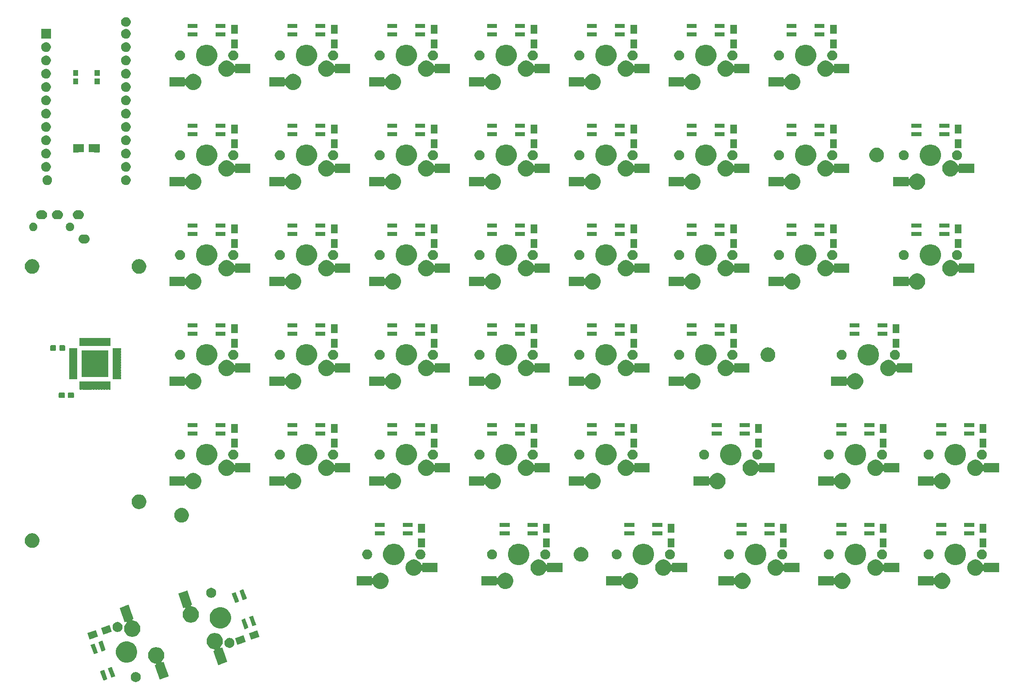
<source format=gbs>
G04 #@! TF.GenerationSoftware,KiCad,Pcbnew,(5.1.6)-1*
G04 #@! TF.CreationDate,2020-11-25T22:12:28-08:00*
G04 #@! TF.ProjectId,ortho_right,6f727468-6f5f-4726-9967-68742e6b6963,rev?*
G04 #@! TF.SameCoordinates,Original*
G04 #@! TF.FileFunction,Soldermask,Bot*
G04 #@! TF.FilePolarity,Negative*
%FSLAX46Y46*%
G04 Gerber Fmt 4.6, Leading zero omitted, Abs format (unit mm)*
G04 Created by KiCad (PCBNEW (5.1.6)-1) date 2020-11-25 22:12:28*
%MOMM*%
%LPD*%
G01*
G04 APERTURE LIST*
%ADD10C,0.150000*%
G04 APERTURE END LIST*
D10*
G36*
X224861243Y-141562147D02*
G01*
X225034314Y-141633835D01*
X225034315Y-141633836D01*
X225190075Y-141737911D01*
X225322538Y-141870374D01*
X225322539Y-141870376D01*
X225426614Y-142026135D01*
X225498302Y-142199206D01*
X225534848Y-142382934D01*
X225534848Y-142570268D01*
X225498302Y-142753996D01*
X225426614Y-142927067D01*
X225374929Y-143004419D01*
X225322538Y-143082828D01*
X225190075Y-143215291D01*
X225111666Y-143267682D01*
X225034314Y-143319367D01*
X224861243Y-143391055D01*
X224677515Y-143427601D01*
X224490181Y-143427601D01*
X224306453Y-143391055D01*
X224133382Y-143319367D01*
X224056030Y-143267682D01*
X223977621Y-143215291D01*
X223845158Y-143082828D01*
X223792767Y-143004419D01*
X223741082Y-142927067D01*
X223669394Y-142753996D01*
X223632848Y-142570268D01*
X223632848Y-142382934D01*
X223669394Y-142199206D01*
X223741082Y-142026135D01*
X223845157Y-141870376D01*
X223845158Y-141870374D01*
X223977621Y-141737911D01*
X224133381Y-141633836D01*
X224133382Y-141633835D01*
X224306453Y-141562147D01*
X224490181Y-141525601D01*
X224677515Y-141525601D01*
X224861243Y-141562147D01*
G37*
G36*
X219198353Y-142880933D02*
G01*
X218645824Y-143082037D01*
X218444720Y-143155233D01*
X218444719Y-143155233D01*
X217864884Y-141562148D01*
X217794197Y-141367938D01*
X217794197Y-141367937D01*
X218346726Y-141166833D01*
X218547830Y-141093637D01*
X218547831Y-141093637D01*
X219198353Y-142880933D01*
G37*
G36*
X228785529Y-136829965D02*
G01*
X228941166Y-136860923D01*
X229223430Y-136977840D01*
X229477461Y-137147578D01*
X229693497Y-137363614D01*
X229863235Y-137617645D01*
X229980152Y-137899909D01*
X229980152Y-137899910D01*
X230028489Y-138142913D01*
X230039756Y-138199559D01*
X230039756Y-138505079D01*
X229980152Y-138804729D01*
X229863235Y-139086993D01*
X229693497Y-139341024D01*
X229577053Y-139457468D01*
X229561517Y-139476399D01*
X229549966Y-139498010D01*
X229542853Y-139521459D01*
X229540451Y-139545845D01*
X229542853Y-139570231D01*
X229549966Y-139593680D01*
X229561517Y-139615291D01*
X229577062Y-139634233D01*
X229596004Y-139649778D01*
X229617615Y-139661329D01*
X229641064Y-139668442D01*
X229665450Y-139670844D01*
X229689836Y-139668442D01*
X229708202Y-139663306D01*
X229899409Y-139593712D01*
X229899410Y-139593712D01*
X230345999Y-140820706D01*
X230847732Y-142199205D01*
X230891952Y-142320700D01*
X229701478Y-142753997D01*
X229198627Y-142937020D01*
X229198626Y-142937020D01*
X228328514Y-140546405D01*
X228206084Y-140210033D01*
X228206084Y-140210032D01*
X228382623Y-140145777D01*
X228404713Y-140135181D01*
X228424315Y-140120477D01*
X228440672Y-140102231D01*
X228453155Y-140081145D01*
X228461284Y-140058028D01*
X228464747Y-140033770D01*
X228463411Y-140009303D01*
X228457328Y-139985566D01*
X228446730Y-139963472D01*
X228432026Y-139943870D01*
X228413780Y-139927513D01*
X228392694Y-139915030D01*
X228369577Y-139906901D01*
X228339867Y-139903319D01*
X228335995Y-139903319D01*
X228186171Y-139873517D01*
X228036346Y-139843715D01*
X227754082Y-139726798D01*
X227500051Y-139557060D01*
X227284015Y-139341024D01*
X227114277Y-139086993D01*
X226997360Y-138804729D01*
X226937756Y-138505079D01*
X226937756Y-138199559D01*
X226949024Y-138142913D01*
X226997360Y-137899910D01*
X226997360Y-137899909D01*
X227114277Y-137617645D01*
X227284015Y-137363614D01*
X227500051Y-137147578D01*
X227754082Y-136977840D01*
X228036346Y-136860923D01*
X228191983Y-136829965D01*
X228335995Y-136801319D01*
X228641517Y-136801319D01*
X228785529Y-136829965D01*
G37*
G36*
X220701861Y-142333701D02*
G01*
X220149332Y-142534805D01*
X219948228Y-142608001D01*
X219948227Y-142608001D01*
X219297705Y-140820705D01*
X219850234Y-140619601D01*
X220051338Y-140546405D01*
X220051339Y-140546405D01*
X220701861Y-142333701D01*
G37*
G36*
X239966392Y-134115240D02*
G01*
X240116217Y-134145042D01*
X240398481Y-134261959D01*
X240652512Y-134431697D01*
X240868548Y-134647733D01*
X241038286Y-134901764D01*
X241127999Y-135118352D01*
X241155203Y-135184029D01*
X241214807Y-135483677D01*
X241214807Y-135789199D01*
X241199242Y-135867450D01*
X241155203Y-136088848D01*
X241038286Y-136371112D01*
X240868548Y-136625143D01*
X240752103Y-136741588D01*
X240736567Y-136760519D01*
X240725016Y-136782130D01*
X240717903Y-136805579D01*
X240715501Y-136829965D01*
X240717903Y-136854351D01*
X240725016Y-136877800D01*
X240736567Y-136899411D01*
X240752112Y-136918353D01*
X240771054Y-136933898D01*
X240792665Y-136945449D01*
X240816114Y-136952562D01*
X240840500Y-136954964D01*
X240864886Y-136952562D01*
X240883249Y-136947427D01*
X241015171Y-136899411D01*
X241074461Y-136877831D01*
X241074462Y-136877831D01*
X241666732Y-138505080D01*
X242062962Y-139593712D01*
X242067004Y-139604819D01*
X240955693Y-140009303D01*
X240373679Y-140221139D01*
X240373678Y-140221139D01*
X239517429Y-137868613D01*
X239381136Y-137494152D01*
X239381136Y-137494151D01*
X239557675Y-137429896D01*
X239579765Y-137419300D01*
X239599367Y-137404596D01*
X239615724Y-137386350D01*
X239628207Y-137365264D01*
X239636336Y-137342147D01*
X239639799Y-137317889D01*
X239638463Y-137293422D01*
X239632380Y-137269685D01*
X239621782Y-137247591D01*
X239607078Y-137227989D01*
X239588832Y-137211632D01*
X239567746Y-137199149D01*
X239544629Y-137191020D01*
X239514919Y-137187438D01*
X239511046Y-137187438D01*
X239310657Y-137147578D01*
X239211397Y-137127834D01*
X238929133Y-137010917D01*
X238675102Y-136841179D01*
X238459066Y-136625143D01*
X238289328Y-136371112D01*
X238172411Y-136088848D01*
X238128372Y-135867450D01*
X238112807Y-135789199D01*
X238112807Y-135483677D01*
X238172411Y-135184029D01*
X238199615Y-135118352D01*
X238289328Y-134901764D01*
X238459066Y-134647733D01*
X238675102Y-134431697D01*
X238929133Y-134261959D01*
X239211397Y-134145042D01*
X239361222Y-134115240D01*
X239511046Y-134085438D01*
X239816568Y-134085438D01*
X239966392Y-134115240D01*
G37*
G36*
X223442860Y-135736646D02*
G01*
X223616053Y-135808385D01*
X223815009Y-135890795D01*
X224149934Y-136114585D01*
X224434763Y-136399414D01*
X224658553Y-136734339D01*
X224717053Y-136875571D01*
X224812702Y-137106488D01*
X224891286Y-137501556D01*
X224891286Y-137904368D01*
X224812702Y-138299436D01*
X224727522Y-138505079D01*
X224658553Y-138671585D01*
X224434763Y-139006510D01*
X224149934Y-139291339D01*
X223815009Y-139515129D01*
X223713778Y-139557060D01*
X223442860Y-139669278D01*
X223047792Y-139747862D01*
X222644980Y-139747862D01*
X222249912Y-139669278D01*
X221978994Y-139557060D01*
X221877763Y-139515129D01*
X221542838Y-139291339D01*
X221258009Y-139006510D01*
X221034219Y-138671585D01*
X220965250Y-138505079D01*
X220880070Y-138299436D01*
X220801486Y-137904368D01*
X220801486Y-137501556D01*
X220880070Y-137106488D01*
X220975719Y-136875571D01*
X221034219Y-136734339D01*
X221258009Y-136399414D01*
X221542838Y-136114585D01*
X221877763Y-135890795D01*
X222076719Y-135808385D01*
X222249912Y-135736646D01*
X222644980Y-135658062D01*
X223047792Y-135658062D01*
X223442860Y-135736646D01*
G37*
G36*
X217130353Y-137199149D02*
G01*
X217237726Y-137494152D01*
X217374018Y-137868613D01*
X216821489Y-138069717D01*
X216620385Y-138142913D01*
X216620384Y-138142913D01*
X216046924Y-136567344D01*
X215969862Y-136355618D01*
X215969862Y-136355617D01*
X216522391Y-136154513D01*
X216723495Y-136081317D01*
X216723496Y-136081317D01*
X217130353Y-137199149D01*
G37*
G36*
X218624116Y-136625142D02*
G01*
X218876256Y-137317889D01*
X218877526Y-137321380D01*
X218402841Y-137494151D01*
X218123893Y-137595680D01*
X218123892Y-137595680D01*
X217473370Y-135808384D01*
X218025899Y-135607280D01*
X218227003Y-135534084D01*
X218227004Y-135534084D01*
X218624116Y-136625142D01*
G37*
G36*
X242762387Y-135046663D02*
G01*
X242935458Y-135118351D01*
X242935459Y-135118352D01*
X243091219Y-135222427D01*
X243223682Y-135354890D01*
X243276073Y-135433299D01*
X243327758Y-135510651D01*
X243399446Y-135683722D01*
X243435992Y-135867450D01*
X243435992Y-136054784D01*
X243399446Y-136238512D01*
X243327758Y-136411583D01*
X243327757Y-136411584D01*
X243223682Y-136567344D01*
X243091219Y-136699807D01*
X243039538Y-136734339D01*
X242935458Y-136803883D01*
X242762387Y-136875571D01*
X242578659Y-136912117D01*
X242391325Y-136912117D01*
X242207597Y-136875571D01*
X242034526Y-136803883D01*
X241930446Y-136734339D01*
X241878765Y-136699807D01*
X241746302Y-136567344D01*
X241642227Y-136411584D01*
X241642226Y-136411583D01*
X241570538Y-136238512D01*
X241533992Y-136054784D01*
X241533992Y-135867450D01*
X241570538Y-135683722D01*
X241642226Y-135510651D01*
X241693911Y-135433299D01*
X241746302Y-135354890D01*
X241878765Y-135222427D01*
X242034525Y-135118352D01*
X242034526Y-135118351D01*
X242207597Y-135046663D01*
X242391325Y-135010117D01*
X242578659Y-135010117D01*
X242762387Y-135046663D01*
G37*
G36*
X245607106Y-135749630D02*
G01*
X244007749Y-136331748D01*
X243562438Y-135108268D01*
X245161795Y-134526150D01*
X245607106Y-135749630D01*
G37*
G36*
X248238246Y-134791973D02*
G01*
X246638889Y-135374091D01*
X246193578Y-134150611D01*
X247792935Y-133568493D01*
X248238246Y-134791973D01*
G37*
G36*
X217400338Y-134739829D02*
G01*
X215800981Y-135321947D01*
X215355670Y-134098467D01*
X216955027Y-133516349D01*
X217400338Y-134739829D01*
G37*
G36*
X223844832Y-130385360D02*
G01*
X224210085Y-131388883D01*
X224212780Y-131396289D01*
X224036241Y-131460544D01*
X224014151Y-131471140D01*
X223994549Y-131485844D01*
X223978192Y-131504090D01*
X223965709Y-131525176D01*
X223957580Y-131548293D01*
X223954117Y-131572551D01*
X223955453Y-131597018D01*
X223961536Y-131620755D01*
X223972134Y-131642849D01*
X223986838Y-131662451D01*
X224005084Y-131678808D01*
X224026170Y-131691291D01*
X224049287Y-131699420D01*
X224078997Y-131703002D01*
X224082870Y-131703002D01*
X224232694Y-131732804D01*
X224382519Y-131762606D01*
X224664783Y-131879523D01*
X224918814Y-132049261D01*
X225134850Y-132265297D01*
X225304588Y-132519328D01*
X225359512Y-132651928D01*
X225421505Y-132801593D01*
X225477293Y-133082055D01*
X225481109Y-133101242D01*
X225481109Y-133406762D01*
X225421505Y-133706412D01*
X225304588Y-133988676D01*
X225134850Y-134242707D01*
X224918814Y-134458743D01*
X224664783Y-134628481D01*
X224382519Y-134745398D01*
X224232694Y-134775200D01*
X224082870Y-134805002D01*
X223777348Y-134805002D01*
X223627524Y-134775200D01*
X223477699Y-134745398D01*
X223195435Y-134628481D01*
X222941404Y-134458743D01*
X222725368Y-134242707D01*
X222555630Y-133988676D01*
X222438713Y-133706412D01*
X222379109Y-133406762D01*
X222379109Y-133101242D01*
X222382926Y-133082055D01*
X222438713Y-132801593D01*
X222500706Y-132651928D01*
X222555630Y-132519328D01*
X222725368Y-132265297D01*
X222841813Y-132148852D01*
X222857349Y-132129921D01*
X222868900Y-132108310D01*
X222876013Y-132084861D01*
X222878415Y-132060475D01*
X222876013Y-132036089D01*
X222868900Y-132012640D01*
X222857349Y-131991029D01*
X222841804Y-131972087D01*
X222822862Y-131956542D01*
X222801251Y-131944991D01*
X222777802Y-131937878D01*
X222753416Y-131935476D01*
X222729030Y-131937878D01*
X222710667Y-131943013D01*
X222630787Y-131972087D01*
X222519455Y-132012609D01*
X222519454Y-132012609D01*
X221559556Y-129375311D01*
X221526912Y-129285622D01*
X221526912Y-129285621D01*
X222984070Y-128755259D01*
X223220237Y-128669301D01*
X223220238Y-128669301D01*
X223844832Y-130385360D01*
G37*
G36*
X220031478Y-133782172D02*
G01*
X218432121Y-134364290D01*
X217986810Y-133140810D01*
X219586167Y-132558692D01*
X220031478Y-133782172D01*
G37*
G36*
X221386319Y-132014869D02*
G01*
X221559390Y-132086557D01*
X221624289Y-132129921D01*
X221715151Y-132190633D01*
X221847614Y-132323096D01*
X221847615Y-132323098D01*
X221951690Y-132478857D01*
X222023378Y-132651928D01*
X222059924Y-132835656D01*
X222059924Y-133022990D01*
X222023378Y-133206718D01*
X221951690Y-133379789D01*
X221900005Y-133457141D01*
X221847614Y-133535550D01*
X221715151Y-133668013D01*
X221636742Y-133720404D01*
X221559390Y-133772089D01*
X221386319Y-133843777D01*
X221202591Y-133880323D01*
X221015257Y-133880323D01*
X220831529Y-133843777D01*
X220658458Y-133772089D01*
X220581106Y-133720404D01*
X220502697Y-133668013D01*
X220370234Y-133535550D01*
X220317843Y-133457141D01*
X220266158Y-133379789D01*
X220194470Y-133206718D01*
X220157924Y-133022990D01*
X220157924Y-132835656D01*
X220194470Y-132651928D01*
X220266158Y-132478857D01*
X220370233Y-132323098D01*
X220370234Y-132323096D01*
X220502697Y-132190633D01*
X220593559Y-132129921D01*
X220658458Y-132086557D01*
X220831529Y-132014869D01*
X221015257Y-131978323D01*
X221202591Y-131978323D01*
X221386319Y-132014869D01*
G37*
G36*
X246120546Y-133082056D02*
G01*
X245568017Y-133283160D01*
X245366913Y-133356356D01*
X245366912Y-133356356D01*
X244886375Y-132036089D01*
X244716390Y-131569061D01*
X244716390Y-131569060D01*
X245268919Y-131367956D01*
X245470023Y-131294760D01*
X245470024Y-131294760D01*
X246120546Y-133082056D01*
G37*
G36*
X241344004Y-129221162D02*
G01*
X241499624Y-129285622D01*
X241716153Y-129375311D01*
X242051078Y-129599101D01*
X242335907Y-129883930D01*
X242559697Y-130218855D01*
X242559697Y-130218856D01*
X242713846Y-130591004D01*
X242792430Y-130986072D01*
X242792430Y-131388884D01*
X242713846Y-131783952D01*
X242647960Y-131943014D01*
X242559697Y-132156101D01*
X242335907Y-132491026D01*
X242051078Y-132775855D01*
X241716153Y-132999645D01*
X241562004Y-133063495D01*
X241344004Y-133153794D01*
X240948936Y-133232378D01*
X240546124Y-133232378D01*
X240151056Y-133153794D01*
X239933056Y-133063495D01*
X239778907Y-132999645D01*
X239443982Y-132775855D01*
X239159153Y-132491026D01*
X238935363Y-132156101D01*
X238847100Y-131943014D01*
X238781214Y-131783952D01*
X238702630Y-131388884D01*
X238702630Y-130986072D01*
X238781214Y-130591004D01*
X238935363Y-130218856D01*
X238935363Y-130218855D01*
X239159153Y-129883930D01*
X239443982Y-129599101D01*
X239778907Y-129375311D01*
X239995436Y-129285622D01*
X240151056Y-129221162D01*
X240546124Y-129142578D01*
X240948936Y-129142578D01*
X241344004Y-129221162D01*
G37*
G36*
X247405910Y-131935476D02*
G01*
X247618415Y-132519328D01*
X247624054Y-132534823D01*
X247071525Y-132735927D01*
X246870421Y-132809123D01*
X246870420Y-132809123D01*
X246356191Y-131396289D01*
X246219898Y-131021828D01*
X246219898Y-131021827D01*
X246772427Y-130820723D01*
X246973531Y-130747527D01*
X246973532Y-130747527D01*
X247405910Y-131935476D01*
G37*
G36*
X234909004Y-127364839D02*
G01*
X235383790Y-128669301D01*
X235387832Y-128680408D01*
X235211293Y-128744663D01*
X235189203Y-128755259D01*
X235169601Y-128769963D01*
X235153244Y-128788209D01*
X235140761Y-128809295D01*
X235132632Y-128832412D01*
X235129169Y-128856670D01*
X235130505Y-128881137D01*
X235136588Y-128904874D01*
X235147186Y-128926968D01*
X235161890Y-128946570D01*
X235180136Y-128962927D01*
X235201222Y-128975410D01*
X235224339Y-128983539D01*
X235254049Y-128987121D01*
X235257921Y-128987121D01*
X235407745Y-129016923D01*
X235557570Y-129046725D01*
X235839834Y-129163642D01*
X236093865Y-129333380D01*
X236309901Y-129549416D01*
X236479639Y-129803447D01*
X236512976Y-129883931D01*
X236596556Y-130085712D01*
X236656160Y-130385360D01*
X236656160Y-130690882D01*
X236626358Y-130840706D01*
X236596556Y-130990531D01*
X236479639Y-131272795D01*
X236309901Y-131526826D01*
X236093865Y-131742862D01*
X235839834Y-131912600D01*
X235557570Y-132029517D01*
X235458310Y-132049261D01*
X235257921Y-132089121D01*
X234952399Y-132089121D01*
X234752010Y-132049261D01*
X234652750Y-132029517D01*
X234370486Y-131912600D01*
X234116455Y-131742862D01*
X233900419Y-131526826D01*
X233730681Y-131272795D01*
X233613764Y-130990531D01*
X233583962Y-130840706D01*
X233554160Y-130690882D01*
X233554160Y-130385360D01*
X233613764Y-130085712D01*
X233697344Y-129883931D01*
X233730681Y-129803447D01*
X233900419Y-129549416D01*
X234016863Y-129432972D01*
X234032399Y-129414041D01*
X234043950Y-129392430D01*
X234051063Y-129368981D01*
X234053465Y-129344595D01*
X234051063Y-129320209D01*
X234043950Y-129296760D01*
X234032399Y-129275149D01*
X234016854Y-129256207D01*
X233997912Y-129240662D01*
X233976301Y-129229111D01*
X233952852Y-129221998D01*
X233928466Y-129219596D01*
X233904080Y-129221998D01*
X233885714Y-129227134D01*
X233694507Y-129296728D01*
X233694506Y-129296728D01*
X232809177Y-126864305D01*
X232701964Y-126569741D01*
X232701964Y-126569740D01*
X234241192Y-126009507D01*
X234395289Y-125953420D01*
X234395290Y-125953420D01*
X234909004Y-127364839D01*
G37*
G36*
X244296211Y-128069735D02*
G01*
X243743682Y-128270839D01*
X243542578Y-128344035D01*
X243542577Y-128344035D01*
X242892055Y-126556739D01*
X243444584Y-126355635D01*
X243645688Y-126282439D01*
X243645689Y-126282439D01*
X244296211Y-128069735D01*
G37*
G36*
X245448210Y-126556739D02*
G01*
X245729033Y-127328293D01*
X245799719Y-127522503D01*
X245247190Y-127723607D01*
X245046086Y-127796803D01*
X245046085Y-127796803D01*
X244395563Y-126009507D01*
X244950266Y-125807612D01*
X245149196Y-125735207D01*
X245149197Y-125735207D01*
X245448210Y-126556739D01*
G37*
G36*
X239287463Y-125499385D02*
G01*
X239460534Y-125571073D01*
X239460535Y-125571074D01*
X239616295Y-125675149D01*
X239748758Y-125807612D01*
X239748759Y-125807614D01*
X239852834Y-125963373D01*
X239924522Y-126136444D01*
X239961068Y-126320172D01*
X239961068Y-126507506D01*
X239924522Y-126691234D01*
X239852834Y-126864305D01*
X239852833Y-126864306D01*
X239748758Y-127020066D01*
X239616295Y-127152529D01*
X239537886Y-127204920D01*
X239460534Y-127256605D01*
X239287463Y-127328293D01*
X239103735Y-127364839D01*
X238916401Y-127364839D01*
X238732673Y-127328293D01*
X238559602Y-127256605D01*
X238482250Y-127204920D01*
X238403841Y-127152529D01*
X238271378Y-127020066D01*
X238167303Y-126864306D01*
X238167302Y-126864305D01*
X238095614Y-126691234D01*
X238059068Y-126507506D01*
X238059068Y-126320172D01*
X238095614Y-126136444D01*
X238167302Y-125963373D01*
X238271377Y-125807614D01*
X238271378Y-125807612D01*
X238403841Y-125675149D01*
X238559601Y-125571074D01*
X238559602Y-125571073D01*
X238732673Y-125499385D01*
X238916401Y-125462839D01*
X239103735Y-125462839D01*
X239287463Y-125499385D01*
G37*
G36*
X319231085Y-122621302D02*
G01*
X319380910Y-122651104D01*
X319663174Y-122768021D01*
X319917205Y-122937759D01*
X320133241Y-123153795D01*
X320302979Y-123407826D01*
X320419896Y-123690090D01*
X320479500Y-123989740D01*
X320479500Y-124295260D01*
X320419896Y-124594910D01*
X320302979Y-124877174D01*
X320133241Y-125131205D01*
X319917205Y-125347241D01*
X319663174Y-125516979D01*
X319380910Y-125633896D01*
X319231085Y-125663698D01*
X319081261Y-125693500D01*
X318775739Y-125693500D01*
X318625915Y-125663698D01*
X318476090Y-125633896D01*
X318193826Y-125516979D01*
X317939795Y-125347241D01*
X317723759Y-125131205D01*
X317554021Y-124877174D01*
X317519980Y-124794992D01*
X317508432Y-124773386D01*
X317492887Y-124754444D01*
X317473945Y-124738899D01*
X317452334Y-124727348D01*
X317428885Y-124720235D01*
X317404499Y-124717833D01*
X317380113Y-124720235D01*
X317356664Y-124727348D01*
X317335053Y-124738899D01*
X317316111Y-124754444D01*
X317300566Y-124773386D01*
X317289015Y-124794997D01*
X317281902Y-124818446D01*
X317279500Y-124842832D01*
X317279500Y-125043500D01*
X314377500Y-125043500D01*
X314377500Y-123241500D01*
X317279500Y-123241500D01*
X317279500Y-123442168D01*
X317281902Y-123466554D01*
X317289015Y-123490003D01*
X317300566Y-123511614D01*
X317316111Y-123530556D01*
X317335053Y-123546101D01*
X317356664Y-123557652D01*
X317380113Y-123564765D01*
X317404499Y-123567167D01*
X317428885Y-123564765D01*
X317452334Y-123557652D01*
X317473945Y-123546101D01*
X317492887Y-123530556D01*
X317508432Y-123511614D01*
X317519980Y-123490008D01*
X317554021Y-123407826D01*
X317723759Y-123153795D01*
X317939795Y-122937759D01*
X318193826Y-122768021D01*
X318476090Y-122651104D01*
X318625915Y-122621302D01*
X318775739Y-122591500D01*
X319081261Y-122591500D01*
X319231085Y-122621302D01*
G37*
G36*
X378762585Y-122621302D02*
G01*
X378912410Y-122651104D01*
X379194674Y-122768021D01*
X379448705Y-122937759D01*
X379664741Y-123153795D01*
X379834479Y-123407826D01*
X379951396Y-123690090D01*
X380011000Y-123989740D01*
X380011000Y-124295260D01*
X379951396Y-124594910D01*
X379834479Y-124877174D01*
X379664741Y-125131205D01*
X379448705Y-125347241D01*
X379194674Y-125516979D01*
X378912410Y-125633896D01*
X378762585Y-125663698D01*
X378612761Y-125693500D01*
X378307239Y-125693500D01*
X378157415Y-125663698D01*
X378007590Y-125633896D01*
X377725326Y-125516979D01*
X377471295Y-125347241D01*
X377255259Y-125131205D01*
X377085521Y-124877174D01*
X377051480Y-124794992D01*
X377039932Y-124773386D01*
X377024387Y-124754444D01*
X377005445Y-124738899D01*
X376983834Y-124727348D01*
X376960385Y-124720235D01*
X376935999Y-124717833D01*
X376911613Y-124720235D01*
X376888164Y-124727348D01*
X376866553Y-124738899D01*
X376847611Y-124754444D01*
X376832066Y-124773386D01*
X376820515Y-124794997D01*
X376813402Y-124818446D01*
X376811000Y-124842832D01*
X376811000Y-125043500D01*
X373909000Y-125043500D01*
X373909000Y-123241500D01*
X376811000Y-123241500D01*
X376811000Y-123442168D01*
X376813402Y-123466554D01*
X376820515Y-123490003D01*
X376832066Y-123511614D01*
X376847611Y-123530556D01*
X376866553Y-123546101D01*
X376888164Y-123557652D01*
X376911613Y-123564765D01*
X376935999Y-123567167D01*
X376960385Y-123564765D01*
X376983834Y-123557652D01*
X377005445Y-123546101D01*
X377024387Y-123530556D01*
X377039932Y-123511614D01*
X377051480Y-123490008D01*
X377085521Y-123407826D01*
X377255259Y-123153795D01*
X377471295Y-122937759D01*
X377725326Y-122768021D01*
X378007590Y-122651104D01*
X378157415Y-122621302D01*
X378307239Y-122591500D01*
X378612761Y-122591500D01*
X378762585Y-122621302D01*
G37*
G36*
X340662585Y-122621302D02*
G01*
X340812410Y-122651104D01*
X341094674Y-122768021D01*
X341348705Y-122937759D01*
X341564741Y-123153795D01*
X341734479Y-123407826D01*
X341851396Y-123690090D01*
X341911000Y-123989740D01*
X341911000Y-124295260D01*
X341851396Y-124594910D01*
X341734479Y-124877174D01*
X341564741Y-125131205D01*
X341348705Y-125347241D01*
X341094674Y-125516979D01*
X340812410Y-125633896D01*
X340662585Y-125663698D01*
X340512761Y-125693500D01*
X340207239Y-125693500D01*
X340057415Y-125663698D01*
X339907590Y-125633896D01*
X339625326Y-125516979D01*
X339371295Y-125347241D01*
X339155259Y-125131205D01*
X338985521Y-124877174D01*
X338951480Y-124794992D01*
X338939932Y-124773386D01*
X338924387Y-124754444D01*
X338905445Y-124738899D01*
X338883834Y-124727348D01*
X338860385Y-124720235D01*
X338835999Y-124717833D01*
X338811613Y-124720235D01*
X338788164Y-124727348D01*
X338766553Y-124738899D01*
X338747611Y-124754444D01*
X338732066Y-124773386D01*
X338720515Y-124794997D01*
X338713402Y-124818446D01*
X338711000Y-124842832D01*
X338711000Y-125043500D01*
X335809000Y-125043500D01*
X335809000Y-123241500D01*
X338711000Y-123241500D01*
X338711000Y-123442168D01*
X338713402Y-123466554D01*
X338720515Y-123490003D01*
X338732066Y-123511614D01*
X338747611Y-123530556D01*
X338766553Y-123546101D01*
X338788164Y-123557652D01*
X338811613Y-123564765D01*
X338835999Y-123567167D01*
X338860385Y-123564765D01*
X338883834Y-123557652D01*
X338905445Y-123546101D01*
X338924387Y-123530556D01*
X338939932Y-123511614D01*
X338951480Y-123490008D01*
X338985521Y-123407826D01*
X339155259Y-123153795D01*
X339371295Y-122937759D01*
X339625326Y-122768021D01*
X339907590Y-122651104D01*
X340057415Y-122621302D01*
X340207239Y-122591500D01*
X340512761Y-122591500D01*
X340662585Y-122621302D01*
G37*
G36*
X271606085Y-122621302D02*
G01*
X271755910Y-122651104D01*
X272038174Y-122768021D01*
X272292205Y-122937759D01*
X272508241Y-123153795D01*
X272677979Y-123407826D01*
X272794896Y-123690090D01*
X272854500Y-123989740D01*
X272854500Y-124295260D01*
X272794896Y-124594910D01*
X272677979Y-124877174D01*
X272508241Y-125131205D01*
X272292205Y-125347241D01*
X272038174Y-125516979D01*
X271755910Y-125633896D01*
X271606085Y-125663698D01*
X271456261Y-125693500D01*
X271150739Y-125693500D01*
X271000915Y-125663698D01*
X270851090Y-125633896D01*
X270568826Y-125516979D01*
X270314795Y-125347241D01*
X270098759Y-125131205D01*
X269929021Y-124877174D01*
X269894980Y-124794992D01*
X269883432Y-124773386D01*
X269867887Y-124754444D01*
X269848945Y-124738899D01*
X269827334Y-124727348D01*
X269803885Y-124720235D01*
X269779499Y-124717833D01*
X269755113Y-124720235D01*
X269731664Y-124727348D01*
X269710053Y-124738899D01*
X269691111Y-124754444D01*
X269675566Y-124773386D01*
X269664015Y-124794997D01*
X269656902Y-124818446D01*
X269654500Y-124842832D01*
X269654500Y-125043500D01*
X266752500Y-125043500D01*
X266752500Y-123241500D01*
X269654500Y-123241500D01*
X269654500Y-123442168D01*
X269656902Y-123466554D01*
X269664015Y-123490003D01*
X269675566Y-123511614D01*
X269691111Y-123530556D01*
X269710053Y-123546101D01*
X269731664Y-123557652D01*
X269755113Y-123564765D01*
X269779499Y-123567167D01*
X269803885Y-123564765D01*
X269827334Y-123557652D01*
X269848945Y-123546101D01*
X269867887Y-123530556D01*
X269883432Y-123511614D01*
X269894980Y-123490008D01*
X269929021Y-123407826D01*
X270098759Y-123153795D01*
X270314795Y-122937759D01*
X270568826Y-122768021D01*
X270851090Y-122651104D01*
X271000915Y-122621302D01*
X271150739Y-122591500D01*
X271456261Y-122591500D01*
X271606085Y-122621302D01*
G37*
G36*
X295418585Y-122621302D02*
G01*
X295568410Y-122651104D01*
X295850674Y-122768021D01*
X296104705Y-122937759D01*
X296320741Y-123153795D01*
X296490479Y-123407826D01*
X296607396Y-123690090D01*
X296667000Y-123989740D01*
X296667000Y-124295260D01*
X296607396Y-124594910D01*
X296490479Y-124877174D01*
X296320741Y-125131205D01*
X296104705Y-125347241D01*
X295850674Y-125516979D01*
X295568410Y-125633896D01*
X295418585Y-125663698D01*
X295268761Y-125693500D01*
X294963239Y-125693500D01*
X294813415Y-125663698D01*
X294663590Y-125633896D01*
X294381326Y-125516979D01*
X294127295Y-125347241D01*
X293911259Y-125131205D01*
X293741521Y-124877174D01*
X293707480Y-124794992D01*
X293695932Y-124773386D01*
X293680387Y-124754444D01*
X293661445Y-124738899D01*
X293639834Y-124727348D01*
X293616385Y-124720235D01*
X293591999Y-124717833D01*
X293567613Y-124720235D01*
X293544164Y-124727348D01*
X293522553Y-124738899D01*
X293503611Y-124754444D01*
X293488066Y-124773386D01*
X293476515Y-124794997D01*
X293469402Y-124818446D01*
X293467000Y-124842832D01*
X293467000Y-125043500D01*
X290565000Y-125043500D01*
X290565000Y-123241500D01*
X293467000Y-123241500D01*
X293467000Y-123442168D01*
X293469402Y-123466554D01*
X293476515Y-123490003D01*
X293488066Y-123511614D01*
X293503611Y-123530556D01*
X293522553Y-123546101D01*
X293544164Y-123557652D01*
X293567613Y-123564765D01*
X293591999Y-123567167D01*
X293616385Y-123564765D01*
X293639834Y-123557652D01*
X293661445Y-123546101D01*
X293680387Y-123530556D01*
X293695932Y-123511614D01*
X293707480Y-123490008D01*
X293741521Y-123407826D01*
X293911259Y-123153795D01*
X294127295Y-122937759D01*
X294381326Y-122768021D01*
X294663590Y-122651104D01*
X294813415Y-122621302D01*
X294963239Y-122591500D01*
X295268761Y-122591500D01*
X295418585Y-122621302D01*
G37*
G36*
X359712585Y-122621302D02*
G01*
X359862410Y-122651104D01*
X360144674Y-122768021D01*
X360398705Y-122937759D01*
X360614741Y-123153795D01*
X360784479Y-123407826D01*
X360901396Y-123690090D01*
X360961000Y-123989740D01*
X360961000Y-124295260D01*
X360901396Y-124594910D01*
X360784479Y-124877174D01*
X360614741Y-125131205D01*
X360398705Y-125347241D01*
X360144674Y-125516979D01*
X359862410Y-125633896D01*
X359712585Y-125663698D01*
X359562761Y-125693500D01*
X359257239Y-125693500D01*
X359107415Y-125663698D01*
X358957590Y-125633896D01*
X358675326Y-125516979D01*
X358421295Y-125347241D01*
X358205259Y-125131205D01*
X358035521Y-124877174D01*
X358001480Y-124794992D01*
X357989932Y-124773386D01*
X357974387Y-124754444D01*
X357955445Y-124738899D01*
X357933834Y-124727348D01*
X357910385Y-124720235D01*
X357885999Y-124717833D01*
X357861613Y-124720235D01*
X357838164Y-124727348D01*
X357816553Y-124738899D01*
X357797611Y-124754444D01*
X357782066Y-124773386D01*
X357770515Y-124794997D01*
X357763402Y-124818446D01*
X357761000Y-124842832D01*
X357761000Y-125043500D01*
X354859000Y-125043500D01*
X354859000Y-123241500D01*
X357761000Y-123241500D01*
X357761000Y-123442168D01*
X357763402Y-123466554D01*
X357770515Y-123490003D01*
X357782066Y-123511614D01*
X357797611Y-123530556D01*
X357816553Y-123546101D01*
X357838164Y-123557652D01*
X357861613Y-123564765D01*
X357885999Y-123567167D01*
X357910385Y-123564765D01*
X357933834Y-123557652D01*
X357955445Y-123546101D01*
X357974387Y-123530556D01*
X357989932Y-123511614D01*
X358001480Y-123490008D01*
X358035521Y-123407826D01*
X358205259Y-123153795D01*
X358421295Y-122937759D01*
X358675326Y-122768021D01*
X358957590Y-122651104D01*
X359107415Y-122621302D01*
X359257239Y-122591500D01*
X359562761Y-122591500D01*
X359712585Y-122621302D01*
G37*
G36*
X277956085Y-120081302D02*
G01*
X278105910Y-120111104D01*
X278388174Y-120228021D01*
X278642205Y-120397759D01*
X278858241Y-120613795D01*
X279027979Y-120867826D01*
X279062020Y-120950008D01*
X279073568Y-120971614D01*
X279089113Y-120990556D01*
X279108055Y-121006101D01*
X279129666Y-121017652D01*
X279153115Y-121024765D01*
X279177501Y-121027167D01*
X279201887Y-121024765D01*
X279225336Y-121017652D01*
X279246947Y-121006101D01*
X279265889Y-120990556D01*
X279281434Y-120971614D01*
X279292985Y-120950003D01*
X279300098Y-120926554D01*
X279302500Y-120902168D01*
X279302500Y-120701500D01*
X282204500Y-120701500D01*
X282204500Y-122503500D01*
X279302500Y-122503500D01*
X279302500Y-122302832D01*
X279300098Y-122278446D01*
X279292985Y-122254997D01*
X279281434Y-122233386D01*
X279265889Y-122214444D01*
X279246947Y-122198899D01*
X279225336Y-122187348D01*
X279201887Y-122180235D01*
X279177501Y-122177833D01*
X279153115Y-122180235D01*
X279129666Y-122187348D01*
X279108055Y-122198899D01*
X279089113Y-122214444D01*
X279073568Y-122233386D01*
X279062020Y-122254992D01*
X279027979Y-122337174D01*
X278858241Y-122591205D01*
X278642205Y-122807241D01*
X278388174Y-122976979D01*
X278105910Y-123093896D01*
X277956085Y-123123698D01*
X277806261Y-123153500D01*
X277500739Y-123153500D01*
X277350915Y-123123698D01*
X277201090Y-123093896D01*
X276918826Y-122976979D01*
X276664795Y-122807241D01*
X276448759Y-122591205D01*
X276279021Y-122337174D01*
X276162104Y-122054910D01*
X276102500Y-121755260D01*
X276102500Y-121449740D01*
X276162104Y-121150090D01*
X276279021Y-120867826D01*
X276448759Y-120613795D01*
X276664795Y-120397759D01*
X276918826Y-120228021D01*
X277201090Y-120111104D01*
X277350915Y-120081302D01*
X277500739Y-120051500D01*
X277806261Y-120051500D01*
X277956085Y-120081302D01*
G37*
G36*
X385112585Y-120081302D02*
G01*
X385262410Y-120111104D01*
X385544674Y-120228021D01*
X385798705Y-120397759D01*
X386014741Y-120613795D01*
X386184479Y-120867826D01*
X386218520Y-120950008D01*
X386230068Y-120971614D01*
X386245613Y-120990556D01*
X386264555Y-121006101D01*
X386286166Y-121017652D01*
X386309615Y-121024765D01*
X386334001Y-121027167D01*
X386358387Y-121024765D01*
X386381836Y-121017652D01*
X386403447Y-121006101D01*
X386422389Y-120990556D01*
X386437934Y-120971614D01*
X386449485Y-120950003D01*
X386456598Y-120926554D01*
X386459000Y-120902168D01*
X386459000Y-120701500D01*
X389361000Y-120701500D01*
X389361000Y-122503500D01*
X386459000Y-122503500D01*
X386459000Y-122302832D01*
X386456598Y-122278446D01*
X386449485Y-122254997D01*
X386437934Y-122233386D01*
X386422389Y-122214444D01*
X386403447Y-122198899D01*
X386381836Y-122187348D01*
X386358387Y-122180235D01*
X386334001Y-122177833D01*
X386309615Y-122180235D01*
X386286166Y-122187348D01*
X386264555Y-122198899D01*
X386245613Y-122214444D01*
X386230068Y-122233386D01*
X386218520Y-122254992D01*
X386184479Y-122337174D01*
X386014741Y-122591205D01*
X385798705Y-122807241D01*
X385544674Y-122976979D01*
X385262410Y-123093896D01*
X385112585Y-123123698D01*
X384962761Y-123153500D01*
X384657239Y-123153500D01*
X384507415Y-123123698D01*
X384357590Y-123093896D01*
X384075326Y-122976979D01*
X383821295Y-122807241D01*
X383605259Y-122591205D01*
X383435521Y-122337174D01*
X383318604Y-122054910D01*
X383259000Y-121755260D01*
X383259000Y-121449740D01*
X383318604Y-121150090D01*
X383435521Y-120867826D01*
X383605259Y-120613795D01*
X383821295Y-120397759D01*
X384075326Y-120228021D01*
X384357590Y-120111104D01*
X384507415Y-120081302D01*
X384657239Y-120051500D01*
X384962761Y-120051500D01*
X385112585Y-120081302D01*
G37*
G36*
X366062585Y-120081302D02*
G01*
X366212410Y-120111104D01*
X366494674Y-120228021D01*
X366748705Y-120397759D01*
X366964741Y-120613795D01*
X367134479Y-120867826D01*
X367168520Y-120950008D01*
X367180068Y-120971614D01*
X367195613Y-120990556D01*
X367214555Y-121006101D01*
X367236166Y-121017652D01*
X367259615Y-121024765D01*
X367284001Y-121027167D01*
X367308387Y-121024765D01*
X367331836Y-121017652D01*
X367353447Y-121006101D01*
X367372389Y-120990556D01*
X367387934Y-120971614D01*
X367399485Y-120950003D01*
X367406598Y-120926554D01*
X367409000Y-120902168D01*
X367409000Y-120701500D01*
X370311000Y-120701500D01*
X370311000Y-122503500D01*
X367409000Y-122503500D01*
X367409000Y-122302832D01*
X367406598Y-122278446D01*
X367399485Y-122254997D01*
X367387934Y-122233386D01*
X367372389Y-122214444D01*
X367353447Y-122198899D01*
X367331836Y-122187348D01*
X367308387Y-122180235D01*
X367284001Y-122177833D01*
X367259615Y-122180235D01*
X367236166Y-122187348D01*
X367214555Y-122198899D01*
X367195613Y-122214444D01*
X367180068Y-122233386D01*
X367168520Y-122254992D01*
X367134479Y-122337174D01*
X366964741Y-122591205D01*
X366748705Y-122807241D01*
X366494674Y-122976979D01*
X366212410Y-123093896D01*
X366062585Y-123123698D01*
X365912761Y-123153500D01*
X365607239Y-123153500D01*
X365457415Y-123123698D01*
X365307590Y-123093896D01*
X365025326Y-122976979D01*
X364771295Y-122807241D01*
X364555259Y-122591205D01*
X364385521Y-122337174D01*
X364268604Y-122054910D01*
X364209000Y-121755260D01*
X364209000Y-121449740D01*
X364268604Y-121150090D01*
X364385521Y-120867826D01*
X364555259Y-120613795D01*
X364771295Y-120397759D01*
X365025326Y-120228021D01*
X365307590Y-120111104D01*
X365457415Y-120081302D01*
X365607239Y-120051500D01*
X365912761Y-120051500D01*
X366062585Y-120081302D01*
G37*
G36*
X325581085Y-120081302D02*
G01*
X325730910Y-120111104D01*
X326013174Y-120228021D01*
X326267205Y-120397759D01*
X326483241Y-120613795D01*
X326652979Y-120867826D01*
X326687020Y-120950008D01*
X326698568Y-120971614D01*
X326714113Y-120990556D01*
X326733055Y-121006101D01*
X326754666Y-121017652D01*
X326778115Y-121024765D01*
X326802501Y-121027167D01*
X326826887Y-121024765D01*
X326850336Y-121017652D01*
X326871947Y-121006101D01*
X326890889Y-120990556D01*
X326906434Y-120971614D01*
X326917985Y-120950003D01*
X326925098Y-120926554D01*
X326927500Y-120902168D01*
X326927500Y-120701500D01*
X329829500Y-120701500D01*
X329829500Y-122503500D01*
X326927500Y-122503500D01*
X326927500Y-122302832D01*
X326925098Y-122278446D01*
X326917985Y-122254997D01*
X326906434Y-122233386D01*
X326890889Y-122214444D01*
X326871947Y-122198899D01*
X326850336Y-122187348D01*
X326826887Y-122180235D01*
X326802501Y-122177833D01*
X326778115Y-122180235D01*
X326754666Y-122187348D01*
X326733055Y-122198899D01*
X326714113Y-122214444D01*
X326698568Y-122233386D01*
X326687020Y-122254992D01*
X326652979Y-122337174D01*
X326483241Y-122591205D01*
X326267205Y-122807241D01*
X326013174Y-122976979D01*
X325730910Y-123093896D01*
X325581085Y-123123698D01*
X325431261Y-123153500D01*
X325125739Y-123153500D01*
X324975915Y-123123698D01*
X324826090Y-123093896D01*
X324543826Y-122976979D01*
X324289795Y-122807241D01*
X324073759Y-122591205D01*
X323904021Y-122337174D01*
X323787104Y-122054910D01*
X323727500Y-121755260D01*
X323727500Y-121449740D01*
X323787104Y-121150090D01*
X323904021Y-120867826D01*
X324073759Y-120613795D01*
X324289795Y-120397759D01*
X324543826Y-120228021D01*
X324826090Y-120111104D01*
X324975915Y-120081302D01*
X325125739Y-120051500D01*
X325431261Y-120051500D01*
X325581085Y-120081302D01*
G37*
G36*
X301768585Y-120081302D02*
G01*
X301918410Y-120111104D01*
X302200674Y-120228021D01*
X302454705Y-120397759D01*
X302670741Y-120613795D01*
X302840479Y-120867826D01*
X302874520Y-120950008D01*
X302886068Y-120971614D01*
X302901613Y-120990556D01*
X302920555Y-121006101D01*
X302942166Y-121017652D01*
X302965615Y-121024765D01*
X302990001Y-121027167D01*
X303014387Y-121024765D01*
X303037836Y-121017652D01*
X303059447Y-121006101D01*
X303078389Y-120990556D01*
X303093934Y-120971614D01*
X303105485Y-120950003D01*
X303112598Y-120926554D01*
X303115000Y-120902168D01*
X303115000Y-120701500D01*
X306017000Y-120701500D01*
X306017000Y-122503500D01*
X303115000Y-122503500D01*
X303115000Y-122302832D01*
X303112598Y-122278446D01*
X303105485Y-122254997D01*
X303093934Y-122233386D01*
X303078389Y-122214444D01*
X303059447Y-122198899D01*
X303037836Y-122187348D01*
X303014387Y-122180235D01*
X302990001Y-122177833D01*
X302965615Y-122180235D01*
X302942166Y-122187348D01*
X302920555Y-122198899D01*
X302901613Y-122214444D01*
X302886068Y-122233386D01*
X302874520Y-122254992D01*
X302840479Y-122337174D01*
X302670741Y-122591205D01*
X302454705Y-122807241D01*
X302200674Y-122976979D01*
X301918410Y-123093896D01*
X301768585Y-123123698D01*
X301618761Y-123153500D01*
X301313239Y-123153500D01*
X301163415Y-123123698D01*
X301013590Y-123093896D01*
X300731326Y-122976979D01*
X300477295Y-122807241D01*
X300261259Y-122591205D01*
X300091521Y-122337174D01*
X299974604Y-122054910D01*
X299915000Y-121755260D01*
X299915000Y-121449740D01*
X299974604Y-121150090D01*
X300091521Y-120867826D01*
X300261259Y-120613795D01*
X300477295Y-120397759D01*
X300731326Y-120228021D01*
X301013590Y-120111104D01*
X301163415Y-120081302D01*
X301313239Y-120051500D01*
X301618761Y-120051500D01*
X301768585Y-120081302D01*
G37*
G36*
X347012585Y-120081302D02*
G01*
X347162410Y-120111104D01*
X347444674Y-120228021D01*
X347698705Y-120397759D01*
X347914741Y-120613795D01*
X348084479Y-120867826D01*
X348118520Y-120950008D01*
X348130068Y-120971614D01*
X348145613Y-120990556D01*
X348164555Y-121006101D01*
X348186166Y-121017652D01*
X348209615Y-121024765D01*
X348234001Y-121027167D01*
X348258387Y-121024765D01*
X348281836Y-121017652D01*
X348303447Y-121006101D01*
X348322389Y-120990556D01*
X348337934Y-120971614D01*
X348349485Y-120950003D01*
X348356598Y-120926554D01*
X348359000Y-120902168D01*
X348359000Y-120701500D01*
X351261000Y-120701500D01*
X351261000Y-122503500D01*
X348359000Y-122503500D01*
X348359000Y-122302832D01*
X348356598Y-122278446D01*
X348349485Y-122254997D01*
X348337934Y-122233386D01*
X348322389Y-122214444D01*
X348303447Y-122198899D01*
X348281836Y-122187348D01*
X348258387Y-122180235D01*
X348234001Y-122177833D01*
X348209615Y-122180235D01*
X348186166Y-122187348D01*
X348164555Y-122198899D01*
X348145613Y-122214444D01*
X348130068Y-122233386D01*
X348118520Y-122254992D01*
X348084479Y-122337174D01*
X347914741Y-122591205D01*
X347698705Y-122807241D01*
X347444674Y-122976979D01*
X347162410Y-123093896D01*
X347012585Y-123123698D01*
X346862761Y-123153500D01*
X346557239Y-123153500D01*
X346407415Y-123123698D01*
X346257590Y-123093896D01*
X345975326Y-122976979D01*
X345721295Y-122807241D01*
X345505259Y-122591205D01*
X345335521Y-122337174D01*
X345218604Y-122054910D01*
X345159000Y-121755260D01*
X345159000Y-121449740D01*
X345218604Y-121150090D01*
X345335521Y-120867826D01*
X345505259Y-120613795D01*
X345721295Y-120397759D01*
X345975326Y-120228021D01*
X346257590Y-120111104D01*
X346407415Y-120081302D01*
X346557239Y-120051500D01*
X346862761Y-120051500D01*
X347012585Y-120081302D01*
G37*
G36*
X274439974Y-117096184D02*
G01*
X274657974Y-117186483D01*
X274812123Y-117250333D01*
X275147048Y-117474123D01*
X275431877Y-117758952D01*
X275655667Y-118093877D01*
X275678104Y-118148046D01*
X275809816Y-118466026D01*
X275888400Y-118861094D01*
X275888400Y-119263906D01*
X275809816Y-119658974D01*
X275719517Y-119876974D01*
X275655667Y-120031123D01*
X275431877Y-120366048D01*
X275147048Y-120650877D01*
X274812123Y-120874667D01*
X274745729Y-120902168D01*
X274439974Y-121028816D01*
X274044906Y-121107400D01*
X273642094Y-121107400D01*
X273247026Y-121028816D01*
X272941271Y-120902168D01*
X272874877Y-120874667D01*
X272539952Y-120650877D01*
X272255123Y-120366048D01*
X272031333Y-120031123D01*
X271967483Y-119876974D01*
X271877184Y-119658974D01*
X271798600Y-119263906D01*
X271798600Y-118861094D01*
X271877184Y-118466026D01*
X272008896Y-118148046D01*
X272031333Y-118093877D01*
X272255123Y-117758952D01*
X272539952Y-117474123D01*
X272874877Y-117250333D01*
X273029026Y-117186483D01*
X273247026Y-117096184D01*
X273642094Y-117017600D01*
X274044906Y-117017600D01*
X274439974Y-117096184D01*
G37*
G36*
X298252474Y-117096184D02*
G01*
X298470474Y-117186483D01*
X298624623Y-117250333D01*
X298959548Y-117474123D01*
X299244377Y-117758952D01*
X299468167Y-118093877D01*
X299490604Y-118148046D01*
X299622316Y-118466026D01*
X299700900Y-118861094D01*
X299700900Y-119263906D01*
X299622316Y-119658974D01*
X299532017Y-119876974D01*
X299468167Y-120031123D01*
X299244377Y-120366048D01*
X298959548Y-120650877D01*
X298624623Y-120874667D01*
X298558229Y-120902168D01*
X298252474Y-121028816D01*
X297857406Y-121107400D01*
X297454594Y-121107400D01*
X297059526Y-121028816D01*
X296753771Y-120902168D01*
X296687377Y-120874667D01*
X296352452Y-120650877D01*
X296067623Y-120366048D01*
X295843833Y-120031123D01*
X295779983Y-119876974D01*
X295689684Y-119658974D01*
X295611100Y-119263906D01*
X295611100Y-118861094D01*
X295689684Y-118466026D01*
X295821396Y-118148046D01*
X295843833Y-118093877D01*
X296067623Y-117758952D01*
X296352452Y-117474123D01*
X296687377Y-117250333D01*
X296841526Y-117186483D01*
X297059526Y-117096184D01*
X297454594Y-117017600D01*
X297857406Y-117017600D01*
X298252474Y-117096184D01*
G37*
G36*
X322064974Y-117096184D02*
G01*
X322282974Y-117186483D01*
X322437123Y-117250333D01*
X322772048Y-117474123D01*
X323056877Y-117758952D01*
X323280667Y-118093877D01*
X323303104Y-118148046D01*
X323434816Y-118466026D01*
X323513400Y-118861094D01*
X323513400Y-119263906D01*
X323434816Y-119658974D01*
X323344517Y-119876974D01*
X323280667Y-120031123D01*
X323056877Y-120366048D01*
X322772048Y-120650877D01*
X322437123Y-120874667D01*
X322370729Y-120902168D01*
X322064974Y-121028816D01*
X321669906Y-121107400D01*
X321267094Y-121107400D01*
X320872026Y-121028816D01*
X320566271Y-120902168D01*
X320499877Y-120874667D01*
X320164952Y-120650877D01*
X319880123Y-120366048D01*
X319656333Y-120031123D01*
X319592483Y-119876974D01*
X319502184Y-119658974D01*
X319423600Y-119263906D01*
X319423600Y-118861094D01*
X319502184Y-118466026D01*
X319633896Y-118148046D01*
X319656333Y-118093877D01*
X319880123Y-117758952D01*
X320164952Y-117474123D01*
X320499877Y-117250333D01*
X320654026Y-117186483D01*
X320872026Y-117096184D01*
X321267094Y-117017600D01*
X321669906Y-117017600D01*
X322064974Y-117096184D01*
G37*
G36*
X362546474Y-117096184D02*
G01*
X362764474Y-117186483D01*
X362918623Y-117250333D01*
X363253548Y-117474123D01*
X363538377Y-117758952D01*
X363762167Y-118093877D01*
X363784604Y-118148046D01*
X363916316Y-118466026D01*
X363994900Y-118861094D01*
X363994900Y-119263906D01*
X363916316Y-119658974D01*
X363826017Y-119876974D01*
X363762167Y-120031123D01*
X363538377Y-120366048D01*
X363253548Y-120650877D01*
X362918623Y-120874667D01*
X362852229Y-120902168D01*
X362546474Y-121028816D01*
X362151406Y-121107400D01*
X361748594Y-121107400D01*
X361353526Y-121028816D01*
X361047771Y-120902168D01*
X360981377Y-120874667D01*
X360646452Y-120650877D01*
X360361623Y-120366048D01*
X360137833Y-120031123D01*
X360073983Y-119876974D01*
X359983684Y-119658974D01*
X359905100Y-119263906D01*
X359905100Y-118861094D01*
X359983684Y-118466026D01*
X360115396Y-118148046D01*
X360137833Y-118093877D01*
X360361623Y-117758952D01*
X360646452Y-117474123D01*
X360981377Y-117250333D01*
X361135526Y-117186483D01*
X361353526Y-117096184D01*
X361748594Y-117017600D01*
X362151406Y-117017600D01*
X362546474Y-117096184D01*
G37*
G36*
X343496474Y-117096184D02*
G01*
X343714474Y-117186483D01*
X343868623Y-117250333D01*
X344203548Y-117474123D01*
X344488377Y-117758952D01*
X344712167Y-118093877D01*
X344734604Y-118148046D01*
X344866316Y-118466026D01*
X344944900Y-118861094D01*
X344944900Y-119263906D01*
X344866316Y-119658974D01*
X344776017Y-119876974D01*
X344712167Y-120031123D01*
X344488377Y-120366048D01*
X344203548Y-120650877D01*
X343868623Y-120874667D01*
X343802229Y-120902168D01*
X343496474Y-121028816D01*
X343101406Y-121107400D01*
X342698594Y-121107400D01*
X342303526Y-121028816D01*
X341997771Y-120902168D01*
X341931377Y-120874667D01*
X341596452Y-120650877D01*
X341311623Y-120366048D01*
X341087833Y-120031123D01*
X341023983Y-119876974D01*
X340933684Y-119658974D01*
X340855100Y-119263906D01*
X340855100Y-118861094D01*
X340933684Y-118466026D01*
X341065396Y-118148046D01*
X341087833Y-118093877D01*
X341311623Y-117758952D01*
X341596452Y-117474123D01*
X341931377Y-117250333D01*
X342085526Y-117186483D01*
X342303526Y-117096184D01*
X342698594Y-117017600D01*
X343101406Y-117017600D01*
X343496474Y-117096184D01*
G37*
G36*
X381596474Y-117096184D02*
G01*
X381814474Y-117186483D01*
X381968623Y-117250333D01*
X382303548Y-117474123D01*
X382588377Y-117758952D01*
X382812167Y-118093877D01*
X382834604Y-118148046D01*
X382966316Y-118466026D01*
X383044900Y-118861094D01*
X383044900Y-119263906D01*
X382966316Y-119658974D01*
X382876017Y-119876974D01*
X382812167Y-120031123D01*
X382588377Y-120366048D01*
X382303548Y-120650877D01*
X381968623Y-120874667D01*
X381902229Y-120902168D01*
X381596474Y-121028816D01*
X381201406Y-121107400D01*
X380798594Y-121107400D01*
X380403526Y-121028816D01*
X380097771Y-120902168D01*
X380031377Y-120874667D01*
X379696452Y-120650877D01*
X379411623Y-120366048D01*
X379187833Y-120031123D01*
X379123983Y-119876974D01*
X379033684Y-119658974D01*
X378955100Y-119263906D01*
X378955100Y-118861094D01*
X379033684Y-118466026D01*
X379165396Y-118148046D01*
X379187833Y-118093877D01*
X379411623Y-117758952D01*
X379696452Y-117474123D01*
X380031377Y-117250333D01*
X380185526Y-117186483D01*
X380403526Y-117096184D01*
X380798594Y-117017600D01*
X381201406Y-117017600D01*
X381596474Y-117096184D01*
G37*
G36*
X309893633Y-117697393D02*
G01*
X309983857Y-117715339D01*
X310087670Y-117758340D01*
X310238821Y-117820949D01*
X310314963Y-117871825D01*
X310468286Y-117974272D01*
X310663428Y-118169414D01*
X310697051Y-118219735D01*
X310816751Y-118398879D01*
X310844564Y-118466026D01*
X310905043Y-118612033D01*
X310922361Y-118653844D01*
X310976200Y-118924512D01*
X310976200Y-119200488D01*
X310963585Y-119263906D01*
X310922361Y-119471157D01*
X310878615Y-119576767D01*
X310816751Y-119726121D01*
X310816750Y-119726122D01*
X310663428Y-119955586D01*
X310468286Y-120150728D01*
X310352608Y-120228021D01*
X310238821Y-120304051D01*
X310089467Y-120365915D01*
X309983857Y-120409661D01*
X309893633Y-120427607D01*
X309713188Y-120463500D01*
X309437212Y-120463500D01*
X309256767Y-120427607D01*
X309166543Y-120409661D01*
X309060933Y-120365915D01*
X308911579Y-120304051D01*
X308797792Y-120228021D01*
X308682114Y-120150728D01*
X308486972Y-119955586D01*
X308333650Y-119726122D01*
X308333649Y-119726121D01*
X308271785Y-119576767D01*
X308228039Y-119471157D01*
X308186815Y-119263906D01*
X308174200Y-119200488D01*
X308174200Y-118924512D01*
X308228039Y-118653844D01*
X308245358Y-118612033D01*
X308305836Y-118466026D01*
X308333649Y-118398879D01*
X308453349Y-118219735D01*
X308486972Y-118169414D01*
X308682114Y-117974272D01*
X308835437Y-117871825D01*
X308911579Y-117820949D01*
X309062730Y-117758340D01*
X309166543Y-117715339D01*
X309256767Y-117697393D01*
X309437212Y-117661500D01*
X309713188Y-117661500D01*
X309893633Y-117697393D01*
G37*
G36*
X386357395Y-118148046D02*
G01*
X386530466Y-118219734D01*
X386530467Y-118219735D01*
X386686227Y-118323810D01*
X386818690Y-118456273D01*
X386871081Y-118534682D01*
X386922766Y-118612034D01*
X386994454Y-118785105D01*
X387031000Y-118968833D01*
X387031000Y-119156167D01*
X386994454Y-119339895D01*
X386922766Y-119512966D01*
X386922765Y-119512967D01*
X386818690Y-119668727D01*
X386686227Y-119801190D01*
X386607818Y-119853581D01*
X386530466Y-119905266D01*
X386357395Y-119976954D01*
X386173667Y-120013500D01*
X385986333Y-120013500D01*
X385802605Y-119976954D01*
X385629534Y-119905266D01*
X385552182Y-119853581D01*
X385473773Y-119801190D01*
X385341310Y-119668727D01*
X385237235Y-119512967D01*
X385237234Y-119512966D01*
X385165546Y-119339895D01*
X385129000Y-119156167D01*
X385129000Y-118968833D01*
X385165546Y-118785105D01*
X385237234Y-118612034D01*
X385288919Y-118534682D01*
X385341310Y-118456273D01*
X385473773Y-118323810D01*
X385629533Y-118219735D01*
X385629534Y-118219734D01*
X385802605Y-118148046D01*
X385986333Y-118111500D01*
X386173667Y-118111500D01*
X386357395Y-118148046D01*
G37*
G36*
X376197395Y-118148046D02*
G01*
X376370466Y-118219734D01*
X376370467Y-118219735D01*
X376526227Y-118323810D01*
X376658690Y-118456273D01*
X376711081Y-118534682D01*
X376762766Y-118612034D01*
X376834454Y-118785105D01*
X376871000Y-118968833D01*
X376871000Y-119156167D01*
X376834454Y-119339895D01*
X376762766Y-119512966D01*
X376762765Y-119512967D01*
X376658690Y-119668727D01*
X376526227Y-119801190D01*
X376447818Y-119853581D01*
X376370466Y-119905266D01*
X376197395Y-119976954D01*
X376013667Y-120013500D01*
X375826333Y-120013500D01*
X375642605Y-119976954D01*
X375469534Y-119905266D01*
X375392182Y-119853581D01*
X375313773Y-119801190D01*
X375181310Y-119668727D01*
X375077235Y-119512967D01*
X375077234Y-119512966D01*
X375005546Y-119339895D01*
X374969000Y-119156167D01*
X374969000Y-118968833D01*
X375005546Y-118785105D01*
X375077234Y-118612034D01*
X375128919Y-118534682D01*
X375181310Y-118456273D01*
X375313773Y-118323810D01*
X375469533Y-118219735D01*
X375469534Y-118219734D01*
X375642605Y-118148046D01*
X375826333Y-118111500D01*
X376013667Y-118111500D01*
X376197395Y-118148046D01*
G37*
G36*
X269040895Y-118148046D02*
G01*
X269213966Y-118219734D01*
X269213967Y-118219735D01*
X269369727Y-118323810D01*
X269502190Y-118456273D01*
X269554581Y-118534682D01*
X269606266Y-118612034D01*
X269677954Y-118785105D01*
X269714500Y-118968833D01*
X269714500Y-119156167D01*
X269677954Y-119339895D01*
X269606266Y-119512966D01*
X269606265Y-119512967D01*
X269502190Y-119668727D01*
X269369727Y-119801190D01*
X269291318Y-119853581D01*
X269213966Y-119905266D01*
X269040895Y-119976954D01*
X268857167Y-120013500D01*
X268669833Y-120013500D01*
X268486105Y-119976954D01*
X268313034Y-119905266D01*
X268235682Y-119853581D01*
X268157273Y-119801190D01*
X268024810Y-119668727D01*
X267920735Y-119512967D01*
X267920734Y-119512966D01*
X267849046Y-119339895D01*
X267812500Y-119156167D01*
X267812500Y-118968833D01*
X267849046Y-118785105D01*
X267920734Y-118612034D01*
X267972419Y-118534682D01*
X268024810Y-118456273D01*
X268157273Y-118323810D01*
X268313033Y-118219735D01*
X268313034Y-118219734D01*
X268486105Y-118148046D01*
X268669833Y-118111500D01*
X268857167Y-118111500D01*
X269040895Y-118148046D01*
G37*
G36*
X348257395Y-118148046D02*
G01*
X348430466Y-118219734D01*
X348430467Y-118219735D01*
X348586227Y-118323810D01*
X348718690Y-118456273D01*
X348771081Y-118534682D01*
X348822766Y-118612034D01*
X348894454Y-118785105D01*
X348931000Y-118968833D01*
X348931000Y-119156167D01*
X348894454Y-119339895D01*
X348822766Y-119512966D01*
X348822765Y-119512967D01*
X348718690Y-119668727D01*
X348586227Y-119801190D01*
X348507818Y-119853581D01*
X348430466Y-119905266D01*
X348257395Y-119976954D01*
X348073667Y-120013500D01*
X347886333Y-120013500D01*
X347702605Y-119976954D01*
X347529534Y-119905266D01*
X347452182Y-119853581D01*
X347373773Y-119801190D01*
X347241310Y-119668727D01*
X347137235Y-119512967D01*
X347137234Y-119512966D01*
X347065546Y-119339895D01*
X347029000Y-119156167D01*
X347029000Y-118968833D01*
X347065546Y-118785105D01*
X347137234Y-118612034D01*
X347188919Y-118534682D01*
X347241310Y-118456273D01*
X347373773Y-118323810D01*
X347529533Y-118219735D01*
X347529534Y-118219734D01*
X347702605Y-118148046D01*
X347886333Y-118111500D01*
X348073667Y-118111500D01*
X348257395Y-118148046D01*
G37*
G36*
X316665895Y-118148046D02*
G01*
X316838966Y-118219734D01*
X316838967Y-118219735D01*
X316994727Y-118323810D01*
X317127190Y-118456273D01*
X317179581Y-118534682D01*
X317231266Y-118612034D01*
X317302954Y-118785105D01*
X317339500Y-118968833D01*
X317339500Y-119156167D01*
X317302954Y-119339895D01*
X317231266Y-119512966D01*
X317231265Y-119512967D01*
X317127190Y-119668727D01*
X316994727Y-119801190D01*
X316916318Y-119853581D01*
X316838966Y-119905266D01*
X316665895Y-119976954D01*
X316482167Y-120013500D01*
X316294833Y-120013500D01*
X316111105Y-119976954D01*
X315938034Y-119905266D01*
X315860682Y-119853581D01*
X315782273Y-119801190D01*
X315649810Y-119668727D01*
X315545735Y-119512967D01*
X315545734Y-119512966D01*
X315474046Y-119339895D01*
X315437500Y-119156167D01*
X315437500Y-118968833D01*
X315474046Y-118785105D01*
X315545734Y-118612034D01*
X315597419Y-118534682D01*
X315649810Y-118456273D01*
X315782273Y-118323810D01*
X315938033Y-118219735D01*
X315938034Y-118219734D01*
X316111105Y-118148046D01*
X316294833Y-118111500D01*
X316482167Y-118111500D01*
X316665895Y-118148046D01*
G37*
G36*
X326825895Y-118148046D02*
G01*
X326998966Y-118219734D01*
X326998967Y-118219735D01*
X327154727Y-118323810D01*
X327287190Y-118456273D01*
X327339581Y-118534682D01*
X327391266Y-118612034D01*
X327462954Y-118785105D01*
X327499500Y-118968833D01*
X327499500Y-119156167D01*
X327462954Y-119339895D01*
X327391266Y-119512966D01*
X327391265Y-119512967D01*
X327287190Y-119668727D01*
X327154727Y-119801190D01*
X327076318Y-119853581D01*
X326998966Y-119905266D01*
X326825895Y-119976954D01*
X326642167Y-120013500D01*
X326454833Y-120013500D01*
X326271105Y-119976954D01*
X326098034Y-119905266D01*
X326020682Y-119853581D01*
X325942273Y-119801190D01*
X325809810Y-119668727D01*
X325705735Y-119512967D01*
X325705734Y-119512966D01*
X325634046Y-119339895D01*
X325597500Y-119156167D01*
X325597500Y-118968833D01*
X325634046Y-118785105D01*
X325705734Y-118612034D01*
X325757419Y-118534682D01*
X325809810Y-118456273D01*
X325942273Y-118323810D01*
X326098033Y-118219735D01*
X326098034Y-118219734D01*
X326271105Y-118148046D01*
X326454833Y-118111500D01*
X326642167Y-118111500D01*
X326825895Y-118148046D01*
G37*
G36*
X303013395Y-118148046D02*
G01*
X303186466Y-118219734D01*
X303186467Y-118219735D01*
X303342227Y-118323810D01*
X303474690Y-118456273D01*
X303527081Y-118534682D01*
X303578766Y-118612034D01*
X303650454Y-118785105D01*
X303687000Y-118968833D01*
X303687000Y-119156167D01*
X303650454Y-119339895D01*
X303578766Y-119512966D01*
X303578765Y-119512967D01*
X303474690Y-119668727D01*
X303342227Y-119801190D01*
X303263818Y-119853581D01*
X303186466Y-119905266D01*
X303013395Y-119976954D01*
X302829667Y-120013500D01*
X302642333Y-120013500D01*
X302458605Y-119976954D01*
X302285534Y-119905266D01*
X302208182Y-119853581D01*
X302129773Y-119801190D01*
X301997310Y-119668727D01*
X301893235Y-119512967D01*
X301893234Y-119512966D01*
X301821546Y-119339895D01*
X301785000Y-119156167D01*
X301785000Y-118968833D01*
X301821546Y-118785105D01*
X301893234Y-118612034D01*
X301944919Y-118534682D01*
X301997310Y-118456273D01*
X302129773Y-118323810D01*
X302285533Y-118219735D01*
X302285534Y-118219734D01*
X302458605Y-118148046D01*
X302642333Y-118111500D01*
X302829667Y-118111500D01*
X303013395Y-118148046D01*
G37*
G36*
X357147395Y-118148046D02*
G01*
X357320466Y-118219734D01*
X357320467Y-118219735D01*
X357476227Y-118323810D01*
X357608690Y-118456273D01*
X357661081Y-118534682D01*
X357712766Y-118612034D01*
X357784454Y-118785105D01*
X357821000Y-118968833D01*
X357821000Y-119156167D01*
X357784454Y-119339895D01*
X357712766Y-119512966D01*
X357712765Y-119512967D01*
X357608690Y-119668727D01*
X357476227Y-119801190D01*
X357397818Y-119853581D01*
X357320466Y-119905266D01*
X357147395Y-119976954D01*
X356963667Y-120013500D01*
X356776333Y-120013500D01*
X356592605Y-119976954D01*
X356419534Y-119905266D01*
X356342182Y-119853581D01*
X356263773Y-119801190D01*
X356131310Y-119668727D01*
X356027235Y-119512967D01*
X356027234Y-119512966D01*
X355955546Y-119339895D01*
X355919000Y-119156167D01*
X355919000Y-118968833D01*
X355955546Y-118785105D01*
X356027234Y-118612034D01*
X356078919Y-118534682D01*
X356131310Y-118456273D01*
X356263773Y-118323810D01*
X356419533Y-118219735D01*
X356419534Y-118219734D01*
X356592605Y-118148046D01*
X356776333Y-118111500D01*
X356963667Y-118111500D01*
X357147395Y-118148046D01*
G37*
G36*
X279200895Y-118148046D02*
G01*
X279373966Y-118219734D01*
X279373967Y-118219735D01*
X279529727Y-118323810D01*
X279662190Y-118456273D01*
X279714581Y-118534682D01*
X279766266Y-118612034D01*
X279837954Y-118785105D01*
X279874500Y-118968833D01*
X279874500Y-119156167D01*
X279837954Y-119339895D01*
X279766266Y-119512966D01*
X279766265Y-119512967D01*
X279662190Y-119668727D01*
X279529727Y-119801190D01*
X279451318Y-119853581D01*
X279373966Y-119905266D01*
X279200895Y-119976954D01*
X279017167Y-120013500D01*
X278829833Y-120013500D01*
X278646105Y-119976954D01*
X278473034Y-119905266D01*
X278395682Y-119853581D01*
X278317273Y-119801190D01*
X278184810Y-119668727D01*
X278080735Y-119512967D01*
X278080734Y-119512966D01*
X278009046Y-119339895D01*
X277972500Y-119156167D01*
X277972500Y-118968833D01*
X278009046Y-118785105D01*
X278080734Y-118612034D01*
X278132419Y-118534682D01*
X278184810Y-118456273D01*
X278317273Y-118323810D01*
X278473033Y-118219735D01*
X278473034Y-118219734D01*
X278646105Y-118148046D01*
X278829833Y-118111500D01*
X279017167Y-118111500D01*
X279200895Y-118148046D01*
G37*
G36*
X367307395Y-118148046D02*
G01*
X367480466Y-118219734D01*
X367480467Y-118219735D01*
X367636227Y-118323810D01*
X367768690Y-118456273D01*
X367821081Y-118534682D01*
X367872766Y-118612034D01*
X367944454Y-118785105D01*
X367981000Y-118968833D01*
X367981000Y-119156167D01*
X367944454Y-119339895D01*
X367872766Y-119512966D01*
X367872765Y-119512967D01*
X367768690Y-119668727D01*
X367636227Y-119801190D01*
X367557818Y-119853581D01*
X367480466Y-119905266D01*
X367307395Y-119976954D01*
X367123667Y-120013500D01*
X366936333Y-120013500D01*
X366752605Y-119976954D01*
X366579534Y-119905266D01*
X366502182Y-119853581D01*
X366423773Y-119801190D01*
X366291310Y-119668727D01*
X366187235Y-119512967D01*
X366187234Y-119512966D01*
X366115546Y-119339895D01*
X366079000Y-119156167D01*
X366079000Y-118968833D01*
X366115546Y-118785105D01*
X366187234Y-118612034D01*
X366238919Y-118534682D01*
X366291310Y-118456273D01*
X366423773Y-118323810D01*
X366579533Y-118219735D01*
X366579534Y-118219734D01*
X366752605Y-118148046D01*
X366936333Y-118111500D01*
X367123667Y-118111500D01*
X367307395Y-118148046D01*
G37*
G36*
X338097395Y-118148046D02*
G01*
X338270466Y-118219734D01*
X338270467Y-118219735D01*
X338426227Y-118323810D01*
X338558690Y-118456273D01*
X338611081Y-118534682D01*
X338662766Y-118612034D01*
X338734454Y-118785105D01*
X338771000Y-118968833D01*
X338771000Y-119156167D01*
X338734454Y-119339895D01*
X338662766Y-119512966D01*
X338662765Y-119512967D01*
X338558690Y-119668727D01*
X338426227Y-119801190D01*
X338347818Y-119853581D01*
X338270466Y-119905266D01*
X338097395Y-119976954D01*
X337913667Y-120013500D01*
X337726333Y-120013500D01*
X337542605Y-119976954D01*
X337369534Y-119905266D01*
X337292182Y-119853581D01*
X337213773Y-119801190D01*
X337081310Y-119668727D01*
X336977235Y-119512967D01*
X336977234Y-119512966D01*
X336905546Y-119339895D01*
X336869000Y-119156167D01*
X336869000Y-118968833D01*
X336905546Y-118785105D01*
X336977234Y-118612034D01*
X337028919Y-118534682D01*
X337081310Y-118456273D01*
X337213773Y-118323810D01*
X337369533Y-118219735D01*
X337369534Y-118219734D01*
X337542605Y-118148046D01*
X337726333Y-118111500D01*
X337913667Y-118111500D01*
X338097395Y-118148046D01*
G37*
G36*
X292853395Y-118148046D02*
G01*
X293026466Y-118219734D01*
X293026467Y-118219735D01*
X293182227Y-118323810D01*
X293314690Y-118456273D01*
X293367081Y-118534682D01*
X293418766Y-118612034D01*
X293490454Y-118785105D01*
X293527000Y-118968833D01*
X293527000Y-119156167D01*
X293490454Y-119339895D01*
X293418766Y-119512966D01*
X293418765Y-119512967D01*
X293314690Y-119668727D01*
X293182227Y-119801190D01*
X293103818Y-119853581D01*
X293026466Y-119905266D01*
X292853395Y-119976954D01*
X292669667Y-120013500D01*
X292482333Y-120013500D01*
X292298605Y-119976954D01*
X292125534Y-119905266D01*
X292048182Y-119853581D01*
X291969773Y-119801190D01*
X291837310Y-119668727D01*
X291733235Y-119512967D01*
X291733234Y-119512966D01*
X291661546Y-119339895D01*
X291625000Y-119156167D01*
X291625000Y-118968833D01*
X291661546Y-118785105D01*
X291733234Y-118612034D01*
X291784919Y-118534682D01*
X291837310Y-118456273D01*
X291969773Y-118323810D01*
X292125533Y-118219735D01*
X292125534Y-118219734D01*
X292298605Y-118148046D01*
X292482333Y-118111500D01*
X292669667Y-118111500D01*
X292853395Y-118148046D01*
G37*
G36*
X205140433Y-115068893D02*
G01*
X205230657Y-115086839D01*
X205336267Y-115130585D01*
X205485621Y-115192449D01*
X205485622Y-115192450D01*
X205715086Y-115345772D01*
X205910228Y-115540914D01*
X206012675Y-115694237D01*
X206063551Y-115770379D01*
X206125415Y-115919733D01*
X206169161Y-116025343D01*
X206187107Y-116115567D01*
X206223000Y-116296012D01*
X206223000Y-116571988D01*
X206169161Y-116842656D01*
X206063551Y-117097621D01*
X206063550Y-117097622D01*
X205910228Y-117327086D01*
X205715086Y-117522228D01*
X205561763Y-117624675D01*
X205485621Y-117675551D01*
X205389564Y-117715339D01*
X205230657Y-117781161D01*
X205140433Y-117799107D01*
X204959988Y-117835000D01*
X204684012Y-117835000D01*
X204503567Y-117799107D01*
X204413343Y-117781161D01*
X204254436Y-117715339D01*
X204158379Y-117675551D01*
X204082237Y-117624675D01*
X203928914Y-117522228D01*
X203733772Y-117327086D01*
X203580450Y-117097622D01*
X203580449Y-117097621D01*
X203474839Y-116842656D01*
X203421000Y-116571988D01*
X203421000Y-116296012D01*
X203456893Y-116115567D01*
X203474839Y-116025343D01*
X203518585Y-115919733D01*
X203580449Y-115770379D01*
X203631325Y-115694237D01*
X203733772Y-115540914D01*
X203928914Y-115345772D01*
X204158378Y-115192450D01*
X204158379Y-115192449D01*
X204307733Y-115130585D01*
X204413343Y-115086839D01*
X204503567Y-115068893D01*
X204684012Y-115033000D01*
X204959988Y-115033000D01*
X205140433Y-115068893D01*
G37*
G36*
X348849093Y-117758340D02*
G01*
X347547093Y-117758340D01*
X347547093Y-116056340D01*
X348849093Y-116056340D01*
X348849093Y-117758340D01*
G37*
G36*
X327417593Y-117758340D02*
G01*
X326115593Y-117758340D01*
X326115593Y-116056340D01*
X327417593Y-116056340D01*
X327417593Y-117758340D01*
G37*
G36*
X386949093Y-117758340D02*
G01*
X385647093Y-117758340D01*
X385647093Y-116056340D01*
X386949093Y-116056340D01*
X386949093Y-117758340D01*
G37*
G36*
X303605093Y-117758340D02*
G01*
X302303093Y-117758340D01*
X302303093Y-116056340D01*
X303605093Y-116056340D01*
X303605093Y-117758340D01*
G37*
G36*
X279792593Y-117758340D02*
G01*
X278490593Y-117758340D01*
X278490593Y-116056340D01*
X279792593Y-116056340D01*
X279792593Y-117758340D01*
G37*
G36*
X367899093Y-117758340D02*
G01*
X366597093Y-117758340D01*
X366597093Y-116056340D01*
X367899093Y-116056340D01*
X367899093Y-117758340D01*
G37*
G36*
X272127500Y-115463500D02*
G01*
X270225500Y-115463500D01*
X270225500Y-114661500D01*
X272127500Y-114661500D01*
X272127500Y-115463500D01*
G37*
G36*
X301274000Y-115463500D02*
G01*
X299372000Y-115463500D01*
X299372000Y-114661500D01*
X301274000Y-114661500D01*
X301274000Y-115463500D01*
G37*
G36*
X277461500Y-115463500D02*
G01*
X275559500Y-115463500D01*
X275559500Y-114661500D01*
X277461500Y-114661500D01*
X277461500Y-115463500D01*
G37*
G36*
X295940000Y-115463500D02*
G01*
X294038000Y-115463500D01*
X294038000Y-114661500D01*
X295940000Y-114661500D01*
X295940000Y-115463500D01*
G37*
G36*
X379284000Y-115463500D02*
G01*
X377382000Y-115463500D01*
X377382000Y-114661500D01*
X379284000Y-114661500D01*
X379284000Y-115463500D01*
G37*
G36*
X384618000Y-115463500D02*
G01*
X382716000Y-115463500D01*
X382716000Y-114661500D01*
X384618000Y-114661500D01*
X384618000Y-115463500D01*
G37*
G36*
X325086500Y-115463500D02*
G01*
X323184500Y-115463500D01*
X323184500Y-114661500D01*
X325086500Y-114661500D01*
X325086500Y-115463500D01*
G37*
G36*
X360234000Y-115463500D02*
G01*
X358332000Y-115463500D01*
X358332000Y-114661500D01*
X360234000Y-114661500D01*
X360234000Y-115463500D01*
G37*
G36*
X365568000Y-115463500D02*
G01*
X363666000Y-115463500D01*
X363666000Y-114661500D01*
X365568000Y-114661500D01*
X365568000Y-115463500D01*
G37*
G36*
X346518000Y-115463500D02*
G01*
X344616000Y-115463500D01*
X344616000Y-114661500D01*
X346518000Y-114661500D01*
X346518000Y-115463500D01*
G37*
G36*
X341184000Y-115463500D02*
G01*
X339282000Y-115463500D01*
X339282000Y-114661500D01*
X341184000Y-114661500D01*
X341184000Y-115463500D01*
G37*
G36*
X319752500Y-115463500D02*
G01*
X317850500Y-115463500D01*
X317850500Y-114661500D01*
X319752500Y-114661500D01*
X319752500Y-115463500D01*
G37*
G36*
X327417593Y-114958340D02*
G01*
X326115593Y-114958340D01*
X326115593Y-113256340D01*
X327417593Y-113256340D01*
X327417593Y-114958340D01*
G37*
G36*
X279792593Y-114958340D02*
G01*
X278490593Y-114958340D01*
X278490593Y-113256340D01*
X279792593Y-113256340D01*
X279792593Y-114958340D01*
G37*
G36*
X303605093Y-114958340D02*
G01*
X302303093Y-114958340D01*
X302303093Y-113256340D01*
X303605093Y-113256340D01*
X303605093Y-114958340D01*
G37*
G36*
X367899093Y-114958340D02*
G01*
X366597093Y-114958340D01*
X366597093Y-113256340D01*
X367899093Y-113256340D01*
X367899093Y-114958340D01*
G37*
G36*
X348849093Y-114958340D02*
G01*
X347547093Y-114958340D01*
X347547093Y-113256340D01*
X348849093Y-113256340D01*
X348849093Y-114958340D01*
G37*
G36*
X386949093Y-114958340D02*
G01*
X385647093Y-114958340D01*
X385647093Y-113256340D01*
X386949093Y-113256340D01*
X386949093Y-114958340D01*
G37*
G36*
X272127500Y-113863500D02*
G01*
X270225500Y-113863500D01*
X270225500Y-113061500D01*
X272127500Y-113061500D01*
X272127500Y-113863500D01*
G37*
G36*
X384618000Y-113863500D02*
G01*
X382716000Y-113863500D01*
X382716000Y-113061500D01*
X384618000Y-113061500D01*
X384618000Y-113863500D01*
G37*
G36*
X379284000Y-113863500D02*
G01*
X377382000Y-113863500D01*
X377382000Y-113061500D01*
X379284000Y-113061500D01*
X379284000Y-113863500D01*
G37*
G36*
X365568000Y-113863500D02*
G01*
X363666000Y-113863500D01*
X363666000Y-113061500D01*
X365568000Y-113061500D01*
X365568000Y-113863500D01*
G37*
G36*
X360234000Y-113863500D02*
G01*
X358332000Y-113863500D01*
X358332000Y-113061500D01*
X360234000Y-113061500D01*
X360234000Y-113863500D01*
G37*
G36*
X341184000Y-113863500D02*
G01*
X339282000Y-113863500D01*
X339282000Y-113061500D01*
X341184000Y-113061500D01*
X341184000Y-113863500D01*
G37*
G36*
X319752500Y-113863500D02*
G01*
X317850500Y-113863500D01*
X317850500Y-113061500D01*
X319752500Y-113061500D01*
X319752500Y-113863500D01*
G37*
G36*
X325086500Y-113863500D02*
G01*
X323184500Y-113863500D01*
X323184500Y-113061500D01*
X325086500Y-113061500D01*
X325086500Y-113863500D01*
G37*
G36*
X301274000Y-113863500D02*
G01*
X299372000Y-113863500D01*
X299372000Y-113061500D01*
X301274000Y-113061500D01*
X301274000Y-113863500D01*
G37*
G36*
X295940000Y-113863500D02*
G01*
X294038000Y-113863500D01*
X294038000Y-113061500D01*
X295940000Y-113061500D01*
X295940000Y-113863500D01*
G37*
G36*
X277461500Y-113863500D02*
G01*
X275559500Y-113863500D01*
X275559500Y-113061500D01*
X277461500Y-113061500D01*
X277461500Y-113863500D01*
G37*
G36*
X346518000Y-113863500D02*
G01*
X344616000Y-113863500D01*
X344616000Y-113061500D01*
X346518000Y-113061500D01*
X346518000Y-113863500D01*
G37*
G36*
X233655533Y-110217093D02*
G01*
X233745757Y-110235039D01*
X233790448Y-110253551D01*
X234000721Y-110340649D01*
X234000722Y-110340650D01*
X234230186Y-110493972D01*
X234425328Y-110689114D01*
X234527775Y-110842437D01*
X234578651Y-110918579D01*
X234684261Y-111173544D01*
X234738100Y-111444212D01*
X234738100Y-111720188D01*
X234684261Y-111990856D01*
X234578651Y-112245821D01*
X234578650Y-112245822D01*
X234425328Y-112475286D01*
X234230186Y-112670428D01*
X234076863Y-112772875D01*
X234000721Y-112823751D01*
X233851367Y-112885615D01*
X233745757Y-112929361D01*
X233655533Y-112947307D01*
X233475088Y-112983200D01*
X233199112Y-112983200D01*
X233018667Y-112947307D01*
X232928443Y-112929361D01*
X232822833Y-112885615D01*
X232673479Y-112823751D01*
X232597337Y-112772875D01*
X232444014Y-112670428D01*
X232248872Y-112475286D01*
X232095550Y-112245822D01*
X232095549Y-112245821D01*
X231989939Y-111990856D01*
X231936100Y-111720188D01*
X231936100Y-111444212D01*
X231989939Y-111173544D01*
X232095549Y-110918579D01*
X232146425Y-110842437D01*
X232248872Y-110689114D01*
X232444014Y-110493972D01*
X232673478Y-110340650D01*
X232673479Y-110340649D01*
X232883752Y-110253551D01*
X232928443Y-110235039D01*
X233018667Y-110217093D01*
X233199112Y-110181200D01*
X233475088Y-110181200D01*
X233655533Y-110217093D01*
G37*
G36*
X225531433Y-107646893D02*
G01*
X225621657Y-107664839D01*
X225727267Y-107708585D01*
X225876621Y-107770449D01*
X225876622Y-107770450D01*
X226106086Y-107923772D01*
X226301228Y-108118914D01*
X226403675Y-108272237D01*
X226454551Y-108348379D01*
X226560161Y-108603344D01*
X226614000Y-108874012D01*
X226614000Y-109149988D01*
X226560161Y-109420656D01*
X226454551Y-109675621D01*
X226454550Y-109675622D01*
X226301228Y-109905086D01*
X226106086Y-110100228D01*
X225984902Y-110181200D01*
X225876621Y-110253551D01*
X225727267Y-110315415D01*
X225621657Y-110359161D01*
X225531433Y-110377107D01*
X225350988Y-110413000D01*
X225075012Y-110413000D01*
X224894567Y-110377107D01*
X224804343Y-110359161D01*
X224698733Y-110315415D01*
X224549379Y-110253551D01*
X224441098Y-110181200D01*
X224319914Y-110100228D01*
X224124772Y-109905086D01*
X223971450Y-109675622D01*
X223971449Y-109675621D01*
X223865839Y-109420656D01*
X223812000Y-109149988D01*
X223812000Y-108874012D01*
X223865839Y-108603344D01*
X223971449Y-108348379D01*
X224022325Y-108272237D01*
X224124772Y-108118914D01*
X224319914Y-107923772D01*
X224549378Y-107770450D01*
X224549379Y-107770449D01*
X224698733Y-107708585D01*
X224804343Y-107664839D01*
X224894567Y-107646893D01*
X225075012Y-107611000D01*
X225350988Y-107611000D01*
X225531433Y-107646893D01*
G37*
G36*
X335900585Y-103571302D02*
G01*
X336050410Y-103601104D01*
X336332674Y-103718021D01*
X336586705Y-103887759D01*
X336802741Y-104103795D01*
X336972479Y-104357826D01*
X337089396Y-104640090D01*
X337149000Y-104939740D01*
X337149000Y-105245260D01*
X337089396Y-105544910D01*
X336972479Y-105827174D01*
X336802741Y-106081205D01*
X336586705Y-106297241D01*
X336332674Y-106466979D01*
X336050410Y-106583896D01*
X335900585Y-106613698D01*
X335750761Y-106643500D01*
X335445239Y-106643500D01*
X335295415Y-106613698D01*
X335145590Y-106583896D01*
X334863326Y-106466979D01*
X334609295Y-106297241D01*
X334393259Y-106081205D01*
X334223521Y-105827174D01*
X334189480Y-105744992D01*
X334177932Y-105723386D01*
X334162387Y-105704444D01*
X334143445Y-105688899D01*
X334121834Y-105677348D01*
X334098385Y-105670235D01*
X334073999Y-105667833D01*
X334049613Y-105670235D01*
X334026164Y-105677348D01*
X334004553Y-105688899D01*
X333985611Y-105704444D01*
X333970066Y-105723386D01*
X333958515Y-105744997D01*
X333951402Y-105768446D01*
X333949000Y-105792832D01*
X333949000Y-105993500D01*
X331047000Y-105993500D01*
X331047000Y-104191500D01*
X333949000Y-104191500D01*
X333949000Y-104392168D01*
X333951402Y-104416554D01*
X333958515Y-104440003D01*
X333970066Y-104461614D01*
X333985611Y-104480556D01*
X334004553Y-104496101D01*
X334026164Y-104507652D01*
X334049613Y-104514765D01*
X334073999Y-104517167D01*
X334098385Y-104514765D01*
X334121834Y-104507652D01*
X334143445Y-104496101D01*
X334162387Y-104480556D01*
X334177932Y-104461614D01*
X334189480Y-104440008D01*
X334223521Y-104357826D01*
X334393259Y-104103795D01*
X334609295Y-103887759D01*
X334863326Y-103718021D01*
X335145590Y-103601104D01*
X335295415Y-103571302D01*
X335445239Y-103541500D01*
X335750761Y-103541500D01*
X335900585Y-103571302D01*
G37*
G36*
X273987585Y-103571302D02*
G01*
X274137410Y-103601104D01*
X274419674Y-103718021D01*
X274673705Y-103887759D01*
X274889741Y-104103795D01*
X275059479Y-104357826D01*
X275176396Y-104640090D01*
X275236000Y-104939740D01*
X275236000Y-105245260D01*
X275176396Y-105544910D01*
X275059479Y-105827174D01*
X274889741Y-106081205D01*
X274673705Y-106297241D01*
X274419674Y-106466979D01*
X274137410Y-106583896D01*
X273987585Y-106613698D01*
X273837761Y-106643500D01*
X273532239Y-106643500D01*
X273382415Y-106613698D01*
X273232590Y-106583896D01*
X272950326Y-106466979D01*
X272696295Y-106297241D01*
X272480259Y-106081205D01*
X272310521Y-105827174D01*
X272276480Y-105744992D01*
X272264932Y-105723386D01*
X272249387Y-105704444D01*
X272230445Y-105688899D01*
X272208834Y-105677348D01*
X272185385Y-105670235D01*
X272160999Y-105667833D01*
X272136613Y-105670235D01*
X272113164Y-105677348D01*
X272091553Y-105688899D01*
X272072611Y-105704444D01*
X272057066Y-105723386D01*
X272045515Y-105744997D01*
X272038402Y-105768446D01*
X272036000Y-105792832D01*
X272036000Y-105993500D01*
X269134000Y-105993500D01*
X269134000Y-104191500D01*
X272036000Y-104191500D01*
X272036000Y-104392168D01*
X272038402Y-104416554D01*
X272045515Y-104440003D01*
X272057066Y-104461614D01*
X272072611Y-104480556D01*
X272091553Y-104496101D01*
X272113164Y-104507652D01*
X272136613Y-104514765D01*
X272160999Y-104517167D01*
X272185385Y-104514765D01*
X272208834Y-104507652D01*
X272230445Y-104496101D01*
X272249387Y-104480556D01*
X272264932Y-104461614D01*
X272276480Y-104440008D01*
X272310521Y-104357826D01*
X272480259Y-104103795D01*
X272696295Y-103887759D01*
X272950326Y-103718021D01*
X273232590Y-103601104D01*
X273382415Y-103571302D01*
X273532239Y-103541500D01*
X273837761Y-103541500D01*
X273987585Y-103571302D01*
G37*
G36*
X312087585Y-103571302D02*
G01*
X312237410Y-103601104D01*
X312519674Y-103718021D01*
X312773705Y-103887759D01*
X312989741Y-104103795D01*
X313159479Y-104357826D01*
X313276396Y-104640090D01*
X313336000Y-104939740D01*
X313336000Y-105245260D01*
X313276396Y-105544910D01*
X313159479Y-105827174D01*
X312989741Y-106081205D01*
X312773705Y-106297241D01*
X312519674Y-106466979D01*
X312237410Y-106583896D01*
X312087585Y-106613698D01*
X311937761Y-106643500D01*
X311632239Y-106643500D01*
X311482415Y-106613698D01*
X311332590Y-106583896D01*
X311050326Y-106466979D01*
X310796295Y-106297241D01*
X310580259Y-106081205D01*
X310410521Y-105827174D01*
X310376480Y-105744992D01*
X310364932Y-105723386D01*
X310349387Y-105704444D01*
X310330445Y-105688899D01*
X310308834Y-105677348D01*
X310285385Y-105670235D01*
X310260999Y-105667833D01*
X310236613Y-105670235D01*
X310213164Y-105677348D01*
X310191553Y-105688899D01*
X310172611Y-105704444D01*
X310157066Y-105723386D01*
X310145515Y-105744997D01*
X310138402Y-105768446D01*
X310136000Y-105792832D01*
X310136000Y-105993500D01*
X307234000Y-105993500D01*
X307234000Y-104191500D01*
X310136000Y-104191500D01*
X310136000Y-104392168D01*
X310138402Y-104416554D01*
X310145515Y-104440003D01*
X310157066Y-104461614D01*
X310172611Y-104480556D01*
X310191553Y-104496101D01*
X310213164Y-104507652D01*
X310236613Y-104514765D01*
X310260999Y-104517167D01*
X310285385Y-104514765D01*
X310308834Y-104507652D01*
X310330445Y-104496101D01*
X310349387Y-104480556D01*
X310364932Y-104461614D01*
X310376480Y-104440008D01*
X310410521Y-104357826D01*
X310580259Y-104103795D01*
X310796295Y-103887759D01*
X311050326Y-103718021D01*
X311332590Y-103601104D01*
X311482415Y-103571302D01*
X311632239Y-103541500D01*
X311937761Y-103541500D01*
X312087585Y-103571302D01*
G37*
G36*
X254937585Y-103571302D02*
G01*
X255087410Y-103601104D01*
X255369674Y-103718021D01*
X255623705Y-103887759D01*
X255839741Y-104103795D01*
X256009479Y-104357826D01*
X256126396Y-104640090D01*
X256186000Y-104939740D01*
X256186000Y-105245260D01*
X256126396Y-105544910D01*
X256009479Y-105827174D01*
X255839741Y-106081205D01*
X255623705Y-106297241D01*
X255369674Y-106466979D01*
X255087410Y-106583896D01*
X254937585Y-106613698D01*
X254787761Y-106643500D01*
X254482239Y-106643500D01*
X254332415Y-106613698D01*
X254182590Y-106583896D01*
X253900326Y-106466979D01*
X253646295Y-106297241D01*
X253430259Y-106081205D01*
X253260521Y-105827174D01*
X253226480Y-105744992D01*
X253214932Y-105723386D01*
X253199387Y-105704444D01*
X253180445Y-105688899D01*
X253158834Y-105677348D01*
X253135385Y-105670235D01*
X253110999Y-105667833D01*
X253086613Y-105670235D01*
X253063164Y-105677348D01*
X253041553Y-105688899D01*
X253022611Y-105704444D01*
X253007066Y-105723386D01*
X252995515Y-105744997D01*
X252988402Y-105768446D01*
X252986000Y-105792832D01*
X252986000Y-105993500D01*
X250084000Y-105993500D01*
X250084000Y-104191500D01*
X252986000Y-104191500D01*
X252986000Y-104392168D01*
X252988402Y-104416554D01*
X252995515Y-104440003D01*
X253007066Y-104461614D01*
X253022611Y-104480556D01*
X253041553Y-104496101D01*
X253063164Y-104507652D01*
X253086613Y-104514765D01*
X253110999Y-104517167D01*
X253135385Y-104514765D01*
X253158834Y-104507652D01*
X253180445Y-104496101D01*
X253199387Y-104480556D01*
X253214932Y-104461614D01*
X253226480Y-104440008D01*
X253260521Y-104357826D01*
X253430259Y-104103795D01*
X253646295Y-103887759D01*
X253900326Y-103718021D01*
X254182590Y-103601104D01*
X254332415Y-103571302D01*
X254482239Y-103541500D01*
X254787761Y-103541500D01*
X254937585Y-103571302D01*
G37*
G36*
X235887585Y-103571302D02*
G01*
X236037410Y-103601104D01*
X236319674Y-103718021D01*
X236573705Y-103887759D01*
X236789741Y-104103795D01*
X236959479Y-104357826D01*
X237076396Y-104640090D01*
X237136000Y-104939740D01*
X237136000Y-105245260D01*
X237076396Y-105544910D01*
X236959479Y-105827174D01*
X236789741Y-106081205D01*
X236573705Y-106297241D01*
X236319674Y-106466979D01*
X236037410Y-106583896D01*
X235887585Y-106613698D01*
X235737761Y-106643500D01*
X235432239Y-106643500D01*
X235282415Y-106613698D01*
X235132590Y-106583896D01*
X234850326Y-106466979D01*
X234596295Y-106297241D01*
X234380259Y-106081205D01*
X234210521Y-105827174D01*
X234176480Y-105744992D01*
X234164932Y-105723386D01*
X234149387Y-105704444D01*
X234130445Y-105688899D01*
X234108834Y-105677348D01*
X234085385Y-105670235D01*
X234060999Y-105667833D01*
X234036613Y-105670235D01*
X234013164Y-105677348D01*
X233991553Y-105688899D01*
X233972611Y-105704444D01*
X233957066Y-105723386D01*
X233945515Y-105744997D01*
X233938402Y-105768446D01*
X233936000Y-105792832D01*
X233936000Y-105993500D01*
X231034000Y-105993500D01*
X231034000Y-104191500D01*
X233936000Y-104191500D01*
X233936000Y-104392168D01*
X233938402Y-104416554D01*
X233945515Y-104440003D01*
X233957066Y-104461614D01*
X233972611Y-104480556D01*
X233991553Y-104496101D01*
X234013164Y-104507652D01*
X234036613Y-104514765D01*
X234060999Y-104517167D01*
X234085385Y-104514765D01*
X234108834Y-104507652D01*
X234130445Y-104496101D01*
X234149387Y-104480556D01*
X234164932Y-104461614D01*
X234176480Y-104440008D01*
X234210521Y-104357826D01*
X234380259Y-104103795D01*
X234596295Y-103887759D01*
X234850326Y-103718021D01*
X235132590Y-103601104D01*
X235282415Y-103571302D01*
X235432239Y-103541500D01*
X235737761Y-103541500D01*
X235887585Y-103571302D01*
G37*
G36*
X359712585Y-103571302D02*
G01*
X359862410Y-103601104D01*
X360144674Y-103718021D01*
X360398705Y-103887759D01*
X360614741Y-104103795D01*
X360784479Y-104357826D01*
X360901396Y-104640090D01*
X360961000Y-104939740D01*
X360961000Y-105245260D01*
X360901396Y-105544910D01*
X360784479Y-105827174D01*
X360614741Y-106081205D01*
X360398705Y-106297241D01*
X360144674Y-106466979D01*
X359862410Y-106583896D01*
X359712585Y-106613698D01*
X359562761Y-106643500D01*
X359257239Y-106643500D01*
X359107415Y-106613698D01*
X358957590Y-106583896D01*
X358675326Y-106466979D01*
X358421295Y-106297241D01*
X358205259Y-106081205D01*
X358035521Y-105827174D01*
X358001480Y-105744992D01*
X357989932Y-105723386D01*
X357974387Y-105704444D01*
X357955445Y-105688899D01*
X357933834Y-105677348D01*
X357910385Y-105670235D01*
X357885999Y-105667833D01*
X357861613Y-105670235D01*
X357838164Y-105677348D01*
X357816553Y-105688899D01*
X357797611Y-105704444D01*
X357782066Y-105723386D01*
X357770515Y-105744997D01*
X357763402Y-105768446D01*
X357761000Y-105792832D01*
X357761000Y-105993500D01*
X354859000Y-105993500D01*
X354859000Y-104191500D01*
X357761000Y-104191500D01*
X357761000Y-104392168D01*
X357763402Y-104416554D01*
X357770515Y-104440003D01*
X357782066Y-104461614D01*
X357797611Y-104480556D01*
X357816553Y-104496101D01*
X357838164Y-104507652D01*
X357861613Y-104514765D01*
X357885999Y-104517167D01*
X357910385Y-104514765D01*
X357933834Y-104507652D01*
X357955445Y-104496101D01*
X357974387Y-104480556D01*
X357989932Y-104461614D01*
X358001480Y-104440008D01*
X358035521Y-104357826D01*
X358205259Y-104103795D01*
X358421295Y-103887759D01*
X358675326Y-103718021D01*
X358957590Y-103601104D01*
X359107415Y-103571302D01*
X359257239Y-103541500D01*
X359562761Y-103541500D01*
X359712585Y-103571302D01*
G37*
G36*
X378762585Y-103571302D02*
G01*
X378912410Y-103601104D01*
X379194674Y-103718021D01*
X379448705Y-103887759D01*
X379664741Y-104103795D01*
X379834479Y-104357826D01*
X379951396Y-104640090D01*
X380011000Y-104939740D01*
X380011000Y-105245260D01*
X379951396Y-105544910D01*
X379834479Y-105827174D01*
X379664741Y-106081205D01*
X379448705Y-106297241D01*
X379194674Y-106466979D01*
X378912410Y-106583896D01*
X378762585Y-106613698D01*
X378612761Y-106643500D01*
X378307239Y-106643500D01*
X378157415Y-106613698D01*
X378007590Y-106583896D01*
X377725326Y-106466979D01*
X377471295Y-106297241D01*
X377255259Y-106081205D01*
X377085521Y-105827174D01*
X377051480Y-105744992D01*
X377039932Y-105723386D01*
X377024387Y-105704444D01*
X377005445Y-105688899D01*
X376983834Y-105677348D01*
X376960385Y-105670235D01*
X376935999Y-105667833D01*
X376911613Y-105670235D01*
X376888164Y-105677348D01*
X376866553Y-105688899D01*
X376847611Y-105704444D01*
X376832066Y-105723386D01*
X376820515Y-105744997D01*
X376813402Y-105768446D01*
X376811000Y-105792832D01*
X376811000Y-105993500D01*
X373909000Y-105993500D01*
X373909000Y-104191500D01*
X376811000Y-104191500D01*
X376811000Y-104392168D01*
X376813402Y-104416554D01*
X376820515Y-104440003D01*
X376832066Y-104461614D01*
X376847611Y-104480556D01*
X376866553Y-104496101D01*
X376888164Y-104507652D01*
X376911613Y-104514765D01*
X376935999Y-104517167D01*
X376960385Y-104514765D01*
X376983834Y-104507652D01*
X377005445Y-104496101D01*
X377024387Y-104480556D01*
X377039932Y-104461614D01*
X377051480Y-104440008D01*
X377085521Y-104357826D01*
X377255259Y-104103795D01*
X377471295Y-103887759D01*
X377725326Y-103718021D01*
X378007590Y-103601104D01*
X378157415Y-103571302D01*
X378307239Y-103541500D01*
X378612761Y-103541500D01*
X378762585Y-103571302D01*
G37*
G36*
X293037585Y-103571302D02*
G01*
X293187410Y-103601104D01*
X293469674Y-103718021D01*
X293723705Y-103887759D01*
X293939741Y-104103795D01*
X294109479Y-104357826D01*
X294226396Y-104640090D01*
X294286000Y-104939740D01*
X294286000Y-105245260D01*
X294226396Y-105544910D01*
X294109479Y-105827174D01*
X293939741Y-106081205D01*
X293723705Y-106297241D01*
X293469674Y-106466979D01*
X293187410Y-106583896D01*
X293037585Y-106613698D01*
X292887761Y-106643500D01*
X292582239Y-106643500D01*
X292432415Y-106613698D01*
X292282590Y-106583896D01*
X292000326Y-106466979D01*
X291746295Y-106297241D01*
X291530259Y-106081205D01*
X291360521Y-105827174D01*
X291326480Y-105744992D01*
X291314932Y-105723386D01*
X291299387Y-105704444D01*
X291280445Y-105688899D01*
X291258834Y-105677348D01*
X291235385Y-105670235D01*
X291210999Y-105667833D01*
X291186613Y-105670235D01*
X291163164Y-105677348D01*
X291141553Y-105688899D01*
X291122611Y-105704444D01*
X291107066Y-105723386D01*
X291095515Y-105744997D01*
X291088402Y-105768446D01*
X291086000Y-105792832D01*
X291086000Y-105993500D01*
X288184000Y-105993500D01*
X288184000Y-104191500D01*
X291086000Y-104191500D01*
X291086000Y-104392168D01*
X291088402Y-104416554D01*
X291095515Y-104440003D01*
X291107066Y-104461614D01*
X291122611Y-104480556D01*
X291141553Y-104496101D01*
X291163164Y-104507652D01*
X291186613Y-104514765D01*
X291210999Y-104517167D01*
X291235385Y-104514765D01*
X291258834Y-104507652D01*
X291280445Y-104496101D01*
X291299387Y-104480556D01*
X291314932Y-104461614D01*
X291326480Y-104440008D01*
X291360521Y-104357826D01*
X291530259Y-104103795D01*
X291746295Y-103887759D01*
X292000326Y-103718021D01*
X292282590Y-103601104D01*
X292432415Y-103571302D01*
X292582239Y-103541500D01*
X292887761Y-103541500D01*
X293037585Y-103571302D01*
G37*
G36*
X280337585Y-101031302D02*
G01*
X280487410Y-101061104D01*
X280769674Y-101178021D01*
X281023705Y-101347759D01*
X281239741Y-101563795D01*
X281409479Y-101817826D01*
X281443520Y-101900008D01*
X281455068Y-101921614D01*
X281470613Y-101940556D01*
X281489555Y-101956101D01*
X281511166Y-101967652D01*
X281534615Y-101974765D01*
X281559001Y-101977167D01*
X281583387Y-101974765D01*
X281606836Y-101967652D01*
X281628447Y-101956101D01*
X281647389Y-101940556D01*
X281662934Y-101921614D01*
X281674485Y-101900003D01*
X281681598Y-101876554D01*
X281684000Y-101852168D01*
X281684000Y-101651500D01*
X284586000Y-101651500D01*
X284586000Y-103453500D01*
X281684000Y-103453500D01*
X281684000Y-103252832D01*
X281681598Y-103228446D01*
X281674485Y-103204997D01*
X281662934Y-103183386D01*
X281647389Y-103164444D01*
X281628447Y-103148899D01*
X281606836Y-103137348D01*
X281583387Y-103130235D01*
X281559001Y-103127833D01*
X281534615Y-103130235D01*
X281511166Y-103137348D01*
X281489555Y-103148899D01*
X281470613Y-103164444D01*
X281455068Y-103183386D01*
X281443520Y-103204992D01*
X281409479Y-103287174D01*
X281239741Y-103541205D01*
X281023705Y-103757241D01*
X280769674Y-103926979D01*
X280487410Y-104043896D01*
X280337585Y-104073698D01*
X280187761Y-104103500D01*
X279882239Y-104103500D01*
X279732415Y-104073698D01*
X279582590Y-104043896D01*
X279300326Y-103926979D01*
X279046295Y-103757241D01*
X278830259Y-103541205D01*
X278660521Y-103287174D01*
X278543604Y-103004910D01*
X278484000Y-102705260D01*
X278484000Y-102399740D01*
X278543604Y-102100090D01*
X278660521Y-101817826D01*
X278830259Y-101563795D01*
X279046295Y-101347759D01*
X279300326Y-101178021D01*
X279582590Y-101061104D01*
X279732415Y-101031302D01*
X279882239Y-101001500D01*
X280187761Y-101001500D01*
X280337585Y-101031302D01*
G37*
G36*
X261287585Y-101031302D02*
G01*
X261437410Y-101061104D01*
X261719674Y-101178021D01*
X261973705Y-101347759D01*
X262189741Y-101563795D01*
X262359479Y-101817826D01*
X262393520Y-101900008D01*
X262405068Y-101921614D01*
X262420613Y-101940556D01*
X262439555Y-101956101D01*
X262461166Y-101967652D01*
X262484615Y-101974765D01*
X262509001Y-101977167D01*
X262533387Y-101974765D01*
X262556836Y-101967652D01*
X262578447Y-101956101D01*
X262597389Y-101940556D01*
X262612934Y-101921614D01*
X262624485Y-101900003D01*
X262631598Y-101876554D01*
X262634000Y-101852168D01*
X262634000Y-101651500D01*
X265536000Y-101651500D01*
X265536000Y-103453500D01*
X262634000Y-103453500D01*
X262634000Y-103252832D01*
X262631598Y-103228446D01*
X262624485Y-103204997D01*
X262612934Y-103183386D01*
X262597389Y-103164444D01*
X262578447Y-103148899D01*
X262556836Y-103137348D01*
X262533387Y-103130235D01*
X262509001Y-103127833D01*
X262484615Y-103130235D01*
X262461166Y-103137348D01*
X262439555Y-103148899D01*
X262420613Y-103164444D01*
X262405068Y-103183386D01*
X262393520Y-103204992D01*
X262359479Y-103287174D01*
X262189741Y-103541205D01*
X261973705Y-103757241D01*
X261719674Y-103926979D01*
X261437410Y-104043896D01*
X261287585Y-104073698D01*
X261137761Y-104103500D01*
X260832239Y-104103500D01*
X260682415Y-104073698D01*
X260532590Y-104043896D01*
X260250326Y-103926979D01*
X259996295Y-103757241D01*
X259780259Y-103541205D01*
X259610521Y-103287174D01*
X259493604Y-103004910D01*
X259434000Y-102705260D01*
X259434000Y-102399740D01*
X259493604Y-102100090D01*
X259610521Y-101817826D01*
X259780259Y-101563795D01*
X259996295Y-101347759D01*
X260250326Y-101178021D01*
X260532590Y-101061104D01*
X260682415Y-101031302D01*
X260832239Y-101001500D01*
X261137761Y-101001500D01*
X261287585Y-101031302D01*
G37*
G36*
X366062585Y-101031302D02*
G01*
X366212410Y-101061104D01*
X366494674Y-101178021D01*
X366748705Y-101347759D01*
X366964741Y-101563795D01*
X367134479Y-101817826D01*
X367168520Y-101900008D01*
X367180068Y-101921614D01*
X367195613Y-101940556D01*
X367214555Y-101956101D01*
X367236166Y-101967652D01*
X367259615Y-101974765D01*
X367284001Y-101977167D01*
X367308387Y-101974765D01*
X367331836Y-101967652D01*
X367353447Y-101956101D01*
X367372389Y-101940556D01*
X367387934Y-101921614D01*
X367399485Y-101900003D01*
X367406598Y-101876554D01*
X367409000Y-101852168D01*
X367409000Y-101651500D01*
X370311000Y-101651500D01*
X370311000Y-103453500D01*
X367409000Y-103453500D01*
X367409000Y-103252832D01*
X367406598Y-103228446D01*
X367399485Y-103204997D01*
X367387934Y-103183386D01*
X367372389Y-103164444D01*
X367353447Y-103148899D01*
X367331836Y-103137348D01*
X367308387Y-103130235D01*
X367284001Y-103127833D01*
X367259615Y-103130235D01*
X367236166Y-103137348D01*
X367214555Y-103148899D01*
X367195613Y-103164444D01*
X367180068Y-103183386D01*
X367168520Y-103204992D01*
X367134479Y-103287174D01*
X366964741Y-103541205D01*
X366748705Y-103757241D01*
X366494674Y-103926979D01*
X366212410Y-104043896D01*
X366062585Y-104073698D01*
X365912761Y-104103500D01*
X365607239Y-104103500D01*
X365457415Y-104073698D01*
X365307590Y-104043896D01*
X365025326Y-103926979D01*
X364771295Y-103757241D01*
X364555259Y-103541205D01*
X364385521Y-103287174D01*
X364268604Y-103004910D01*
X364209000Y-102705260D01*
X364209000Y-102399740D01*
X364268604Y-102100090D01*
X364385521Y-101817826D01*
X364555259Y-101563795D01*
X364771295Y-101347759D01*
X365025326Y-101178021D01*
X365307590Y-101061104D01*
X365457415Y-101031302D01*
X365607239Y-101001500D01*
X365912761Y-101001500D01*
X366062585Y-101031302D01*
G37*
G36*
X318437585Y-101031302D02*
G01*
X318587410Y-101061104D01*
X318869674Y-101178021D01*
X319123705Y-101347759D01*
X319339741Y-101563795D01*
X319509479Y-101817826D01*
X319543520Y-101900008D01*
X319555068Y-101921614D01*
X319570613Y-101940556D01*
X319589555Y-101956101D01*
X319611166Y-101967652D01*
X319634615Y-101974765D01*
X319659001Y-101977167D01*
X319683387Y-101974765D01*
X319706836Y-101967652D01*
X319728447Y-101956101D01*
X319747389Y-101940556D01*
X319762934Y-101921614D01*
X319774485Y-101900003D01*
X319781598Y-101876554D01*
X319784000Y-101852168D01*
X319784000Y-101651500D01*
X322686000Y-101651500D01*
X322686000Y-103453500D01*
X319784000Y-103453500D01*
X319784000Y-103252832D01*
X319781598Y-103228446D01*
X319774485Y-103204997D01*
X319762934Y-103183386D01*
X319747389Y-103164444D01*
X319728447Y-103148899D01*
X319706836Y-103137348D01*
X319683387Y-103130235D01*
X319659001Y-103127833D01*
X319634615Y-103130235D01*
X319611166Y-103137348D01*
X319589555Y-103148899D01*
X319570613Y-103164444D01*
X319555068Y-103183386D01*
X319543520Y-103204992D01*
X319509479Y-103287174D01*
X319339741Y-103541205D01*
X319123705Y-103757241D01*
X318869674Y-103926979D01*
X318587410Y-104043896D01*
X318437585Y-104073698D01*
X318287761Y-104103500D01*
X317982239Y-104103500D01*
X317832415Y-104073698D01*
X317682590Y-104043896D01*
X317400326Y-103926979D01*
X317146295Y-103757241D01*
X316930259Y-103541205D01*
X316760521Y-103287174D01*
X316643604Y-103004910D01*
X316584000Y-102705260D01*
X316584000Y-102399740D01*
X316643604Y-102100090D01*
X316760521Y-101817826D01*
X316930259Y-101563795D01*
X317146295Y-101347759D01*
X317400326Y-101178021D01*
X317682590Y-101061104D01*
X317832415Y-101031302D01*
X317982239Y-101001500D01*
X318287761Y-101001500D01*
X318437585Y-101031302D01*
G37*
G36*
X342250585Y-101031302D02*
G01*
X342400410Y-101061104D01*
X342682674Y-101178021D01*
X342936705Y-101347759D01*
X343152741Y-101563795D01*
X343322479Y-101817826D01*
X343356520Y-101900008D01*
X343368068Y-101921614D01*
X343383613Y-101940556D01*
X343402555Y-101956101D01*
X343424166Y-101967652D01*
X343447615Y-101974765D01*
X343472001Y-101977167D01*
X343496387Y-101974765D01*
X343519836Y-101967652D01*
X343541447Y-101956101D01*
X343560389Y-101940556D01*
X343575934Y-101921614D01*
X343587485Y-101900003D01*
X343594598Y-101876554D01*
X343597000Y-101852168D01*
X343597000Y-101651500D01*
X346499000Y-101651500D01*
X346499000Y-103453500D01*
X343597000Y-103453500D01*
X343597000Y-103252832D01*
X343594598Y-103228446D01*
X343587485Y-103204997D01*
X343575934Y-103183386D01*
X343560389Y-103164444D01*
X343541447Y-103148899D01*
X343519836Y-103137348D01*
X343496387Y-103130235D01*
X343472001Y-103127833D01*
X343447615Y-103130235D01*
X343424166Y-103137348D01*
X343402555Y-103148899D01*
X343383613Y-103164444D01*
X343368068Y-103183386D01*
X343356520Y-103204992D01*
X343322479Y-103287174D01*
X343152741Y-103541205D01*
X342936705Y-103757241D01*
X342682674Y-103926979D01*
X342400410Y-104043896D01*
X342250585Y-104073698D01*
X342100761Y-104103500D01*
X341795239Y-104103500D01*
X341645415Y-104073698D01*
X341495590Y-104043896D01*
X341213326Y-103926979D01*
X340959295Y-103757241D01*
X340743259Y-103541205D01*
X340573521Y-103287174D01*
X340456604Y-103004910D01*
X340397000Y-102705260D01*
X340397000Y-102399740D01*
X340456604Y-102100090D01*
X340573521Y-101817826D01*
X340743259Y-101563795D01*
X340959295Y-101347759D01*
X341213326Y-101178021D01*
X341495590Y-101061104D01*
X341645415Y-101031302D01*
X341795239Y-101001500D01*
X342100761Y-101001500D01*
X342250585Y-101031302D01*
G37*
G36*
X299387585Y-101031302D02*
G01*
X299537410Y-101061104D01*
X299819674Y-101178021D01*
X300073705Y-101347759D01*
X300289741Y-101563795D01*
X300459479Y-101817826D01*
X300493520Y-101900008D01*
X300505068Y-101921614D01*
X300520613Y-101940556D01*
X300539555Y-101956101D01*
X300561166Y-101967652D01*
X300584615Y-101974765D01*
X300609001Y-101977167D01*
X300633387Y-101974765D01*
X300656836Y-101967652D01*
X300678447Y-101956101D01*
X300697389Y-101940556D01*
X300712934Y-101921614D01*
X300724485Y-101900003D01*
X300731598Y-101876554D01*
X300734000Y-101852168D01*
X300734000Y-101651500D01*
X303636000Y-101651500D01*
X303636000Y-103453500D01*
X300734000Y-103453500D01*
X300734000Y-103252832D01*
X300731598Y-103228446D01*
X300724485Y-103204997D01*
X300712934Y-103183386D01*
X300697389Y-103164444D01*
X300678447Y-103148899D01*
X300656836Y-103137348D01*
X300633387Y-103130235D01*
X300609001Y-103127833D01*
X300584615Y-103130235D01*
X300561166Y-103137348D01*
X300539555Y-103148899D01*
X300520613Y-103164444D01*
X300505068Y-103183386D01*
X300493520Y-103204992D01*
X300459479Y-103287174D01*
X300289741Y-103541205D01*
X300073705Y-103757241D01*
X299819674Y-103926979D01*
X299537410Y-104043896D01*
X299387585Y-104073698D01*
X299237761Y-104103500D01*
X298932239Y-104103500D01*
X298782415Y-104073698D01*
X298632590Y-104043896D01*
X298350326Y-103926979D01*
X298096295Y-103757241D01*
X297880259Y-103541205D01*
X297710521Y-103287174D01*
X297593604Y-103004910D01*
X297534000Y-102705260D01*
X297534000Y-102399740D01*
X297593604Y-102100090D01*
X297710521Y-101817826D01*
X297880259Y-101563795D01*
X298096295Y-101347759D01*
X298350326Y-101178021D01*
X298632590Y-101061104D01*
X298782415Y-101031302D01*
X298932239Y-101001500D01*
X299237761Y-101001500D01*
X299387585Y-101031302D01*
G37*
G36*
X385112585Y-101031302D02*
G01*
X385262410Y-101061104D01*
X385544674Y-101178021D01*
X385798705Y-101347759D01*
X386014741Y-101563795D01*
X386184479Y-101817826D01*
X386218520Y-101900008D01*
X386230068Y-101921614D01*
X386245613Y-101940556D01*
X386264555Y-101956101D01*
X386286166Y-101967652D01*
X386309615Y-101974765D01*
X386334001Y-101977167D01*
X386358387Y-101974765D01*
X386381836Y-101967652D01*
X386403447Y-101956101D01*
X386422389Y-101940556D01*
X386437934Y-101921614D01*
X386449485Y-101900003D01*
X386456598Y-101876554D01*
X386459000Y-101852168D01*
X386459000Y-101651500D01*
X389361000Y-101651500D01*
X389361000Y-103453500D01*
X386459000Y-103453500D01*
X386459000Y-103252832D01*
X386456598Y-103228446D01*
X386449485Y-103204997D01*
X386437934Y-103183386D01*
X386422389Y-103164444D01*
X386403447Y-103148899D01*
X386381836Y-103137348D01*
X386358387Y-103130235D01*
X386334001Y-103127833D01*
X386309615Y-103130235D01*
X386286166Y-103137348D01*
X386264555Y-103148899D01*
X386245613Y-103164444D01*
X386230068Y-103183386D01*
X386218520Y-103204992D01*
X386184479Y-103287174D01*
X386014741Y-103541205D01*
X385798705Y-103757241D01*
X385544674Y-103926979D01*
X385262410Y-104043896D01*
X385112585Y-104073698D01*
X384962761Y-104103500D01*
X384657239Y-104103500D01*
X384507415Y-104073698D01*
X384357590Y-104043896D01*
X384075326Y-103926979D01*
X383821295Y-103757241D01*
X383605259Y-103541205D01*
X383435521Y-103287174D01*
X383318604Y-103004910D01*
X383259000Y-102705260D01*
X383259000Y-102399740D01*
X383318604Y-102100090D01*
X383435521Y-101817826D01*
X383605259Y-101563795D01*
X383821295Y-101347759D01*
X384075326Y-101178021D01*
X384357590Y-101061104D01*
X384507415Y-101031302D01*
X384657239Y-101001500D01*
X384962761Y-101001500D01*
X385112585Y-101031302D01*
G37*
G36*
X242237585Y-101031302D02*
G01*
X242387410Y-101061104D01*
X242669674Y-101178021D01*
X242923705Y-101347759D01*
X243139741Y-101563795D01*
X243309479Y-101817826D01*
X243343520Y-101900008D01*
X243355068Y-101921614D01*
X243370613Y-101940556D01*
X243389555Y-101956101D01*
X243411166Y-101967652D01*
X243434615Y-101974765D01*
X243459001Y-101977167D01*
X243483387Y-101974765D01*
X243506836Y-101967652D01*
X243528447Y-101956101D01*
X243547389Y-101940556D01*
X243562934Y-101921614D01*
X243574485Y-101900003D01*
X243581598Y-101876554D01*
X243584000Y-101852168D01*
X243584000Y-101651500D01*
X246486000Y-101651500D01*
X246486000Y-103453500D01*
X243584000Y-103453500D01*
X243584000Y-103252832D01*
X243581598Y-103228446D01*
X243574485Y-103204997D01*
X243562934Y-103183386D01*
X243547389Y-103164444D01*
X243528447Y-103148899D01*
X243506836Y-103137348D01*
X243483387Y-103130235D01*
X243459001Y-103127833D01*
X243434615Y-103130235D01*
X243411166Y-103137348D01*
X243389555Y-103148899D01*
X243370613Y-103164444D01*
X243355068Y-103183386D01*
X243343520Y-103204992D01*
X243309479Y-103287174D01*
X243139741Y-103541205D01*
X242923705Y-103757241D01*
X242669674Y-103926979D01*
X242387410Y-104043896D01*
X242237585Y-104073698D01*
X242087761Y-104103500D01*
X241782239Y-104103500D01*
X241632415Y-104073698D01*
X241482590Y-104043896D01*
X241200326Y-103926979D01*
X240946295Y-103757241D01*
X240730259Y-103541205D01*
X240560521Y-103287174D01*
X240443604Y-103004910D01*
X240384000Y-102705260D01*
X240384000Y-102399740D01*
X240443604Y-102100090D01*
X240560521Y-101817826D01*
X240730259Y-101563795D01*
X240946295Y-101347759D01*
X241200326Y-101178021D01*
X241482590Y-101061104D01*
X241632415Y-101031302D01*
X241782239Y-101001500D01*
X242087761Y-101001500D01*
X242237585Y-101031302D01*
G37*
G36*
X381596474Y-98046184D02*
G01*
X381814474Y-98136483D01*
X381968623Y-98200333D01*
X382303548Y-98424123D01*
X382588377Y-98708952D01*
X382812167Y-99043877D01*
X382834604Y-99098046D01*
X382966316Y-99416026D01*
X383044900Y-99811094D01*
X383044900Y-100213906D01*
X382966316Y-100608974D01*
X382876017Y-100826974D01*
X382812167Y-100981123D01*
X382588377Y-101316048D01*
X382303548Y-101600877D01*
X381968623Y-101824667D01*
X381902229Y-101852168D01*
X381596474Y-101978816D01*
X381201406Y-102057400D01*
X380798594Y-102057400D01*
X380403526Y-101978816D01*
X380097771Y-101852168D01*
X380031377Y-101824667D01*
X379696452Y-101600877D01*
X379411623Y-101316048D01*
X379187833Y-100981123D01*
X379123983Y-100826974D01*
X379033684Y-100608974D01*
X378955100Y-100213906D01*
X378955100Y-99811094D01*
X379033684Y-99416026D01*
X379165396Y-99098046D01*
X379187833Y-99043877D01*
X379411623Y-98708952D01*
X379696452Y-98424123D01*
X380031377Y-98200333D01*
X380185526Y-98136483D01*
X380403526Y-98046184D01*
X380798594Y-97967600D01*
X381201406Y-97967600D01*
X381596474Y-98046184D01*
G37*
G36*
X338734474Y-98046184D02*
G01*
X338952474Y-98136483D01*
X339106623Y-98200333D01*
X339441548Y-98424123D01*
X339726377Y-98708952D01*
X339950167Y-99043877D01*
X339972604Y-99098046D01*
X340104316Y-99416026D01*
X340182900Y-99811094D01*
X340182900Y-100213906D01*
X340104316Y-100608974D01*
X340014017Y-100826974D01*
X339950167Y-100981123D01*
X339726377Y-101316048D01*
X339441548Y-101600877D01*
X339106623Y-101824667D01*
X339040229Y-101852168D01*
X338734474Y-101978816D01*
X338339406Y-102057400D01*
X337936594Y-102057400D01*
X337541526Y-101978816D01*
X337235771Y-101852168D01*
X337169377Y-101824667D01*
X336834452Y-101600877D01*
X336549623Y-101316048D01*
X336325833Y-100981123D01*
X336261983Y-100826974D01*
X336171684Y-100608974D01*
X336093100Y-100213906D01*
X336093100Y-99811094D01*
X336171684Y-99416026D01*
X336303396Y-99098046D01*
X336325833Y-99043877D01*
X336549623Y-98708952D01*
X336834452Y-98424123D01*
X337169377Y-98200333D01*
X337323526Y-98136483D01*
X337541526Y-98046184D01*
X337936594Y-97967600D01*
X338339406Y-97967600D01*
X338734474Y-98046184D01*
G37*
G36*
X238721474Y-98046184D02*
G01*
X238939474Y-98136483D01*
X239093623Y-98200333D01*
X239428548Y-98424123D01*
X239713377Y-98708952D01*
X239937167Y-99043877D01*
X239959604Y-99098046D01*
X240091316Y-99416026D01*
X240169900Y-99811094D01*
X240169900Y-100213906D01*
X240091316Y-100608974D01*
X240001017Y-100826974D01*
X239937167Y-100981123D01*
X239713377Y-101316048D01*
X239428548Y-101600877D01*
X239093623Y-101824667D01*
X239027229Y-101852168D01*
X238721474Y-101978816D01*
X238326406Y-102057400D01*
X237923594Y-102057400D01*
X237528526Y-101978816D01*
X237222771Y-101852168D01*
X237156377Y-101824667D01*
X236821452Y-101600877D01*
X236536623Y-101316048D01*
X236312833Y-100981123D01*
X236248983Y-100826974D01*
X236158684Y-100608974D01*
X236080100Y-100213906D01*
X236080100Y-99811094D01*
X236158684Y-99416026D01*
X236290396Y-99098046D01*
X236312833Y-99043877D01*
X236536623Y-98708952D01*
X236821452Y-98424123D01*
X237156377Y-98200333D01*
X237310526Y-98136483D01*
X237528526Y-98046184D01*
X237923594Y-97967600D01*
X238326406Y-97967600D01*
X238721474Y-98046184D01*
G37*
G36*
X257771474Y-98046184D02*
G01*
X257989474Y-98136483D01*
X258143623Y-98200333D01*
X258478548Y-98424123D01*
X258763377Y-98708952D01*
X258987167Y-99043877D01*
X259009604Y-99098046D01*
X259141316Y-99416026D01*
X259219900Y-99811094D01*
X259219900Y-100213906D01*
X259141316Y-100608974D01*
X259051017Y-100826974D01*
X258987167Y-100981123D01*
X258763377Y-101316048D01*
X258478548Y-101600877D01*
X258143623Y-101824667D01*
X258077229Y-101852168D01*
X257771474Y-101978816D01*
X257376406Y-102057400D01*
X256973594Y-102057400D01*
X256578526Y-101978816D01*
X256272771Y-101852168D01*
X256206377Y-101824667D01*
X255871452Y-101600877D01*
X255586623Y-101316048D01*
X255362833Y-100981123D01*
X255298983Y-100826974D01*
X255208684Y-100608974D01*
X255130100Y-100213906D01*
X255130100Y-99811094D01*
X255208684Y-99416026D01*
X255340396Y-99098046D01*
X255362833Y-99043877D01*
X255586623Y-98708952D01*
X255871452Y-98424123D01*
X256206377Y-98200333D01*
X256360526Y-98136483D01*
X256578526Y-98046184D01*
X256973594Y-97967600D01*
X257376406Y-97967600D01*
X257771474Y-98046184D01*
G37*
G36*
X276821474Y-98046184D02*
G01*
X277039474Y-98136483D01*
X277193623Y-98200333D01*
X277528548Y-98424123D01*
X277813377Y-98708952D01*
X278037167Y-99043877D01*
X278059604Y-99098046D01*
X278191316Y-99416026D01*
X278269900Y-99811094D01*
X278269900Y-100213906D01*
X278191316Y-100608974D01*
X278101017Y-100826974D01*
X278037167Y-100981123D01*
X277813377Y-101316048D01*
X277528548Y-101600877D01*
X277193623Y-101824667D01*
X277127229Y-101852168D01*
X276821474Y-101978816D01*
X276426406Y-102057400D01*
X276023594Y-102057400D01*
X275628526Y-101978816D01*
X275322771Y-101852168D01*
X275256377Y-101824667D01*
X274921452Y-101600877D01*
X274636623Y-101316048D01*
X274412833Y-100981123D01*
X274348983Y-100826974D01*
X274258684Y-100608974D01*
X274180100Y-100213906D01*
X274180100Y-99811094D01*
X274258684Y-99416026D01*
X274390396Y-99098046D01*
X274412833Y-99043877D01*
X274636623Y-98708952D01*
X274921452Y-98424123D01*
X275256377Y-98200333D01*
X275410526Y-98136483D01*
X275628526Y-98046184D01*
X276023594Y-97967600D01*
X276426406Y-97967600D01*
X276821474Y-98046184D01*
G37*
G36*
X314921474Y-98046184D02*
G01*
X315139474Y-98136483D01*
X315293623Y-98200333D01*
X315628548Y-98424123D01*
X315913377Y-98708952D01*
X316137167Y-99043877D01*
X316159604Y-99098046D01*
X316291316Y-99416026D01*
X316369900Y-99811094D01*
X316369900Y-100213906D01*
X316291316Y-100608974D01*
X316201017Y-100826974D01*
X316137167Y-100981123D01*
X315913377Y-101316048D01*
X315628548Y-101600877D01*
X315293623Y-101824667D01*
X315227229Y-101852168D01*
X314921474Y-101978816D01*
X314526406Y-102057400D01*
X314123594Y-102057400D01*
X313728526Y-101978816D01*
X313422771Y-101852168D01*
X313356377Y-101824667D01*
X313021452Y-101600877D01*
X312736623Y-101316048D01*
X312512833Y-100981123D01*
X312448983Y-100826974D01*
X312358684Y-100608974D01*
X312280100Y-100213906D01*
X312280100Y-99811094D01*
X312358684Y-99416026D01*
X312490396Y-99098046D01*
X312512833Y-99043877D01*
X312736623Y-98708952D01*
X313021452Y-98424123D01*
X313356377Y-98200333D01*
X313510526Y-98136483D01*
X313728526Y-98046184D01*
X314123594Y-97967600D01*
X314526406Y-97967600D01*
X314921474Y-98046184D01*
G37*
G36*
X295871474Y-98046184D02*
G01*
X296089474Y-98136483D01*
X296243623Y-98200333D01*
X296578548Y-98424123D01*
X296863377Y-98708952D01*
X297087167Y-99043877D01*
X297109604Y-99098046D01*
X297241316Y-99416026D01*
X297319900Y-99811094D01*
X297319900Y-100213906D01*
X297241316Y-100608974D01*
X297151017Y-100826974D01*
X297087167Y-100981123D01*
X296863377Y-101316048D01*
X296578548Y-101600877D01*
X296243623Y-101824667D01*
X296177229Y-101852168D01*
X295871474Y-101978816D01*
X295476406Y-102057400D01*
X295073594Y-102057400D01*
X294678526Y-101978816D01*
X294372771Y-101852168D01*
X294306377Y-101824667D01*
X293971452Y-101600877D01*
X293686623Y-101316048D01*
X293462833Y-100981123D01*
X293398983Y-100826974D01*
X293308684Y-100608974D01*
X293230100Y-100213906D01*
X293230100Y-99811094D01*
X293308684Y-99416026D01*
X293440396Y-99098046D01*
X293462833Y-99043877D01*
X293686623Y-98708952D01*
X293971452Y-98424123D01*
X294306377Y-98200333D01*
X294460526Y-98136483D01*
X294678526Y-98046184D01*
X295073594Y-97967600D01*
X295476406Y-97967600D01*
X295871474Y-98046184D01*
G37*
G36*
X362546474Y-98046184D02*
G01*
X362764474Y-98136483D01*
X362918623Y-98200333D01*
X363253548Y-98424123D01*
X363538377Y-98708952D01*
X363762167Y-99043877D01*
X363784604Y-99098046D01*
X363916316Y-99416026D01*
X363994900Y-99811094D01*
X363994900Y-100213906D01*
X363916316Y-100608974D01*
X363826017Y-100826974D01*
X363762167Y-100981123D01*
X363538377Y-101316048D01*
X363253548Y-101600877D01*
X362918623Y-101824667D01*
X362852229Y-101852168D01*
X362546474Y-101978816D01*
X362151406Y-102057400D01*
X361748594Y-102057400D01*
X361353526Y-101978816D01*
X361047771Y-101852168D01*
X360981377Y-101824667D01*
X360646452Y-101600877D01*
X360361623Y-101316048D01*
X360137833Y-100981123D01*
X360073983Y-100826974D01*
X359983684Y-100608974D01*
X359905100Y-100213906D01*
X359905100Y-99811094D01*
X359983684Y-99416026D01*
X360115396Y-99098046D01*
X360137833Y-99043877D01*
X360361623Y-98708952D01*
X360646452Y-98424123D01*
X360981377Y-98200333D01*
X361135526Y-98136483D01*
X361353526Y-98046184D01*
X361748594Y-97967600D01*
X362151406Y-97967600D01*
X362546474Y-98046184D01*
G37*
G36*
X281582395Y-99098046D02*
G01*
X281755466Y-99169734D01*
X281755467Y-99169735D01*
X281911227Y-99273810D01*
X282043690Y-99406273D01*
X282096081Y-99484682D01*
X282147766Y-99562034D01*
X282219454Y-99735105D01*
X282256000Y-99918833D01*
X282256000Y-100106167D01*
X282219454Y-100289895D01*
X282147766Y-100462966D01*
X282147765Y-100462967D01*
X282043690Y-100618727D01*
X281911227Y-100751190D01*
X281832818Y-100803581D01*
X281755466Y-100855266D01*
X281582395Y-100926954D01*
X281398667Y-100963500D01*
X281211333Y-100963500D01*
X281027605Y-100926954D01*
X280854534Y-100855266D01*
X280777182Y-100803581D01*
X280698773Y-100751190D01*
X280566310Y-100618727D01*
X280462235Y-100462967D01*
X280462234Y-100462966D01*
X280390546Y-100289895D01*
X280354000Y-100106167D01*
X280354000Y-99918833D01*
X280390546Y-99735105D01*
X280462234Y-99562034D01*
X280513919Y-99484682D01*
X280566310Y-99406273D01*
X280698773Y-99273810D01*
X280854533Y-99169735D01*
X280854534Y-99169734D01*
X281027605Y-99098046D01*
X281211333Y-99061500D01*
X281398667Y-99061500D01*
X281582395Y-99098046D01*
G37*
G36*
X233322395Y-99098046D02*
G01*
X233495466Y-99169734D01*
X233495467Y-99169735D01*
X233651227Y-99273810D01*
X233783690Y-99406273D01*
X233836081Y-99484682D01*
X233887766Y-99562034D01*
X233959454Y-99735105D01*
X233996000Y-99918833D01*
X233996000Y-100106167D01*
X233959454Y-100289895D01*
X233887766Y-100462966D01*
X233887765Y-100462967D01*
X233783690Y-100618727D01*
X233651227Y-100751190D01*
X233572818Y-100803581D01*
X233495466Y-100855266D01*
X233322395Y-100926954D01*
X233138667Y-100963500D01*
X232951333Y-100963500D01*
X232767605Y-100926954D01*
X232594534Y-100855266D01*
X232517182Y-100803581D01*
X232438773Y-100751190D01*
X232306310Y-100618727D01*
X232202235Y-100462967D01*
X232202234Y-100462966D01*
X232130546Y-100289895D01*
X232094000Y-100106167D01*
X232094000Y-99918833D01*
X232130546Y-99735105D01*
X232202234Y-99562034D01*
X232253919Y-99484682D01*
X232306310Y-99406273D01*
X232438773Y-99273810D01*
X232594533Y-99169735D01*
X232594534Y-99169734D01*
X232767605Y-99098046D01*
X232951333Y-99061500D01*
X233138667Y-99061500D01*
X233322395Y-99098046D01*
G37*
G36*
X243482395Y-99098046D02*
G01*
X243655466Y-99169734D01*
X243655467Y-99169735D01*
X243811227Y-99273810D01*
X243943690Y-99406273D01*
X243996081Y-99484682D01*
X244047766Y-99562034D01*
X244119454Y-99735105D01*
X244156000Y-99918833D01*
X244156000Y-100106167D01*
X244119454Y-100289895D01*
X244047766Y-100462966D01*
X244047765Y-100462967D01*
X243943690Y-100618727D01*
X243811227Y-100751190D01*
X243732818Y-100803581D01*
X243655466Y-100855266D01*
X243482395Y-100926954D01*
X243298667Y-100963500D01*
X243111333Y-100963500D01*
X242927605Y-100926954D01*
X242754534Y-100855266D01*
X242677182Y-100803581D01*
X242598773Y-100751190D01*
X242466310Y-100618727D01*
X242362235Y-100462967D01*
X242362234Y-100462966D01*
X242290546Y-100289895D01*
X242254000Y-100106167D01*
X242254000Y-99918833D01*
X242290546Y-99735105D01*
X242362234Y-99562034D01*
X242413919Y-99484682D01*
X242466310Y-99406273D01*
X242598773Y-99273810D01*
X242754533Y-99169735D01*
X242754534Y-99169734D01*
X242927605Y-99098046D01*
X243111333Y-99061500D01*
X243298667Y-99061500D01*
X243482395Y-99098046D01*
G37*
G36*
X319682395Y-99098046D02*
G01*
X319855466Y-99169734D01*
X319855467Y-99169735D01*
X320011227Y-99273810D01*
X320143690Y-99406273D01*
X320196081Y-99484682D01*
X320247766Y-99562034D01*
X320319454Y-99735105D01*
X320356000Y-99918833D01*
X320356000Y-100106167D01*
X320319454Y-100289895D01*
X320247766Y-100462966D01*
X320247765Y-100462967D01*
X320143690Y-100618727D01*
X320011227Y-100751190D01*
X319932818Y-100803581D01*
X319855466Y-100855266D01*
X319682395Y-100926954D01*
X319498667Y-100963500D01*
X319311333Y-100963500D01*
X319127605Y-100926954D01*
X318954534Y-100855266D01*
X318877182Y-100803581D01*
X318798773Y-100751190D01*
X318666310Y-100618727D01*
X318562235Y-100462967D01*
X318562234Y-100462966D01*
X318490546Y-100289895D01*
X318454000Y-100106167D01*
X318454000Y-99918833D01*
X318490546Y-99735105D01*
X318562234Y-99562034D01*
X318613919Y-99484682D01*
X318666310Y-99406273D01*
X318798773Y-99273810D01*
X318954533Y-99169735D01*
X318954534Y-99169734D01*
X319127605Y-99098046D01*
X319311333Y-99061500D01*
X319498667Y-99061500D01*
X319682395Y-99098046D01*
G37*
G36*
X333335395Y-99098046D02*
G01*
X333508466Y-99169734D01*
X333508467Y-99169735D01*
X333664227Y-99273810D01*
X333796690Y-99406273D01*
X333849081Y-99484682D01*
X333900766Y-99562034D01*
X333972454Y-99735105D01*
X334009000Y-99918833D01*
X334009000Y-100106167D01*
X333972454Y-100289895D01*
X333900766Y-100462966D01*
X333900765Y-100462967D01*
X333796690Y-100618727D01*
X333664227Y-100751190D01*
X333585818Y-100803581D01*
X333508466Y-100855266D01*
X333335395Y-100926954D01*
X333151667Y-100963500D01*
X332964333Y-100963500D01*
X332780605Y-100926954D01*
X332607534Y-100855266D01*
X332530182Y-100803581D01*
X332451773Y-100751190D01*
X332319310Y-100618727D01*
X332215235Y-100462967D01*
X332215234Y-100462966D01*
X332143546Y-100289895D01*
X332107000Y-100106167D01*
X332107000Y-99918833D01*
X332143546Y-99735105D01*
X332215234Y-99562034D01*
X332266919Y-99484682D01*
X332319310Y-99406273D01*
X332451773Y-99273810D01*
X332607533Y-99169735D01*
X332607534Y-99169734D01*
X332780605Y-99098046D01*
X332964333Y-99061500D01*
X333151667Y-99061500D01*
X333335395Y-99098046D01*
G37*
G36*
X343495395Y-99098046D02*
G01*
X343668466Y-99169734D01*
X343668467Y-99169735D01*
X343824227Y-99273810D01*
X343956690Y-99406273D01*
X344009081Y-99484682D01*
X344060766Y-99562034D01*
X344132454Y-99735105D01*
X344169000Y-99918833D01*
X344169000Y-100106167D01*
X344132454Y-100289895D01*
X344060766Y-100462966D01*
X344060765Y-100462967D01*
X343956690Y-100618727D01*
X343824227Y-100751190D01*
X343745818Y-100803581D01*
X343668466Y-100855266D01*
X343495395Y-100926954D01*
X343311667Y-100963500D01*
X343124333Y-100963500D01*
X342940605Y-100926954D01*
X342767534Y-100855266D01*
X342690182Y-100803581D01*
X342611773Y-100751190D01*
X342479310Y-100618727D01*
X342375235Y-100462967D01*
X342375234Y-100462966D01*
X342303546Y-100289895D01*
X342267000Y-100106167D01*
X342267000Y-99918833D01*
X342303546Y-99735105D01*
X342375234Y-99562034D01*
X342426919Y-99484682D01*
X342479310Y-99406273D01*
X342611773Y-99273810D01*
X342767533Y-99169735D01*
X342767534Y-99169734D01*
X342940605Y-99098046D01*
X343124333Y-99061500D01*
X343311667Y-99061500D01*
X343495395Y-99098046D01*
G37*
G36*
X357147395Y-99098046D02*
G01*
X357320466Y-99169734D01*
X357320467Y-99169735D01*
X357476227Y-99273810D01*
X357608690Y-99406273D01*
X357661081Y-99484682D01*
X357712766Y-99562034D01*
X357784454Y-99735105D01*
X357821000Y-99918833D01*
X357821000Y-100106167D01*
X357784454Y-100289895D01*
X357712766Y-100462966D01*
X357712765Y-100462967D01*
X357608690Y-100618727D01*
X357476227Y-100751190D01*
X357397818Y-100803581D01*
X357320466Y-100855266D01*
X357147395Y-100926954D01*
X356963667Y-100963500D01*
X356776333Y-100963500D01*
X356592605Y-100926954D01*
X356419534Y-100855266D01*
X356342182Y-100803581D01*
X356263773Y-100751190D01*
X356131310Y-100618727D01*
X356027235Y-100462967D01*
X356027234Y-100462966D01*
X355955546Y-100289895D01*
X355919000Y-100106167D01*
X355919000Y-99918833D01*
X355955546Y-99735105D01*
X356027234Y-99562034D01*
X356078919Y-99484682D01*
X356131310Y-99406273D01*
X356263773Y-99273810D01*
X356419533Y-99169735D01*
X356419534Y-99169734D01*
X356592605Y-99098046D01*
X356776333Y-99061500D01*
X356963667Y-99061500D01*
X357147395Y-99098046D01*
G37*
G36*
X367307395Y-99098046D02*
G01*
X367480466Y-99169734D01*
X367480467Y-99169735D01*
X367636227Y-99273810D01*
X367768690Y-99406273D01*
X367821081Y-99484682D01*
X367872766Y-99562034D01*
X367944454Y-99735105D01*
X367981000Y-99918833D01*
X367981000Y-100106167D01*
X367944454Y-100289895D01*
X367872766Y-100462966D01*
X367872765Y-100462967D01*
X367768690Y-100618727D01*
X367636227Y-100751190D01*
X367557818Y-100803581D01*
X367480466Y-100855266D01*
X367307395Y-100926954D01*
X367123667Y-100963500D01*
X366936333Y-100963500D01*
X366752605Y-100926954D01*
X366579534Y-100855266D01*
X366502182Y-100803581D01*
X366423773Y-100751190D01*
X366291310Y-100618727D01*
X366187235Y-100462967D01*
X366187234Y-100462966D01*
X366115546Y-100289895D01*
X366079000Y-100106167D01*
X366079000Y-99918833D01*
X366115546Y-99735105D01*
X366187234Y-99562034D01*
X366238919Y-99484682D01*
X366291310Y-99406273D01*
X366423773Y-99273810D01*
X366579533Y-99169735D01*
X366579534Y-99169734D01*
X366752605Y-99098046D01*
X366936333Y-99061500D01*
X367123667Y-99061500D01*
X367307395Y-99098046D01*
G37*
G36*
X376197395Y-99098046D02*
G01*
X376370466Y-99169734D01*
X376370467Y-99169735D01*
X376526227Y-99273810D01*
X376658690Y-99406273D01*
X376711081Y-99484682D01*
X376762766Y-99562034D01*
X376834454Y-99735105D01*
X376871000Y-99918833D01*
X376871000Y-100106167D01*
X376834454Y-100289895D01*
X376762766Y-100462966D01*
X376762765Y-100462967D01*
X376658690Y-100618727D01*
X376526227Y-100751190D01*
X376447818Y-100803581D01*
X376370466Y-100855266D01*
X376197395Y-100926954D01*
X376013667Y-100963500D01*
X375826333Y-100963500D01*
X375642605Y-100926954D01*
X375469534Y-100855266D01*
X375392182Y-100803581D01*
X375313773Y-100751190D01*
X375181310Y-100618727D01*
X375077235Y-100462967D01*
X375077234Y-100462966D01*
X375005546Y-100289895D01*
X374969000Y-100106167D01*
X374969000Y-99918833D01*
X375005546Y-99735105D01*
X375077234Y-99562034D01*
X375128919Y-99484682D01*
X375181310Y-99406273D01*
X375313773Y-99273810D01*
X375469533Y-99169735D01*
X375469534Y-99169734D01*
X375642605Y-99098046D01*
X375826333Y-99061500D01*
X376013667Y-99061500D01*
X376197395Y-99098046D01*
G37*
G36*
X386357395Y-99098046D02*
G01*
X386530466Y-99169734D01*
X386530467Y-99169735D01*
X386686227Y-99273810D01*
X386818690Y-99406273D01*
X386871081Y-99484682D01*
X386922766Y-99562034D01*
X386994454Y-99735105D01*
X387031000Y-99918833D01*
X387031000Y-100106167D01*
X386994454Y-100289895D01*
X386922766Y-100462966D01*
X386922765Y-100462967D01*
X386818690Y-100618727D01*
X386686227Y-100751190D01*
X386607818Y-100803581D01*
X386530466Y-100855266D01*
X386357395Y-100926954D01*
X386173667Y-100963500D01*
X385986333Y-100963500D01*
X385802605Y-100926954D01*
X385629534Y-100855266D01*
X385552182Y-100803581D01*
X385473773Y-100751190D01*
X385341310Y-100618727D01*
X385237235Y-100462967D01*
X385237234Y-100462966D01*
X385165546Y-100289895D01*
X385129000Y-100106167D01*
X385129000Y-99918833D01*
X385165546Y-99735105D01*
X385237234Y-99562034D01*
X385288919Y-99484682D01*
X385341310Y-99406273D01*
X385473773Y-99273810D01*
X385629533Y-99169735D01*
X385629534Y-99169734D01*
X385802605Y-99098046D01*
X385986333Y-99061500D01*
X386173667Y-99061500D01*
X386357395Y-99098046D01*
G37*
G36*
X309522395Y-99098046D02*
G01*
X309695466Y-99169734D01*
X309695467Y-99169735D01*
X309851227Y-99273810D01*
X309983690Y-99406273D01*
X310036081Y-99484682D01*
X310087766Y-99562034D01*
X310159454Y-99735105D01*
X310196000Y-99918833D01*
X310196000Y-100106167D01*
X310159454Y-100289895D01*
X310087766Y-100462966D01*
X310087765Y-100462967D01*
X309983690Y-100618727D01*
X309851227Y-100751190D01*
X309772818Y-100803581D01*
X309695466Y-100855266D01*
X309522395Y-100926954D01*
X309338667Y-100963500D01*
X309151333Y-100963500D01*
X308967605Y-100926954D01*
X308794534Y-100855266D01*
X308717182Y-100803581D01*
X308638773Y-100751190D01*
X308506310Y-100618727D01*
X308402235Y-100462967D01*
X308402234Y-100462966D01*
X308330546Y-100289895D01*
X308294000Y-100106167D01*
X308294000Y-99918833D01*
X308330546Y-99735105D01*
X308402234Y-99562034D01*
X308453919Y-99484682D01*
X308506310Y-99406273D01*
X308638773Y-99273810D01*
X308794533Y-99169735D01*
X308794534Y-99169734D01*
X308967605Y-99098046D01*
X309151333Y-99061500D01*
X309338667Y-99061500D01*
X309522395Y-99098046D01*
G37*
G36*
X300632395Y-99098046D02*
G01*
X300805466Y-99169734D01*
X300805467Y-99169735D01*
X300961227Y-99273810D01*
X301093690Y-99406273D01*
X301146081Y-99484682D01*
X301197766Y-99562034D01*
X301269454Y-99735105D01*
X301306000Y-99918833D01*
X301306000Y-100106167D01*
X301269454Y-100289895D01*
X301197766Y-100462966D01*
X301197765Y-100462967D01*
X301093690Y-100618727D01*
X300961227Y-100751190D01*
X300882818Y-100803581D01*
X300805466Y-100855266D01*
X300632395Y-100926954D01*
X300448667Y-100963500D01*
X300261333Y-100963500D01*
X300077605Y-100926954D01*
X299904534Y-100855266D01*
X299827182Y-100803581D01*
X299748773Y-100751190D01*
X299616310Y-100618727D01*
X299512235Y-100462967D01*
X299512234Y-100462966D01*
X299440546Y-100289895D01*
X299404000Y-100106167D01*
X299404000Y-99918833D01*
X299440546Y-99735105D01*
X299512234Y-99562034D01*
X299563919Y-99484682D01*
X299616310Y-99406273D01*
X299748773Y-99273810D01*
X299904533Y-99169735D01*
X299904534Y-99169734D01*
X300077605Y-99098046D01*
X300261333Y-99061500D01*
X300448667Y-99061500D01*
X300632395Y-99098046D01*
G37*
G36*
X290472395Y-99098046D02*
G01*
X290645466Y-99169734D01*
X290645467Y-99169735D01*
X290801227Y-99273810D01*
X290933690Y-99406273D01*
X290986081Y-99484682D01*
X291037766Y-99562034D01*
X291109454Y-99735105D01*
X291146000Y-99918833D01*
X291146000Y-100106167D01*
X291109454Y-100289895D01*
X291037766Y-100462966D01*
X291037765Y-100462967D01*
X290933690Y-100618727D01*
X290801227Y-100751190D01*
X290722818Y-100803581D01*
X290645466Y-100855266D01*
X290472395Y-100926954D01*
X290288667Y-100963500D01*
X290101333Y-100963500D01*
X289917605Y-100926954D01*
X289744534Y-100855266D01*
X289667182Y-100803581D01*
X289588773Y-100751190D01*
X289456310Y-100618727D01*
X289352235Y-100462967D01*
X289352234Y-100462966D01*
X289280546Y-100289895D01*
X289244000Y-100106167D01*
X289244000Y-99918833D01*
X289280546Y-99735105D01*
X289352234Y-99562034D01*
X289403919Y-99484682D01*
X289456310Y-99406273D01*
X289588773Y-99273810D01*
X289744533Y-99169735D01*
X289744534Y-99169734D01*
X289917605Y-99098046D01*
X290101333Y-99061500D01*
X290288667Y-99061500D01*
X290472395Y-99098046D01*
G37*
G36*
X271422395Y-99098046D02*
G01*
X271595466Y-99169734D01*
X271595467Y-99169735D01*
X271751227Y-99273810D01*
X271883690Y-99406273D01*
X271936081Y-99484682D01*
X271987766Y-99562034D01*
X272059454Y-99735105D01*
X272096000Y-99918833D01*
X272096000Y-100106167D01*
X272059454Y-100289895D01*
X271987766Y-100462966D01*
X271987765Y-100462967D01*
X271883690Y-100618727D01*
X271751227Y-100751190D01*
X271672818Y-100803581D01*
X271595466Y-100855266D01*
X271422395Y-100926954D01*
X271238667Y-100963500D01*
X271051333Y-100963500D01*
X270867605Y-100926954D01*
X270694534Y-100855266D01*
X270617182Y-100803581D01*
X270538773Y-100751190D01*
X270406310Y-100618727D01*
X270302235Y-100462967D01*
X270302234Y-100462966D01*
X270230546Y-100289895D01*
X270194000Y-100106167D01*
X270194000Y-99918833D01*
X270230546Y-99735105D01*
X270302234Y-99562034D01*
X270353919Y-99484682D01*
X270406310Y-99406273D01*
X270538773Y-99273810D01*
X270694533Y-99169735D01*
X270694534Y-99169734D01*
X270867605Y-99098046D01*
X271051333Y-99061500D01*
X271238667Y-99061500D01*
X271422395Y-99098046D01*
G37*
G36*
X262532395Y-99098046D02*
G01*
X262705466Y-99169734D01*
X262705467Y-99169735D01*
X262861227Y-99273810D01*
X262993690Y-99406273D01*
X263046081Y-99484682D01*
X263097766Y-99562034D01*
X263169454Y-99735105D01*
X263206000Y-99918833D01*
X263206000Y-100106167D01*
X263169454Y-100289895D01*
X263097766Y-100462966D01*
X263097765Y-100462967D01*
X262993690Y-100618727D01*
X262861227Y-100751190D01*
X262782818Y-100803581D01*
X262705466Y-100855266D01*
X262532395Y-100926954D01*
X262348667Y-100963500D01*
X262161333Y-100963500D01*
X261977605Y-100926954D01*
X261804534Y-100855266D01*
X261727182Y-100803581D01*
X261648773Y-100751190D01*
X261516310Y-100618727D01*
X261412235Y-100462967D01*
X261412234Y-100462966D01*
X261340546Y-100289895D01*
X261304000Y-100106167D01*
X261304000Y-99918833D01*
X261340546Y-99735105D01*
X261412234Y-99562034D01*
X261463919Y-99484682D01*
X261516310Y-99406273D01*
X261648773Y-99273810D01*
X261804533Y-99169735D01*
X261804534Y-99169734D01*
X261977605Y-99098046D01*
X262161333Y-99061500D01*
X262348667Y-99061500D01*
X262532395Y-99098046D01*
G37*
G36*
X252372395Y-99098046D02*
G01*
X252545466Y-99169734D01*
X252545467Y-99169735D01*
X252701227Y-99273810D01*
X252833690Y-99406273D01*
X252886081Y-99484682D01*
X252937766Y-99562034D01*
X253009454Y-99735105D01*
X253046000Y-99918833D01*
X253046000Y-100106167D01*
X253009454Y-100289895D01*
X252937766Y-100462966D01*
X252937765Y-100462967D01*
X252833690Y-100618727D01*
X252701227Y-100751190D01*
X252622818Y-100803581D01*
X252545466Y-100855266D01*
X252372395Y-100926954D01*
X252188667Y-100963500D01*
X252001333Y-100963500D01*
X251817605Y-100926954D01*
X251644534Y-100855266D01*
X251567182Y-100803581D01*
X251488773Y-100751190D01*
X251356310Y-100618727D01*
X251252235Y-100462967D01*
X251252234Y-100462966D01*
X251180546Y-100289895D01*
X251144000Y-100106167D01*
X251144000Y-99918833D01*
X251180546Y-99735105D01*
X251252234Y-99562034D01*
X251303919Y-99484682D01*
X251356310Y-99406273D01*
X251488773Y-99273810D01*
X251644533Y-99169735D01*
X251644534Y-99169734D01*
X251817605Y-99098046D01*
X252001333Y-99061500D01*
X252188667Y-99061500D01*
X252372395Y-99098046D01*
G37*
G36*
X386949093Y-98708340D02*
G01*
X385647093Y-98708340D01*
X385647093Y-97006340D01*
X386949093Y-97006340D01*
X386949093Y-98708340D01*
G37*
G36*
X367899093Y-98708340D02*
G01*
X366597093Y-98708340D01*
X366597093Y-97006340D01*
X367899093Y-97006340D01*
X367899093Y-98708340D01*
G37*
G36*
X282174093Y-98708340D02*
G01*
X280872093Y-98708340D01*
X280872093Y-97006340D01*
X282174093Y-97006340D01*
X282174093Y-98708340D01*
G37*
G36*
X301224093Y-98708340D02*
G01*
X299922093Y-98708340D01*
X299922093Y-97006340D01*
X301224093Y-97006340D01*
X301224093Y-98708340D01*
G37*
G36*
X263124093Y-98708340D02*
G01*
X261822093Y-98708340D01*
X261822093Y-97006340D01*
X263124093Y-97006340D01*
X263124093Y-98708340D01*
G37*
G36*
X320274093Y-98708340D02*
G01*
X318972093Y-98708340D01*
X318972093Y-97006340D01*
X320274093Y-97006340D01*
X320274093Y-98708340D01*
G37*
G36*
X244074093Y-98708340D02*
G01*
X242772093Y-98708340D01*
X242772093Y-97006340D01*
X244074093Y-97006340D01*
X244074093Y-98708340D01*
G37*
G36*
X344087093Y-98708340D02*
G01*
X342785093Y-98708340D01*
X342785093Y-97006340D01*
X344087093Y-97006340D01*
X344087093Y-98708340D01*
G37*
G36*
X312609000Y-96413500D02*
G01*
X310707000Y-96413500D01*
X310707000Y-95611500D01*
X312609000Y-95611500D01*
X312609000Y-96413500D01*
G37*
G36*
X336422000Y-96413500D02*
G01*
X334520000Y-96413500D01*
X334520000Y-95611500D01*
X336422000Y-95611500D01*
X336422000Y-96413500D01*
G37*
G36*
X341756000Y-96413500D02*
G01*
X339854000Y-96413500D01*
X339854000Y-95611500D01*
X341756000Y-95611500D01*
X341756000Y-96413500D01*
G37*
G36*
X379284000Y-96413500D02*
G01*
X377382000Y-96413500D01*
X377382000Y-95611500D01*
X379284000Y-95611500D01*
X379284000Y-96413500D01*
G37*
G36*
X365568000Y-96413500D02*
G01*
X363666000Y-96413500D01*
X363666000Y-95611500D01*
X365568000Y-95611500D01*
X365568000Y-96413500D01*
G37*
G36*
X360234000Y-96413500D02*
G01*
X358332000Y-96413500D01*
X358332000Y-95611500D01*
X360234000Y-95611500D01*
X360234000Y-96413500D01*
G37*
G36*
X384618000Y-96413500D02*
G01*
X382716000Y-96413500D01*
X382716000Y-95611500D01*
X384618000Y-95611500D01*
X384618000Y-96413500D01*
G37*
G36*
X317943000Y-96413500D02*
G01*
X316041000Y-96413500D01*
X316041000Y-95611500D01*
X317943000Y-95611500D01*
X317943000Y-96413500D01*
G37*
G36*
X236409000Y-96413500D02*
G01*
X234507000Y-96413500D01*
X234507000Y-95611500D01*
X236409000Y-95611500D01*
X236409000Y-96413500D01*
G37*
G36*
X241743000Y-96413500D02*
G01*
X239841000Y-96413500D01*
X239841000Y-95611500D01*
X241743000Y-95611500D01*
X241743000Y-96413500D01*
G37*
G36*
X255459000Y-96413500D02*
G01*
X253557000Y-96413500D01*
X253557000Y-95611500D01*
X255459000Y-95611500D01*
X255459000Y-96413500D01*
G37*
G36*
X260793000Y-96413500D02*
G01*
X258891000Y-96413500D01*
X258891000Y-95611500D01*
X260793000Y-95611500D01*
X260793000Y-96413500D01*
G37*
G36*
X279843000Y-96413500D02*
G01*
X277941000Y-96413500D01*
X277941000Y-95611500D01*
X279843000Y-95611500D01*
X279843000Y-96413500D01*
G37*
G36*
X293559000Y-96413500D02*
G01*
X291657000Y-96413500D01*
X291657000Y-95611500D01*
X293559000Y-95611500D01*
X293559000Y-96413500D01*
G37*
G36*
X298893000Y-96413500D02*
G01*
X296991000Y-96413500D01*
X296991000Y-95611500D01*
X298893000Y-95611500D01*
X298893000Y-96413500D01*
G37*
G36*
X274509000Y-96413500D02*
G01*
X272607000Y-96413500D01*
X272607000Y-95611500D01*
X274509000Y-95611500D01*
X274509000Y-96413500D01*
G37*
G36*
X282174093Y-95908340D02*
G01*
X280872093Y-95908340D01*
X280872093Y-94206340D01*
X282174093Y-94206340D01*
X282174093Y-95908340D01*
G37*
G36*
X367899093Y-95908340D02*
G01*
X366597093Y-95908340D01*
X366597093Y-94206340D01*
X367899093Y-94206340D01*
X367899093Y-95908340D01*
G37*
G36*
X344087093Y-95908340D02*
G01*
X342785093Y-95908340D01*
X342785093Y-94206340D01*
X344087093Y-94206340D01*
X344087093Y-95908340D01*
G37*
G36*
X320274093Y-95908340D02*
G01*
X318972093Y-95908340D01*
X318972093Y-94206340D01*
X320274093Y-94206340D01*
X320274093Y-95908340D01*
G37*
G36*
X263124093Y-95908340D02*
G01*
X261822093Y-95908340D01*
X261822093Y-94206340D01*
X263124093Y-94206340D01*
X263124093Y-95908340D01*
G37*
G36*
X386949093Y-95908340D02*
G01*
X385647093Y-95908340D01*
X385647093Y-94206340D01*
X386949093Y-94206340D01*
X386949093Y-95908340D01*
G37*
G36*
X301224093Y-95908340D02*
G01*
X299922093Y-95908340D01*
X299922093Y-94206340D01*
X301224093Y-94206340D01*
X301224093Y-95908340D01*
G37*
G36*
X244074093Y-95908340D02*
G01*
X242772093Y-95908340D01*
X242772093Y-94206340D01*
X244074093Y-94206340D01*
X244074093Y-95908340D01*
G37*
G36*
X379284000Y-94813500D02*
G01*
X377382000Y-94813500D01*
X377382000Y-94011500D01*
X379284000Y-94011500D01*
X379284000Y-94813500D01*
G37*
G36*
X317943000Y-94813500D02*
G01*
X316041000Y-94813500D01*
X316041000Y-94011500D01*
X317943000Y-94011500D01*
X317943000Y-94813500D01*
G37*
G36*
X365568000Y-94813500D02*
G01*
X363666000Y-94813500D01*
X363666000Y-94011500D01*
X365568000Y-94011500D01*
X365568000Y-94813500D01*
G37*
G36*
X293559000Y-94813500D02*
G01*
X291657000Y-94813500D01*
X291657000Y-94011500D01*
X293559000Y-94011500D01*
X293559000Y-94813500D01*
G37*
G36*
X298893000Y-94813500D02*
G01*
X296991000Y-94813500D01*
X296991000Y-94011500D01*
X298893000Y-94011500D01*
X298893000Y-94813500D01*
G37*
G36*
X312609000Y-94813500D02*
G01*
X310707000Y-94813500D01*
X310707000Y-94011500D01*
X312609000Y-94011500D01*
X312609000Y-94813500D01*
G37*
G36*
X384618000Y-94813500D02*
G01*
X382716000Y-94813500D01*
X382716000Y-94011500D01*
X384618000Y-94011500D01*
X384618000Y-94813500D01*
G37*
G36*
X360234000Y-94813500D02*
G01*
X358332000Y-94813500D01*
X358332000Y-94011500D01*
X360234000Y-94011500D01*
X360234000Y-94813500D01*
G37*
G36*
X341756000Y-94813500D02*
G01*
X339854000Y-94813500D01*
X339854000Y-94011500D01*
X341756000Y-94011500D01*
X341756000Y-94813500D01*
G37*
G36*
X336422000Y-94813500D02*
G01*
X334520000Y-94813500D01*
X334520000Y-94011500D01*
X336422000Y-94011500D01*
X336422000Y-94813500D01*
G37*
G36*
X236409000Y-94813500D02*
G01*
X234507000Y-94813500D01*
X234507000Y-94011500D01*
X236409000Y-94011500D01*
X236409000Y-94813500D01*
G37*
G36*
X260793000Y-94813500D02*
G01*
X258891000Y-94813500D01*
X258891000Y-94011500D01*
X260793000Y-94011500D01*
X260793000Y-94813500D01*
G37*
G36*
X255459000Y-94813500D02*
G01*
X253557000Y-94813500D01*
X253557000Y-94011500D01*
X255459000Y-94011500D01*
X255459000Y-94813500D01*
G37*
G36*
X241743000Y-94813500D02*
G01*
X239841000Y-94813500D01*
X239841000Y-94011500D01*
X241743000Y-94011500D01*
X241743000Y-94813500D01*
G37*
G36*
X274509000Y-94813500D02*
G01*
X272607000Y-94813500D01*
X272607000Y-94011500D01*
X274509000Y-94011500D01*
X274509000Y-94813500D01*
G37*
G36*
X279843000Y-94813500D02*
G01*
X277941000Y-94813500D01*
X277941000Y-94011500D01*
X279843000Y-94011500D01*
X279843000Y-94813500D01*
G37*
G36*
X210892899Y-88175245D02*
G01*
X210930395Y-88186620D01*
X210964954Y-88205092D01*
X210995247Y-88229953D01*
X211020108Y-88260246D01*
X211038580Y-88294805D01*
X211049955Y-88332301D01*
X211054400Y-88377438D01*
X211054400Y-89016162D01*
X211049955Y-89061299D01*
X211038580Y-89098795D01*
X211020108Y-89133354D01*
X210995247Y-89163647D01*
X210964954Y-89188508D01*
X210930395Y-89206980D01*
X210892899Y-89218355D01*
X210847762Y-89222800D01*
X210109038Y-89222800D01*
X210063901Y-89218355D01*
X210026405Y-89206980D01*
X209991846Y-89188508D01*
X209961553Y-89163647D01*
X209936692Y-89133354D01*
X209918220Y-89098795D01*
X209906845Y-89061299D01*
X209902400Y-89016162D01*
X209902400Y-88377438D01*
X209906845Y-88332301D01*
X209918220Y-88294805D01*
X209936692Y-88260246D01*
X209961553Y-88229953D01*
X209991846Y-88205092D01*
X210026405Y-88186620D01*
X210063901Y-88175245D01*
X210109038Y-88170800D01*
X210847762Y-88170800D01*
X210892899Y-88175245D01*
G37*
G36*
X212642899Y-88175245D02*
G01*
X212680395Y-88186620D01*
X212714954Y-88205092D01*
X212745247Y-88229953D01*
X212770108Y-88260246D01*
X212788580Y-88294805D01*
X212799955Y-88332301D01*
X212804400Y-88377438D01*
X212804400Y-89016162D01*
X212799955Y-89061299D01*
X212788580Y-89098795D01*
X212770108Y-89133354D01*
X212745247Y-89163647D01*
X212714954Y-89188508D01*
X212680395Y-89206980D01*
X212642899Y-89218355D01*
X212597762Y-89222800D01*
X211859038Y-89222800D01*
X211813901Y-89218355D01*
X211776405Y-89206980D01*
X211741846Y-89188508D01*
X211711553Y-89163647D01*
X211686692Y-89133354D01*
X211668220Y-89098795D01*
X211656845Y-89061299D01*
X211652400Y-89016162D01*
X211652400Y-88377438D01*
X211656845Y-88332301D01*
X211668220Y-88294805D01*
X211686692Y-88260246D01*
X211711553Y-88229953D01*
X211741846Y-88205092D01*
X211776405Y-88186620D01*
X211813901Y-88175245D01*
X211859038Y-88170800D01*
X212597762Y-88170800D01*
X212642899Y-88175245D01*
G37*
G36*
X214247395Y-86052323D02*
G01*
X214254409Y-86054451D01*
X214268177Y-86061810D01*
X214290816Y-86071187D01*
X214314849Y-86075967D01*
X214339353Y-86075967D01*
X214363386Y-86071186D01*
X214386023Y-86061810D01*
X214399791Y-86054451D01*
X214406805Y-86052323D01*
X214420240Y-86051000D01*
X214733960Y-86051000D01*
X214747395Y-86052323D01*
X214754409Y-86054451D01*
X214768177Y-86061810D01*
X214790816Y-86071187D01*
X214814849Y-86075967D01*
X214839353Y-86075967D01*
X214863386Y-86071186D01*
X214886023Y-86061810D01*
X214899791Y-86054451D01*
X214906805Y-86052323D01*
X214920240Y-86051000D01*
X215233960Y-86051000D01*
X215247395Y-86052323D01*
X215254409Y-86054451D01*
X215268177Y-86061810D01*
X215290816Y-86071187D01*
X215314849Y-86075967D01*
X215339353Y-86075967D01*
X215363386Y-86071186D01*
X215386023Y-86061810D01*
X215399791Y-86054451D01*
X215406805Y-86052323D01*
X215420240Y-86051000D01*
X215733960Y-86051000D01*
X215747395Y-86052323D01*
X215754409Y-86054451D01*
X215768177Y-86061810D01*
X215790816Y-86071187D01*
X215814849Y-86075967D01*
X215839353Y-86075967D01*
X215863386Y-86071186D01*
X215886023Y-86061810D01*
X215899791Y-86054451D01*
X215906805Y-86052323D01*
X215920240Y-86051000D01*
X216233960Y-86051000D01*
X216247395Y-86052323D01*
X216254409Y-86054451D01*
X216268177Y-86061810D01*
X216290816Y-86071187D01*
X216314849Y-86075967D01*
X216339353Y-86075967D01*
X216363386Y-86071186D01*
X216386023Y-86061810D01*
X216399791Y-86054451D01*
X216406805Y-86052323D01*
X216420240Y-86051000D01*
X216733960Y-86051000D01*
X216747395Y-86052323D01*
X216754409Y-86054451D01*
X216768177Y-86061810D01*
X216790816Y-86071187D01*
X216814849Y-86075967D01*
X216839353Y-86075967D01*
X216863386Y-86071186D01*
X216886023Y-86061810D01*
X216899791Y-86054451D01*
X216906805Y-86052323D01*
X216920240Y-86051000D01*
X217233960Y-86051000D01*
X217247395Y-86052323D01*
X217254409Y-86054451D01*
X217268177Y-86061810D01*
X217290816Y-86071187D01*
X217314849Y-86075967D01*
X217339353Y-86075967D01*
X217363386Y-86071186D01*
X217386023Y-86061810D01*
X217399791Y-86054451D01*
X217406805Y-86052323D01*
X217420240Y-86051000D01*
X217733960Y-86051000D01*
X217747395Y-86052323D01*
X217754409Y-86054451D01*
X217768177Y-86061810D01*
X217790816Y-86071187D01*
X217814849Y-86075967D01*
X217839353Y-86075967D01*
X217863386Y-86071186D01*
X217886023Y-86061810D01*
X217899791Y-86054451D01*
X217906805Y-86052323D01*
X217920240Y-86051000D01*
X218233960Y-86051000D01*
X218247395Y-86052323D01*
X218254409Y-86054451D01*
X218268177Y-86061810D01*
X218290816Y-86071187D01*
X218314849Y-86075967D01*
X218339353Y-86075967D01*
X218363386Y-86071186D01*
X218386023Y-86061810D01*
X218399791Y-86054451D01*
X218406805Y-86052323D01*
X218420240Y-86051000D01*
X218733960Y-86051000D01*
X218747395Y-86052323D01*
X218754409Y-86054451D01*
X218768177Y-86061810D01*
X218790816Y-86071187D01*
X218814849Y-86075967D01*
X218839353Y-86075967D01*
X218863386Y-86071186D01*
X218886023Y-86061810D01*
X218899791Y-86054451D01*
X218906805Y-86052323D01*
X218920240Y-86051000D01*
X219233960Y-86051000D01*
X219247395Y-86052323D01*
X219254409Y-86054451D01*
X219268177Y-86061810D01*
X219290816Y-86071187D01*
X219314849Y-86075967D01*
X219339353Y-86075967D01*
X219363386Y-86071186D01*
X219386023Y-86061810D01*
X219399791Y-86054451D01*
X219406805Y-86052323D01*
X219420240Y-86051000D01*
X219733960Y-86051000D01*
X219747395Y-86052323D01*
X219754410Y-86054451D01*
X219760876Y-86057908D01*
X219766542Y-86062558D01*
X219771192Y-86068224D01*
X219774649Y-86074690D01*
X219776777Y-86081705D01*
X219778100Y-86095140D01*
X219778100Y-87583860D01*
X219776777Y-87597295D01*
X219774649Y-87604310D01*
X219771192Y-87610776D01*
X219766542Y-87616442D01*
X219760876Y-87621092D01*
X219754410Y-87624549D01*
X219747395Y-87626677D01*
X219733960Y-87628000D01*
X219420240Y-87628000D01*
X219406805Y-87626677D01*
X219399791Y-87624549D01*
X219386023Y-87617190D01*
X219363384Y-87607813D01*
X219339351Y-87603033D01*
X219314847Y-87603033D01*
X219290814Y-87607814D01*
X219268177Y-87617190D01*
X219254409Y-87624549D01*
X219247395Y-87626677D01*
X219233960Y-87628000D01*
X218920240Y-87628000D01*
X218906805Y-87626677D01*
X218899791Y-87624549D01*
X218886023Y-87617190D01*
X218863384Y-87607813D01*
X218839351Y-87603033D01*
X218814847Y-87603033D01*
X218790814Y-87607814D01*
X218768177Y-87617190D01*
X218754409Y-87624549D01*
X218747395Y-87626677D01*
X218733960Y-87628000D01*
X218420240Y-87628000D01*
X218406805Y-87626677D01*
X218399791Y-87624549D01*
X218386023Y-87617190D01*
X218363384Y-87607813D01*
X218339351Y-87603033D01*
X218314847Y-87603033D01*
X218290814Y-87607814D01*
X218268177Y-87617190D01*
X218254409Y-87624549D01*
X218247395Y-87626677D01*
X218233960Y-87628000D01*
X217920240Y-87628000D01*
X217906805Y-87626677D01*
X217899791Y-87624549D01*
X217886023Y-87617190D01*
X217863384Y-87607813D01*
X217839351Y-87603033D01*
X217814847Y-87603033D01*
X217790814Y-87607814D01*
X217768177Y-87617190D01*
X217754409Y-87624549D01*
X217747395Y-87626677D01*
X217733960Y-87628000D01*
X217420240Y-87628000D01*
X217406805Y-87626677D01*
X217399791Y-87624549D01*
X217386023Y-87617190D01*
X217363384Y-87607813D01*
X217339351Y-87603033D01*
X217314847Y-87603033D01*
X217290814Y-87607814D01*
X217268177Y-87617190D01*
X217254409Y-87624549D01*
X217247395Y-87626677D01*
X217233960Y-87628000D01*
X216920240Y-87628000D01*
X216906805Y-87626677D01*
X216899791Y-87624549D01*
X216886023Y-87617190D01*
X216863384Y-87607813D01*
X216839351Y-87603033D01*
X216814847Y-87603033D01*
X216790814Y-87607814D01*
X216768177Y-87617190D01*
X216754409Y-87624549D01*
X216747395Y-87626677D01*
X216733960Y-87628000D01*
X216420240Y-87628000D01*
X216406805Y-87626677D01*
X216399791Y-87624549D01*
X216386023Y-87617190D01*
X216363384Y-87607813D01*
X216339351Y-87603033D01*
X216314847Y-87603033D01*
X216290814Y-87607814D01*
X216268177Y-87617190D01*
X216254409Y-87624549D01*
X216247395Y-87626677D01*
X216233960Y-87628000D01*
X215920240Y-87628000D01*
X215906805Y-87626677D01*
X215899791Y-87624549D01*
X215886023Y-87617190D01*
X215863384Y-87607813D01*
X215839351Y-87603033D01*
X215814847Y-87603033D01*
X215790814Y-87607814D01*
X215768177Y-87617190D01*
X215754409Y-87624549D01*
X215747395Y-87626677D01*
X215733960Y-87628000D01*
X215420240Y-87628000D01*
X215406805Y-87626677D01*
X215399791Y-87624549D01*
X215386023Y-87617190D01*
X215363384Y-87607813D01*
X215339351Y-87603033D01*
X215314847Y-87603033D01*
X215290814Y-87607814D01*
X215268177Y-87617190D01*
X215254409Y-87624549D01*
X215247395Y-87626677D01*
X215233960Y-87628000D01*
X214920240Y-87628000D01*
X214906805Y-87626677D01*
X214899791Y-87624549D01*
X214886023Y-87617190D01*
X214863384Y-87607813D01*
X214839351Y-87603033D01*
X214814847Y-87603033D01*
X214790814Y-87607814D01*
X214768177Y-87617190D01*
X214754409Y-87624549D01*
X214747395Y-87626677D01*
X214733960Y-87628000D01*
X214420240Y-87628000D01*
X214406805Y-87626677D01*
X214399791Y-87624549D01*
X214386023Y-87617190D01*
X214363384Y-87607813D01*
X214339351Y-87603033D01*
X214314847Y-87603033D01*
X214290814Y-87607814D01*
X214268177Y-87617190D01*
X214254409Y-87624549D01*
X214247395Y-87626677D01*
X214233960Y-87628000D01*
X213920240Y-87628000D01*
X213906805Y-87626677D01*
X213899790Y-87624549D01*
X213893324Y-87621092D01*
X213887658Y-87616442D01*
X213883008Y-87610776D01*
X213879551Y-87604310D01*
X213877423Y-87597295D01*
X213876100Y-87583860D01*
X213876100Y-86095140D01*
X213877423Y-86081705D01*
X213879551Y-86074690D01*
X213883008Y-86068224D01*
X213887658Y-86062558D01*
X213893324Y-86057908D01*
X213899790Y-86054451D01*
X213906805Y-86052323D01*
X213920240Y-86051000D01*
X214233960Y-86051000D01*
X214247395Y-86052323D01*
G37*
G36*
X312087585Y-84521302D02*
G01*
X312237410Y-84551104D01*
X312519674Y-84668021D01*
X312773705Y-84837759D01*
X312989741Y-85053795D01*
X313159479Y-85307826D01*
X313276396Y-85590090D01*
X313336000Y-85889740D01*
X313336000Y-86195260D01*
X313276396Y-86494910D01*
X313159479Y-86777174D01*
X312989741Y-87031205D01*
X312773705Y-87247241D01*
X312519674Y-87416979D01*
X312237410Y-87533896D01*
X312087585Y-87563698D01*
X311937761Y-87593500D01*
X311632239Y-87593500D01*
X311482415Y-87563698D01*
X311332590Y-87533896D01*
X311050326Y-87416979D01*
X310796295Y-87247241D01*
X310580259Y-87031205D01*
X310410521Y-86777174D01*
X310376480Y-86694992D01*
X310364932Y-86673386D01*
X310349387Y-86654444D01*
X310330445Y-86638899D01*
X310308834Y-86627348D01*
X310285385Y-86620235D01*
X310260999Y-86617833D01*
X310236613Y-86620235D01*
X310213164Y-86627348D01*
X310191553Y-86638899D01*
X310172611Y-86654444D01*
X310157066Y-86673386D01*
X310145515Y-86694997D01*
X310138402Y-86718446D01*
X310136000Y-86742832D01*
X310136000Y-86943500D01*
X307234000Y-86943500D01*
X307234000Y-85141500D01*
X310136000Y-85141500D01*
X310136000Y-85342168D01*
X310138402Y-85366554D01*
X310145515Y-85390003D01*
X310157066Y-85411614D01*
X310172611Y-85430556D01*
X310191553Y-85446101D01*
X310213164Y-85457652D01*
X310236613Y-85464765D01*
X310260999Y-85467167D01*
X310285385Y-85464765D01*
X310308834Y-85457652D01*
X310330445Y-85446101D01*
X310349387Y-85430556D01*
X310364932Y-85411614D01*
X310376480Y-85390008D01*
X310410521Y-85307826D01*
X310580259Y-85053795D01*
X310796295Y-84837759D01*
X311050326Y-84668021D01*
X311332590Y-84551104D01*
X311482415Y-84521302D01*
X311632239Y-84491500D01*
X311937761Y-84491500D01*
X312087585Y-84521302D01*
G37*
G36*
X362168185Y-84521302D02*
G01*
X362318010Y-84551104D01*
X362600274Y-84668021D01*
X362854305Y-84837759D01*
X363070341Y-85053795D01*
X363240079Y-85307826D01*
X363356996Y-85590090D01*
X363416600Y-85889740D01*
X363416600Y-86195260D01*
X363356996Y-86494910D01*
X363240079Y-86777174D01*
X363070341Y-87031205D01*
X362854305Y-87247241D01*
X362600274Y-87416979D01*
X362318010Y-87533896D01*
X362168185Y-87563698D01*
X362018361Y-87593500D01*
X361712839Y-87593500D01*
X361563015Y-87563698D01*
X361413190Y-87533896D01*
X361130926Y-87416979D01*
X360876895Y-87247241D01*
X360660859Y-87031205D01*
X360491121Y-86777174D01*
X360457080Y-86694992D01*
X360445532Y-86673386D01*
X360429987Y-86654444D01*
X360411045Y-86638899D01*
X360389434Y-86627348D01*
X360365985Y-86620235D01*
X360341599Y-86617833D01*
X360317213Y-86620235D01*
X360293764Y-86627348D01*
X360272153Y-86638899D01*
X360253211Y-86654444D01*
X360237666Y-86673386D01*
X360226115Y-86694997D01*
X360219002Y-86718446D01*
X360216600Y-86742832D01*
X360216600Y-86943500D01*
X357314600Y-86943500D01*
X357314600Y-85141500D01*
X360216600Y-85141500D01*
X360216600Y-85342168D01*
X360219002Y-85366554D01*
X360226115Y-85390003D01*
X360237666Y-85411614D01*
X360253211Y-85430556D01*
X360272153Y-85446101D01*
X360293764Y-85457652D01*
X360317213Y-85464765D01*
X360341599Y-85467167D01*
X360365985Y-85464765D01*
X360389434Y-85457652D01*
X360411045Y-85446101D01*
X360429987Y-85430556D01*
X360445532Y-85411614D01*
X360457080Y-85390008D01*
X360491121Y-85307826D01*
X360660859Y-85053795D01*
X360876895Y-84837759D01*
X361130926Y-84668021D01*
X361413190Y-84551104D01*
X361563015Y-84521302D01*
X361712839Y-84491500D01*
X362018361Y-84491500D01*
X362168185Y-84521302D01*
G37*
G36*
X331137585Y-84521302D02*
G01*
X331287410Y-84551104D01*
X331569674Y-84668021D01*
X331823705Y-84837759D01*
X332039741Y-85053795D01*
X332209479Y-85307826D01*
X332326396Y-85590090D01*
X332386000Y-85889740D01*
X332386000Y-86195260D01*
X332326396Y-86494910D01*
X332209479Y-86777174D01*
X332039741Y-87031205D01*
X331823705Y-87247241D01*
X331569674Y-87416979D01*
X331287410Y-87533896D01*
X331137585Y-87563698D01*
X330987761Y-87593500D01*
X330682239Y-87593500D01*
X330532415Y-87563698D01*
X330382590Y-87533896D01*
X330100326Y-87416979D01*
X329846295Y-87247241D01*
X329630259Y-87031205D01*
X329460521Y-86777174D01*
X329426480Y-86694992D01*
X329414932Y-86673386D01*
X329399387Y-86654444D01*
X329380445Y-86638899D01*
X329358834Y-86627348D01*
X329335385Y-86620235D01*
X329310999Y-86617833D01*
X329286613Y-86620235D01*
X329263164Y-86627348D01*
X329241553Y-86638899D01*
X329222611Y-86654444D01*
X329207066Y-86673386D01*
X329195515Y-86694997D01*
X329188402Y-86718446D01*
X329186000Y-86742832D01*
X329186000Y-86943500D01*
X326284000Y-86943500D01*
X326284000Y-85141500D01*
X329186000Y-85141500D01*
X329186000Y-85342168D01*
X329188402Y-85366554D01*
X329195515Y-85390003D01*
X329207066Y-85411614D01*
X329222611Y-85430556D01*
X329241553Y-85446101D01*
X329263164Y-85457652D01*
X329286613Y-85464765D01*
X329310999Y-85467167D01*
X329335385Y-85464765D01*
X329358834Y-85457652D01*
X329380445Y-85446101D01*
X329399387Y-85430556D01*
X329414932Y-85411614D01*
X329426480Y-85390008D01*
X329460521Y-85307826D01*
X329630259Y-85053795D01*
X329846295Y-84837759D01*
X330100326Y-84668021D01*
X330382590Y-84551104D01*
X330532415Y-84521302D01*
X330682239Y-84491500D01*
X330987761Y-84491500D01*
X331137585Y-84521302D01*
G37*
G36*
X293037585Y-84521302D02*
G01*
X293187410Y-84551104D01*
X293469674Y-84668021D01*
X293723705Y-84837759D01*
X293939741Y-85053795D01*
X294109479Y-85307826D01*
X294226396Y-85590090D01*
X294286000Y-85889740D01*
X294286000Y-86195260D01*
X294226396Y-86494910D01*
X294109479Y-86777174D01*
X293939741Y-87031205D01*
X293723705Y-87247241D01*
X293469674Y-87416979D01*
X293187410Y-87533896D01*
X293037585Y-87563698D01*
X292887761Y-87593500D01*
X292582239Y-87593500D01*
X292432415Y-87563698D01*
X292282590Y-87533896D01*
X292000326Y-87416979D01*
X291746295Y-87247241D01*
X291530259Y-87031205D01*
X291360521Y-86777174D01*
X291326480Y-86694992D01*
X291314932Y-86673386D01*
X291299387Y-86654444D01*
X291280445Y-86638899D01*
X291258834Y-86627348D01*
X291235385Y-86620235D01*
X291210999Y-86617833D01*
X291186613Y-86620235D01*
X291163164Y-86627348D01*
X291141553Y-86638899D01*
X291122611Y-86654444D01*
X291107066Y-86673386D01*
X291095515Y-86694997D01*
X291088402Y-86718446D01*
X291086000Y-86742832D01*
X291086000Y-86943500D01*
X288184000Y-86943500D01*
X288184000Y-85141500D01*
X291086000Y-85141500D01*
X291086000Y-85342168D01*
X291088402Y-85366554D01*
X291095515Y-85390003D01*
X291107066Y-85411614D01*
X291122611Y-85430556D01*
X291141553Y-85446101D01*
X291163164Y-85457652D01*
X291186613Y-85464765D01*
X291210999Y-85467167D01*
X291235385Y-85464765D01*
X291258834Y-85457652D01*
X291280445Y-85446101D01*
X291299387Y-85430556D01*
X291314932Y-85411614D01*
X291326480Y-85390008D01*
X291360521Y-85307826D01*
X291530259Y-85053795D01*
X291746295Y-84837759D01*
X292000326Y-84668021D01*
X292282590Y-84551104D01*
X292432415Y-84521302D01*
X292582239Y-84491500D01*
X292887761Y-84491500D01*
X293037585Y-84521302D01*
G37*
G36*
X235887585Y-84521302D02*
G01*
X236037410Y-84551104D01*
X236319674Y-84668021D01*
X236573705Y-84837759D01*
X236789741Y-85053795D01*
X236959479Y-85307826D01*
X237076396Y-85590090D01*
X237136000Y-85889740D01*
X237136000Y-86195260D01*
X237076396Y-86494910D01*
X236959479Y-86777174D01*
X236789741Y-87031205D01*
X236573705Y-87247241D01*
X236319674Y-87416979D01*
X236037410Y-87533896D01*
X235887585Y-87563698D01*
X235737761Y-87593500D01*
X235432239Y-87593500D01*
X235282415Y-87563698D01*
X235132590Y-87533896D01*
X234850326Y-87416979D01*
X234596295Y-87247241D01*
X234380259Y-87031205D01*
X234210521Y-86777174D01*
X234176480Y-86694992D01*
X234164932Y-86673386D01*
X234149387Y-86654444D01*
X234130445Y-86638899D01*
X234108834Y-86627348D01*
X234085385Y-86620235D01*
X234060999Y-86617833D01*
X234036613Y-86620235D01*
X234013164Y-86627348D01*
X233991553Y-86638899D01*
X233972611Y-86654444D01*
X233957066Y-86673386D01*
X233945515Y-86694997D01*
X233938402Y-86718446D01*
X233936000Y-86742832D01*
X233936000Y-86943500D01*
X231034000Y-86943500D01*
X231034000Y-85141500D01*
X233936000Y-85141500D01*
X233936000Y-85342168D01*
X233938402Y-85366554D01*
X233945515Y-85390003D01*
X233957066Y-85411614D01*
X233972611Y-85430556D01*
X233991553Y-85446101D01*
X234013164Y-85457652D01*
X234036613Y-85464765D01*
X234060999Y-85467167D01*
X234085385Y-85464765D01*
X234108834Y-85457652D01*
X234130445Y-85446101D01*
X234149387Y-85430556D01*
X234164932Y-85411614D01*
X234176480Y-85390008D01*
X234210521Y-85307826D01*
X234380259Y-85053795D01*
X234596295Y-84837759D01*
X234850326Y-84668021D01*
X235132590Y-84551104D01*
X235282415Y-84521302D01*
X235432239Y-84491500D01*
X235737761Y-84491500D01*
X235887585Y-84521302D01*
G37*
G36*
X273987585Y-84521302D02*
G01*
X274137410Y-84551104D01*
X274419674Y-84668021D01*
X274673705Y-84837759D01*
X274889741Y-85053795D01*
X275059479Y-85307826D01*
X275176396Y-85590090D01*
X275236000Y-85889740D01*
X275236000Y-86195260D01*
X275176396Y-86494910D01*
X275059479Y-86777174D01*
X274889741Y-87031205D01*
X274673705Y-87247241D01*
X274419674Y-87416979D01*
X274137410Y-87533896D01*
X273987585Y-87563698D01*
X273837761Y-87593500D01*
X273532239Y-87593500D01*
X273382415Y-87563698D01*
X273232590Y-87533896D01*
X272950326Y-87416979D01*
X272696295Y-87247241D01*
X272480259Y-87031205D01*
X272310521Y-86777174D01*
X272276480Y-86694992D01*
X272264932Y-86673386D01*
X272249387Y-86654444D01*
X272230445Y-86638899D01*
X272208834Y-86627348D01*
X272185385Y-86620235D01*
X272160999Y-86617833D01*
X272136613Y-86620235D01*
X272113164Y-86627348D01*
X272091553Y-86638899D01*
X272072611Y-86654444D01*
X272057066Y-86673386D01*
X272045515Y-86694997D01*
X272038402Y-86718446D01*
X272036000Y-86742832D01*
X272036000Y-86943500D01*
X269134000Y-86943500D01*
X269134000Y-85141500D01*
X272036000Y-85141500D01*
X272036000Y-85342168D01*
X272038402Y-85366554D01*
X272045515Y-85390003D01*
X272057066Y-85411614D01*
X272072611Y-85430556D01*
X272091553Y-85446101D01*
X272113164Y-85457652D01*
X272136613Y-85464765D01*
X272160999Y-85467167D01*
X272185385Y-85464765D01*
X272208834Y-85457652D01*
X272230445Y-85446101D01*
X272249387Y-85430556D01*
X272264932Y-85411614D01*
X272276480Y-85390008D01*
X272310521Y-85307826D01*
X272480259Y-85053795D01*
X272696295Y-84837759D01*
X272950326Y-84668021D01*
X273232590Y-84551104D01*
X273382415Y-84521302D01*
X273532239Y-84491500D01*
X273837761Y-84491500D01*
X273987585Y-84521302D01*
G37*
G36*
X254937585Y-84521302D02*
G01*
X255087410Y-84551104D01*
X255369674Y-84668021D01*
X255623705Y-84837759D01*
X255839741Y-85053795D01*
X256009479Y-85307826D01*
X256126396Y-85590090D01*
X256186000Y-85889740D01*
X256186000Y-86195260D01*
X256126396Y-86494910D01*
X256009479Y-86777174D01*
X255839741Y-87031205D01*
X255623705Y-87247241D01*
X255369674Y-87416979D01*
X255087410Y-87533896D01*
X254937585Y-87563698D01*
X254787761Y-87593500D01*
X254482239Y-87593500D01*
X254332415Y-87563698D01*
X254182590Y-87533896D01*
X253900326Y-87416979D01*
X253646295Y-87247241D01*
X253430259Y-87031205D01*
X253260521Y-86777174D01*
X253226480Y-86694992D01*
X253214932Y-86673386D01*
X253199387Y-86654444D01*
X253180445Y-86638899D01*
X253158834Y-86627348D01*
X253135385Y-86620235D01*
X253110999Y-86617833D01*
X253086613Y-86620235D01*
X253063164Y-86627348D01*
X253041553Y-86638899D01*
X253022611Y-86654444D01*
X253007066Y-86673386D01*
X252995515Y-86694997D01*
X252988402Y-86718446D01*
X252986000Y-86742832D01*
X252986000Y-86943500D01*
X250084000Y-86943500D01*
X250084000Y-85141500D01*
X252986000Y-85141500D01*
X252986000Y-85342168D01*
X252988402Y-85366554D01*
X252995515Y-85390003D01*
X253007066Y-85411614D01*
X253022611Y-85430556D01*
X253041553Y-85446101D01*
X253063164Y-85457652D01*
X253086613Y-85464765D01*
X253110999Y-85467167D01*
X253135385Y-85464765D01*
X253158834Y-85457652D01*
X253180445Y-85446101D01*
X253199387Y-85430556D01*
X253214932Y-85411614D01*
X253226480Y-85390008D01*
X253260521Y-85307826D01*
X253430259Y-85053795D01*
X253646295Y-84837759D01*
X253900326Y-84668021D01*
X254182590Y-84551104D01*
X254332415Y-84521302D01*
X254482239Y-84491500D01*
X254787761Y-84491500D01*
X254937585Y-84521302D01*
G37*
G36*
X213422395Y-79727323D02*
G01*
X213429410Y-79729451D01*
X213435876Y-79732908D01*
X213441542Y-79737558D01*
X213446192Y-79743224D01*
X213449649Y-79749690D01*
X213451777Y-79756705D01*
X213453100Y-79770140D01*
X213453100Y-80083860D01*
X213451777Y-80097295D01*
X213449649Y-80104309D01*
X213442290Y-80118077D01*
X213432913Y-80140716D01*
X213428133Y-80164749D01*
X213428133Y-80189253D01*
X213432914Y-80213286D01*
X213442290Y-80235923D01*
X213449649Y-80249691D01*
X213451777Y-80256705D01*
X213453100Y-80270140D01*
X213453100Y-80583860D01*
X213451777Y-80597295D01*
X213449649Y-80604309D01*
X213442290Y-80618077D01*
X213432913Y-80640716D01*
X213428133Y-80664749D01*
X213428133Y-80689253D01*
X213432914Y-80713286D01*
X213442290Y-80735923D01*
X213449649Y-80749691D01*
X213451777Y-80756705D01*
X213453100Y-80770140D01*
X213453100Y-81083860D01*
X213451777Y-81097295D01*
X213449649Y-81104309D01*
X213442290Y-81118077D01*
X213432913Y-81140716D01*
X213428133Y-81164749D01*
X213428133Y-81189253D01*
X213432914Y-81213286D01*
X213442290Y-81235923D01*
X213449649Y-81249691D01*
X213451777Y-81256705D01*
X213453100Y-81270140D01*
X213453100Y-81583860D01*
X213451777Y-81597295D01*
X213449649Y-81604309D01*
X213442290Y-81618077D01*
X213432913Y-81640716D01*
X213428133Y-81664749D01*
X213428133Y-81689253D01*
X213432914Y-81713286D01*
X213442290Y-81735923D01*
X213449649Y-81749691D01*
X213451777Y-81756705D01*
X213453100Y-81770140D01*
X213453100Y-82083860D01*
X213451777Y-82097295D01*
X213449649Y-82104309D01*
X213442290Y-82118077D01*
X213432913Y-82140716D01*
X213428133Y-82164749D01*
X213428133Y-82189253D01*
X213432914Y-82213286D01*
X213442290Y-82235923D01*
X213449649Y-82249691D01*
X213451777Y-82256705D01*
X213453100Y-82270140D01*
X213453100Y-82583860D01*
X213451777Y-82597295D01*
X213449649Y-82604309D01*
X213442290Y-82618077D01*
X213432913Y-82640716D01*
X213428133Y-82664749D01*
X213428133Y-82689253D01*
X213432914Y-82713286D01*
X213442290Y-82735923D01*
X213449649Y-82749691D01*
X213451777Y-82756705D01*
X213453100Y-82770140D01*
X213453100Y-83083860D01*
X213451777Y-83097295D01*
X213449649Y-83104309D01*
X213442290Y-83118077D01*
X213432913Y-83140716D01*
X213428133Y-83164749D01*
X213428133Y-83189253D01*
X213432914Y-83213286D01*
X213442290Y-83235923D01*
X213449649Y-83249691D01*
X213451777Y-83256705D01*
X213453100Y-83270140D01*
X213453100Y-83583860D01*
X213451777Y-83597295D01*
X213449649Y-83604309D01*
X213442290Y-83618077D01*
X213432913Y-83640716D01*
X213428133Y-83664749D01*
X213428133Y-83689253D01*
X213432914Y-83713286D01*
X213442290Y-83735923D01*
X213449649Y-83749691D01*
X213451777Y-83756705D01*
X213453100Y-83770140D01*
X213453100Y-84083860D01*
X213451777Y-84097295D01*
X213449649Y-84104309D01*
X213442290Y-84118077D01*
X213432913Y-84140716D01*
X213428133Y-84164749D01*
X213428133Y-84189253D01*
X213432914Y-84213286D01*
X213442290Y-84235923D01*
X213449649Y-84249691D01*
X213451777Y-84256705D01*
X213453100Y-84270140D01*
X213453100Y-84583860D01*
X213451777Y-84597295D01*
X213449649Y-84604309D01*
X213442290Y-84618077D01*
X213432913Y-84640716D01*
X213428133Y-84664749D01*
X213428133Y-84689253D01*
X213432914Y-84713286D01*
X213442290Y-84735923D01*
X213449649Y-84749691D01*
X213451777Y-84756705D01*
X213453100Y-84770140D01*
X213453100Y-85083860D01*
X213451777Y-85097295D01*
X213449649Y-85104309D01*
X213442290Y-85118077D01*
X213432913Y-85140716D01*
X213428133Y-85164749D01*
X213428133Y-85189253D01*
X213432914Y-85213286D01*
X213442290Y-85235923D01*
X213449649Y-85249691D01*
X213451777Y-85256705D01*
X213453100Y-85270140D01*
X213453100Y-85583860D01*
X213451777Y-85597295D01*
X213449649Y-85604310D01*
X213446192Y-85610776D01*
X213441542Y-85616442D01*
X213435876Y-85621092D01*
X213429410Y-85624549D01*
X213422395Y-85626677D01*
X213408960Y-85628000D01*
X211920240Y-85628000D01*
X211906805Y-85626677D01*
X211899790Y-85624549D01*
X211893324Y-85621092D01*
X211887658Y-85616442D01*
X211883008Y-85610776D01*
X211879551Y-85604310D01*
X211877423Y-85597295D01*
X211876100Y-85583860D01*
X211876100Y-85270140D01*
X211877423Y-85256705D01*
X211879551Y-85249691D01*
X211886910Y-85235923D01*
X211896287Y-85213284D01*
X211901067Y-85189251D01*
X211901067Y-85164747D01*
X211896286Y-85140714D01*
X211886910Y-85118077D01*
X211879551Y-85104309D01*
X211877423Y-85097295D01*
X211876100Y-85083860D01*
X211876100Y-84770140D01*
X211877423Y-84756705D01*
X211879551Y-84749691D01*
X211886910Y-84735923D01*
X211896287Y-84713284D01*
X211901067Y-84689251D01*
X211901067Y-84664747D01*
X211896286Y-84640714D01*
X211886910Y-84618077D01*
X211879551Y-84604309D01*
X211877423Y-84597295D01*
X211876100Y-84583860D01*
X211876100Y-84270140D01*
X211877423Y-84256705D01*
X211879551Y-84249691D01*
X211886910Y-84235923D01*
X211896287Y-84213284D01*
X211901067Y-84189251D01*
X211901067Y-84164747D01*
X211896286Y-84140714D01*
X211886910Y-84118077D01*
X211879551Y-84104309D01*
X211877423Y-84097295D01*
X211876100Y-84083860D01*
X211876100Y-83770140D01*
X211877423Y-83756705D01*
X211879551Y-83749691D01*
X211886910Y-83735923D01*
X211896287Y-83713284D01*
X211901067Y-83689251D01*
X211901067Y-83664747D01*
X211896286Y-83640714D01*
X211886910Y-83618077D01*
X211879551Y-83604309D01*
X211877423Y-83597295D01*
X211876100Y-83583860D01*
X211876100Y-83270140D01*
X211877423Y-83256705D01*
X211879551Y-83249691D01*
X211886910Y-83235923D01*
X211896287Y-83213284D01*
X211901067Y-83189251D01*
X211901067Y-83164747D01*
X211896286Y-83140714D01*
X211886910Y-83118077D01*
X211879551Y-83104309D01*
X211877423Y-83097295D01*
X211876100Y-83083860D01*
X211876100Y-82770140D01*
X211877423Y-82756705D01*
X211879551Y-82749691D01*
X211886910Y-82735923D01*
X211896287Y-82713284D01*
X211901067Y-82689251D01*
X211901067Y-82664747D01*
X211896286Y-82640714D01*
X211886910Y-82618077D01*
X211879551Y-82604309D01*
X211877423Y-82597295D01*
X211876100Y-82583860D01*
X211876100Y-82270140D01*
X211877423Y-82256705D01*
X211879551Y-82249691D01*
X211886910Y-82235923D01*
X211896287Y-82213284D01*
X211901067Y-82189251D01*
X211901067Y-82164747D01*
X211896286Y-82140714D01*
X211886910Y-82118077D01*
X211879551Y-82104309D01*
X211877423Y-82097295D01*
X211876100Y-82083860D01*
X211876100Y-81770140D01*
X211877423Y-81756705D01*
X211879551Y-81749691D01*
X211886910Y-81735923D01*
X211896287Y-81713284D01*
X211901067Y-81689251D01*
X211901067Y-81664747D01*
X211896286Y-81640714D01*
X211886910Y-81618077D01*
X211879551Y-81604309D01*
X211877423Y-81597295D01*
X211876100Y-81583860D01*
X211876100Y-81270140D01*
X211877423Y-81256705D01*
X211879551Y-81249691D01*
X211886910Y-81235923D01*
X211896287Y-81213284D01*
X211901067Y-81189251D01*
X211901067Y-81164747D01*
X211896286Y-81140714D01*
X211886910Y-81118077D01*
X211879551Y-81104309D01*
X211877423Y-81097295D01*
X211876100Y-81083860D01*
X211876100Y-80770140D01*
X211877423Y-80756705D01*
X211879551Y-80749691D01*
X211886910Y-80735923D01*
X211896287Y-80713284D01*
X211901067Y-80689251D01*
X211901067Y-80664747D01*
X211896286Y-80640714D01*
X211886910Y-80618077D01*
X211879551Y-80604309D01*
X211877423Y-80597295D01*
X211876100Y-80583860D01*
X211876100Y-80270140D01*
X211877423Y-80256705D01*
X211879551Y-80249691D01*
X211886910Y-80235923D01*
X211896287Y-80213284D01*
X211901067Y-80189251D01*
X211901067Y-80164747D01*
X211896286Y-80140714D01*
X211886910Y-80118077D01*
X211879551Y-80104309D01*
X211877423Y-80097295D01*
X211876100Y-80083860D01*
X211876100Y-79770140D01*
X211877423Y-79756705D01*
X211879551Y-79749690D01*
X211883008Y-79743224D01*
X211887658Y-79737558D01*
X211893324Y-79732908D01*
X211899790Y-79729451D01*
X211906805Y-79727323D01*
X211920240Y-79726000D01*
X213408960Y-79726000D01*
X213422395Y-79727323D01*
G37*
G36*
X221747395Y-79727323D02*
G01*
X221754410Y-79729451D01*
X221760876Y-79732908D01*
X221766542Y-79737558D01*
X221771192Y-79743224D01*
X221774649Y-79749690D01*
X221776777Y-79756705D01*
X221778100Y-79770140D01*
X221778100Y-80083860D01*
X221776777Y-80097295D01*
X221774649Y-80104309D01*
X221767290Y-80118077D01*
X221757913Y-80140716D01*
X221753133Y-80164749D01*
X221753133Y-80189253D01*
X221757914Y-80213286D01*
X221767290Y-80235923D01*
X221774649Y-80249691D01*
X221776777Y-80256705D01*
X221778100Y-80270140D01*
X221778100Y-80583860D01*
X221776777Y-80597295D01*
X221774649Y-80604309D01*
X221767290Y-80618077D01*
X221757913Y-80640716D01*
X221753133Y-80664749D01*
X221753133Y-80689253D01*
X221757914Y-80713286D01*
X221767290Y-80735923D01*
X221774649Y-80749691D01*
X221776777Y-80756705D01*
X221778100Y-80770140D01*
X221778100Y-81083860D01*
X221776777Y-81097295D01*
X221774649Y-81104309D01*
X221767290Y-81118077D01*
X221757913Y-81140716D01*
X221753133Y-81164749D01*
X221753133Y-81189253D01*
X221757914Y-81213286D01*
X221767290Y-81235923D01*
X221774649Y-81249691D01*
X221776777Y-81256705D01*
X221778100Y-81270140D01*
X221778100Y-81583860D01*
X221776777Y-81597295D01*
X221774649Y-81604309D01*
X221767290Y-81618077D01*
X221757913Y-81640716D01*
X221753133Y-81664749D01*
X221753133Y-81689253D01*
X221757914Y-81713286D01*
X221767290Y-81735923D01*
X221774649Y-81749691D01*
X221776777Y-81756705D01*
X221778100Y-81770140D01*
X221778100Y-82083860D01*
X221776777Y-82097295D01*
X221774649Y-82104309D01*
X221767290Y-82118077D01*
X221757913Y-82140716D01*
X221753133Y-82164749D01*
X221753133Y-82189253D01*
X221757914Y-82213286D01*
X221767290Y-82235923D01*
X221774649Y-82249691D01*
X221776777Y-82256705D01*
X221778100Y-82270140D01*
X221778100Y-82583860D01*
X221776777Y-82597295D01*
X221774649Y-82604309D01*
X221767290Y-82618077D01*
X221757913Y-82640716D01*
X221753133Y-82664749D01*
X221753133Y-82689253D01*
X221757914Y-82713286D01*
X221767290Y-82735923D01*
X221774649Y-82749691D01*
X221776777Y-82756705D01*
X221778100Y-82770140D01*
X221778100Y-83083860D01*
X221776777Y-83097295D01*
X221774649Y-83104309D01*
X221767290Y-83118077D01*
X221757913Y-83140716D01*
X221753133Y-83164749D01*
X221753133Y-83189253D01*
X221757914Y-83213286D01*
X221767290Y-83235923D01*
X221774649Y-83249691D01*
X221776777Y-83256705D01*
X221778100Y-83270140D01*
X221778100Y-83583860D01*
X221776777Y-83597295D01*
X221774649Y-83604309D01*
X221767290Y-83618077D01*
X221757913Y-83640716D01*
X221753133Y-83664749D01*
X221753133Y-83689253D01*
X221757914Y-83713286D01*
X221767290Y-83735923D01*
X221774649Y-83749691D01*
X221776777Y-83756705D01*
X221778100Y-83770140D01*
X221778100Y-84083860D01*
X221776777Y-84097295D01*
X221774649Y-84104309D01*
X221767290Y-84118077D01*
X221757913Y-84140716D01*
X221753133Y-84164749D01*
X221753133Y-84189253D01*
X221757914Y-84213286D01*
X221767290Y-84235923D01*
X221774649Y-84249691D01*
X221776777Y-84256705D01*
X221778100Y-84270140D01*
X221778100Y-84583860D01*
X221776777Y-84597295D01*
X221774649Y-84604309D01*
X221767290Y-84618077D01*
X221757913Y-84640716D01*
X221753133Y-84664749D01*
X221753133Y-84689253D01*
X221757914Y-84713286D01*
X221767290Y-84735923D01*
X221774649Y-84749691D01*
X221776777Y-84756705D01*
X221778100Y-84770140D01*
X221778100Y-85083860D01*
X221776777Y-85097295D01*
X221774649Y-85104309D01*
X221767290Y-85118077D01*
X221757913Y-85140716D01*
X221753133Y-85164749D01*
X221753133Y-85189253D01*
X221757914Y-85213286D01*
X221767290Y-85235923D01*
X221774649Y-85249691D01*
X221776777Y-85256705D01*
X221778100Y-85270140D01*
X221778100Y-85583860D01*
X221776777Y-85597295D01*
X221774649Y-85604310D01*
X221771192Y-85610776D01*
X221766542Y-85616442D01*
X221760876Y-85621092D01*
X221754410Y-85624549D01*
X221747395Y-85626677D01*
X221733960Y-85628000D01*
X220245240Y-85628000D01*
X220231805Y-85626677D01*
X220224790Y-85624549D01*
X220218324Y-85621092D01*
X220212658Y-85616442D01*
X220208008Y-85610776D01*
X220204551Y-85604310D01*
X220202423Y-85597295D01*
X220201100Y-85583860D01*
X220201100Y-85270140D01*
X220202423Y-85256705D01*
X220204551Y-85249691D01*
X220211910Y-85235923D01*
X220221287Y-85213284D01*
X220226067Y-85189251D01*
X220226067Y-85164747D01*
X220221286Y-85140714D01*
X220211910Y-85118077D01*
X220204551Y-85104309D01*
X220202423Y-85097295D01*
X220201100Y-85083860D01*
X220201100Y-84770140D01*
X220202423Y-84756705D01*
X220204551Y-84749691D01*
X220211910Y-84735923D01*
X220221287Y-84713284D01*
X220226067Y-84689251D01*
X220226067Y-84664747D01*
X220221286Y-84640714D01*
X220211910Y-84618077D01*
X220204551Y-84604309D01*
X220202423Y-84597295D01*
X220201100Y-84583860D01*
X220201100Y-84270140D01*
X220202423Y-84256705D01*
X220204551Y-84249691D01*
X220211910Y-84235923D01*
X220221287Y-84213284D01*
X220226067Y-84189251D01*
X220226067Y-84164747D01*
X220221286Y-84140714D01*
X220211910Y-84118077D01*
X220204551Y-84104309D01*
X220202423Y-84097295D01*
X220201100Y-84083860D01*
X220201100Y-83770140D01*
X220202423Y-83756705D01*
X220204551Y-83749691D01*
X220211910Y-83735923D01*
X220221287Y-83713284D01*
X220226067Y-83689251D01*
X220226067Y-83664747D01*
X220221286Y-83640714D01*
X220211910Y-83618077D01*
X220204551Y-83604309D01*
X220202423Y-83597295D01*
X220201100Y-83583860D01*
X220201100Y-83270140D01*
X220202423Y-83256705D01*
X220204551Y-83249691D01*
X220211910Y-83235923D01*
X220221287Y-83213284D01*
X220226067Y-83189251D01*
X220226067Y-83164747D01*
X220221286Y-83140714D01*
X220211910Y-83118077D01*
X220204551Y-83104309D01*
X220202423Y-83097295D01*
X220201100Y-83083860D01*
X220201100Y-82770140D01*
X220202423Y-82756705D01*
X220204551Y-82749691D01*
X220211910Y-82735923D01*
X220221287Y-82713284D01*
X220226067Y-82689251D01*
X220226067Y-82664747D01*
X220221286Y-82640714D01*
X220211910Y-82618077D01*
X220204551Y-82604309D01*
X220202423Y-82597295D01*
X220201100Y-82583860D01*
X220201100Y-82270140D01*
X220202423Y-82256705D01*
X220204551Y-82249691D01*
X220211910Y-82235923D01*
X220221287Y-82213284D01*
X220226067Y-82189251D01*
X220226067Y-82164747D01*
X220221286Y-82140714D01*
X220211910Y-82118077D01*
X220204551Y-82104309D01*
X220202423Y-82097295D01*
X220201100Y-82083860D01*
X220201100Y-81770140D01*
X220202423Y-81756705D01*
X220204551Y-81749691D01*
X220211910Y-81735923D01*
X220221287Y-81713284D01*
X220226067Y-81689251D01*
X220226067Y-81664747D01*
X220221286Y-81640714D01*
X220211910Y-81618077D01*
X220204551Y-81604309D01*
X220202423Y-81597295D01*
X220201100Y-81583860D01*
X220201100Y-81270140D01*
X220202423Y-81256705D01*
X220204551Y-81249691D01*
X220211910Y-81235923D01*
X220221287Y-81213284D01*
X220226067Y-81189251D01*
X220226067Y-81164747D01*
X220221286Y-81140714D01*
X220211910Y-81118077D01*
X220204551Y-81104309D01*
X220202423Y-81097295D01*
X220201100Y-81083860D01*
X220201100Y-80770140D01*
X220202423Y-80756705D01*
X220204551Y-80749691D01*
X220211910Y-80735923D01*
X220221287Y-80713284D01*
X220226067Y-80689251D01*
X220226067Y-80664747D01*
X220221286Y-80640714D01*
X220211910Y-80618077D01*
X220204551Y-80604309D01*
X220202423Y-80597295D01*
X220201100Y-80583860D01*
X220201100Y-80270140D01*
X220202423Y-80256705D01*
X220204551Y-80249691D01*
X220211910Y-80235923D01*
X220221287Y-80213284D01*
X220226067Y-80189251D01*
X220226067Y-80164747D01*
X220221286Y-80140714D01*
X220211910Y-80118077D01*
X220204551Y-80104309D01*
X220202423Y-80097295D01*
X220201100Y-80083860D01*
X220201100Y-79770140D01*
X220202423Y-79756705D01*
X220204551Y-79749690D01*
X220208008Y-79743224D01*
X220212658Y-79737558D01*
X220218324Y-79732908D01*
X220224790Y-79729451D01*
X220231805Y-79727323D01*
X220245240Y-79726000D01*
X221733960Y-79726000D01*
X221747395Y-79727323D01*
G37*
G36*
X219378100Y-85228000D02*
G01*
X214276100Y-85228000D01*
X214276100Y-80126000D01*
X219378100Y-80126000D01*
X219378100Y-85228000D01*
G37*
G36*
X318437585Y-81981302D02*
G01*
X318587410Y-82011104D01*
X318869674Y-82128021D01*
X319123705Y-82297759D01*
X319339741Y-82513795D01*
X319509479Y-82767826D01*
X319543520Y-82850008D01*
X319555068Y-82871614D01*
X319570613Y-82890556D01*
X319589555Y-82906101D01*
X319611166Y-82917652D01*
X319634615Y-82924765D01*
X319659001Y-82927167D01*
X319683387Y-82924765D01*
X319706836Y-82917652D01*
X319728447Y-82906101D01*
X319747389Y-82890556D01*
X319762934Y-82871614D01*
X319774485Y-82850003D01*
X319781598Y-82826554D01*
X319784000Y-82802168D01*
X319784000Y-82601500D01*
X322686000Y-82601500D01*
X322686000Y-84403500D01*
X319784000Y-84403500D01*
X319784000Y-84202832D01*
X319781598Y-84178446D01*
X319774485Y-84154997D01*
X319762934Y-84133386D01*
X319747389Y-84114444D01*
X319728447Y-84098899D01*
X319706836Y-84087348D01*
X319683387Y-84080235D01*
X319659001Y-84077833D01*
X319634615Y-84080235D01*
X319611166Y-84087348D01*
X319589555Y-84098899D01*
X319570613Y-84114444D01*
X319555068Y-84133386D01*
X319543520Y-84154992D01*
X319509479Y-84237174D01*
X319339741Y-84491205D01*
X319123705Y-84707241D01*
X318869674Y-84876979D01*
X318587410Y-84993896D01*
X318437585Y-85023698D01*
X318287761Y-85053500D01*
X317982239Y-85053500D01*
X317832415Y-85023698D01*
X317682590Y-84993896D01*
X317400326Y-84876979D01*
X317146295Y-84707241D01*
X316930259Y-84491205D01*
X316760521Y-84237174D01*
X316643604Y-83954910D01*
X316595542Y-83713284D01*
X316584000Y-83655261D01*
X316584000Y-83349739D01*
X316628491Y-83126069D01*
X316643604Y-83050090D01*
X316760521Y-82767826D01*
X316930259Y-82513795D01*
X317146295Y-82297759D01*
X317400326Y-82128021D01*
X317682590Y-82011104D01*
X317832415Y-81981302D01*
X317982239Y-81951500D01*
X318287761Y-81951500D01*
X318437585Y-81981302D01*
G37*
G36*
X280337585Y-81981302D02*
G01*
X280487410Y-82011104D01*
X280769674Y-82128021D01*
X281023705Y-82297759D01*
X281239741Y-82513795D01*
X281409479Y-82767826D01*
X281443520Y-82850008D01*
X281455068Y-82871614D01*
X281470613Y-82890556D01*
X281489555Y-82906101D01*
X281511166Y-82917652D01*
X281534615Y-82924765D01*
X281559001Y-82927167D01*
X281583387Y-82924765D01*
X281606836Y-82917652D01*
X281628447Y-82906101D01*
X281647389Y-82890556D01*
X281662934Y-82871614D01*
X281674485Y-82850003D01*
X281681598Y-82826554D01*
X281684000Y-82802168D01*
X281684000Y-82601500D01*
X284586000Y-82601500D01*
X284586000Y-84403500D01*
X281684000Y-84403500D01*
X281684000Y-84202832D01*
X281681598Y-84178446D01*
X281674485Y-84154997D01*
X281662934Y-84133386D01*
X281647389Y-84114444D01*
X281628447Y-84098899D01*
X281606836Y-84087348D01*
X281583387Y-84080235D01*
X281559001Y-84077833D01*
X281534615Y-84080235D01*
X281511166Y-84087348D01*
X281489555Y-84098899D01*
X281470613Y-84114444D01*
X281455068Y-84133386D01*
X281443520Y-84154992D01*
X281409479Y-84237174D01*
X281239741Y-84491205D01*
X281023705Y-84707241D01*
X280769674Y-84876979D01*
X280487410Y-84993896D01*
X280337585Y-85023698D01*
X280187761Y-85053500D01*
X279882239Y-85053500D01*
X279732415Y-85023698D01*
X279582590Y-84993896D01*
X279300326Y-84876979D01*
X279046295Y-84707241D01*
X278830259Y-84491205D01*
X278660521Y-84237174D01*
X278543604Y-83954910D01*
X278495542Y-83713284D01*
X278484000Y-83655261D01*
X278484000Y-83349739D01*
X278528491Y-83126069D01*
X278543604Y-83050090D01*
X278660521Y-82767826D01*
X278830259Y-82513795D01*
X279046295Y-82297759D01*
X279300326Y-82128021D01*
X279582590Y-82011104D01*
X279732415Y-81981302D01*
X279882239Y-81951500D01*
X280187761Y-81951500D01*
X280337585Y-81981302D01*
G37*
G36*
X337487585Y-81981302D02*
G01*
X337637410Y-82011104D01*
X337919674Y-82128021D01*
X338173705Y-82297759D01*
X338389741Y-82513795D01*
X338559479Y-82767826D01*
X338593520Y-82850008D01*
X338605068Y-82871614D01*
X338620613Y-82890556D01*
X338639555Y-82906101D01*
X338661166Y-82917652D01*
X338684615Y-82924765D01*
X338709001Y-82927167D01*
X338733387Y-82924765D01*
X338756836Y-82917652D01*
X338778447Y-82906101D01*
X338797389Y-82890556D01*
X338812934Y-82871614D01*
X338824485Y-82850003D01*
X338831598Y-82826554D01*
X338834000Y-82802168D01*
X338834000Y-82601500D01*
X341736000Y-82601500D01*
X341736000Y-84403500D01*
X338834000Y-84403500D01*
X338834000Y-84202832D01*
X338831598Y-84178446D01*
X338824485Y-84154997D01*
X338812934Y-84133386D01*
X338797389Y-84114444D01*
X338778447Y-84098899D01*
X338756836Y-84087348D01*
X338733387Y-84080235D01*
X338709001Y-84077833D01*
X338684615Y-84080235D01*
X338661166Y-84087348D01*
X338639555Y-84098899D01*
X338620613Y-84114444D01*
X338605068Y-84133386D01*
X338593520Y-84154992D01*
X338559479Y-84237174D01*
X338389741Y-84491205D01*
X338173705Y-84707241D01*
X337919674Y-84876979D01*
X337637410Y-84993896D01*
X337487585Y-85023698D01*
X337337761Y-85053500D01*
X337032239Y-85053500D01*
X336882415Y-85023698D01*
X336732590Y-84993896D01*
X336450326Y-84876979D01*
X336196295Y-84707241D01*
X335980259Y-84491205D01*
X335810521Y-84237174D01*
X335693604Y-83954910D01*
X335645542Y-83713284D01*
X335634000Y-83655261D01*
X335634000Y-83349739D01*
X335678491Y-83126069D01*
X335693604Y-83050090D01*
X335810521Y-82767826D01*
X335980259Y-82513795D01*
X336196295Y-82297759D01*
X336450326Y-82128021D01*
X336732590Y-82011104D01*
X336882415Y-81981302D01*
X337032239Y-81951500D01*
X337337761Y-81951500D01*
X337487585Y-81981302D01*
G37*
G36*
X368518185Y-81981302D02*
G01*
X368668010Y-82011104D01*
X368950274Y-82128021D01*
X369204305Y-82297759D01*
X369420341Y-82513795D01*
X369590079Y-82767826D01*
X369624120Y-82850008D01*
X369635668Y-82871614D01*
X369651213Y-82890556D01*
X369670155Y-82906101D01*
X369691766Y-82917652D01*
X369715215Y-82924765D01*
X369739601Y-82927167D01*
X369763987Y-82924765D01*
X369787436Y-82917652D01*
X369809047Y-82906101D01*
X369827989Y-82890556D01*
X369843534Y-82871614D01*
X369855085Y-82850003D01*
X369862198Y-82826554D01*
X369864600Y-82802168D01*
X369864600Y-82601500D01*
X372766600Y-82601500D01*
X372766600Y-84403500D01*
X369864600Y-84403500D01*
X369864600Y-84202832D01*
X369862198Y-84178446D01*
X369855085Y-84154997D01*
X369843534Y-84133386D01*
X369827989Y-84114444D01*
X369809047Y-84098899D01*
X369787436Y-84087348D01*
X369763987Y-84080235D01*
X369739601Y-84077833D01*
X369715215Y-84080235D01*
X369691766Y-84087348D01*
X369670155Y-84098899D01*
X369651213Y-84114444D01*
X369635668Y-84133386D01*
X369624120Y-84154992D01*
X369590079Y-84237174D01*
X369420341Y-84491205D01*
X369204305Y-84707241D01*
X368950274Y-84876979D01*
X368668010Y-84993896D01*
X368518185Y-85023698D01*
X368368361Y-85053500D01*
X368062839Y-85053500D01*
X367913015Y-85023698D01*
X367763190Y-84993896D01*
X367480926Y-84876979D01*
X367226895Y-84707241D01*
X367010859Y-84491205D01*
X366841121Y-84237174D01*
X366724204Y-83954910D01*
X366676142Y-83713284D01*
X366664600Y-83655261D01*
X366664600Y-83349739D01*
X366709091Y-83126069D01*
X366724204Y-83050090D01*
X366841121Y-82767826D01*
X367010859Y-82513795D01*
X367226895Y-82297759D01*
X367480926Y-82128021D01*
X367763190Y-82011104D01*
X367913015Y-81981302D01*
X368062839Y-81951500D01*
X368368361Y-81951500D01*
X368518185Y-81981302D01*
G37*
G36*
X261287585Y-81981302D02*
G01*
X261437410Y-82011104D01*
X261719674Y-82128021D01*
X261973705Y-82297759D01*
X262189741Y-82513795D01*
X262359479Y-82767826D01*
X262393520Y-82850008D01*
X262405068Y-82871614D01*
X262420613Y-82890556D01*
X262439555Y-82906101D01*
X262461166Y-82917652D01*
X262484615Y-82924765D01*
X262509001Y-82927167D01*
X262533387Y-82924765D01*
X262556836Y-82917652D01*
X262578447Y-82906101D01*
X262597389Y-82890556D01*
X262612934Y-82871614D01*
X262624485Y-82850003D01*
X262631598Y-82826554D01*
X262634000Y-82802168D01*
X262634000Y-82601500D01*
X265536000Y-82601500D01*
X265536000Y-84403500D01*
X262634000Y-84403500D01*
X262634000Y-84202832D01*
X262631598Y-84178446D01*
X262624485Y-84154997D01*
X262612934Y-84133386D01*
X262597389Y-84114444D01*
X262578447Y-84098899D01*
X262556836Y-84087348D01*
X262533387Y-84080235D01*
X262509001Y-84077833D01*
X262484615Y-84080235D01*
X262461166Y-84087348D01*
X262439555Y-84098899D01*
X262420613Y-84114444D01*
X262405068Y-84133386D01*
X262393520Y-84154992D01*
X262359479Y-84237174D01*
X262189741Y-84491205D01*
X261973705Y-84707241D01*
X261719674Y-84876979D01*
X261437410Y-84993896D01*
X261287585Y-85023698D01*
X261137761Y-85053500D01*
X260832239Y-85053500D01*
X260682415Y-85023698D01*
X260532590Y-84993896D01*
X260250326Y-84876979D01*
X259996295Y-84707241D01*
X259780259Y-84491205D01*
X259610521Y-84237174D01*
X259493604Y-83954910D01*
X259445542Y-83713284D01*
X259434000Y-83655261D01*
X259434000Y-83349739D01*
X259478491Y-83126069D01*
X259493604Y-83050090D01*
X259610521Y-82767826D01*
X259780259Y-82513795D01*
X259996295Y-82297759D01*
X260250326Y-82128021D01*
X260532590Y-82011104D01*
X260682415Y-81981302D01*
X260832239Y-81951500D01*
X261137761Y-81951500D01*
X261287585Y-81981302D01*
G37*
G36*
X242237585Y-81981302D02*
G01*
X242387410Y-82011104D01*
X242669674Y-82128021D01*
X242923705Y-82297759D01*
X243139741Y-82513795D01*
X243309479Y-82767826D01*
X243343520Y-82850008D01*
X243355068Y-82871614D01*
X243370613Y-82890556D01*
X243389555Y-82906101D01*
X243411166Y-82917652D01*
X243434615Y-82924765D01*
X243459001Y-82927167D01*
X243483387Y-82924765D01*
X243506836Y-82917652D01*
X243528447Y-82906101D01*
X243547389Y-82890556D01*
X243562934Y-82871614D01*
X243574485Y-82850003D01*
X243581598Y-82826554D01*
X243584000Y-82802168D01*
X243584000Y-82601500D01*
X246486000Y-82601500D01*
X246486000Y-84403500D01*
X243584000Y-84403500D01*
X243584000Y-84202832D01*
X243581598Y-84178446D01*
X243574485Y-84154997D01*
X243562934Y-84133386D01*
X243547389Y-84114444D01*
X243528447Y-84098899D01*
X243506836Y-84087348D01*
X243483387Y-84080235D01*
X243459001Y-84077833D01*
X243434615Y-84080235D01*
X243411166Y-84087348D01*
X243389555Y-84098899D01*
X243370613Y-84114444D01*
X243355068Y-84133386D01*
X243343520Y-84154992D01*
X243309479Y-84237174D01*
X243139741Y-84491205D01*
X242923705Y-84707241D01*
X242669674Y-84876979D01*
X242387410Y-84993896D01*
X242237585Y-85023698D01*
X242087761Y-85053500D01*
X241782239Y-85053500D01*
X241632415Y-85023698D01*
X241482590Y-84993896D01*
X241200326Y-84876979D01*
X240946295Y-84707241D01*
X240730259Y-84491205D01*
X240560521Y-84237174D01*
X240443604Y-83954910D01*
X240395542Y-83713284D01*
X240384000Y-83655261D01*
X240384000Y-83349739D01*
X240428491Y-83126069D01*
X240443604Y-83050090D01*
X240560521Y-82767826D01*
X240730259Y-82513795D01*
X240946295Y-82297759D01*
X241200326Y-82128021D01*
X241482590Y-82011104D01*
X241632415Y-81981302D01*
X241782239Y-81951500D01*
X242087761Y-81951500D01*
X242237585Y-81981302D01*
G37*
G36*
X299387585Y-81981302D02*
G01*
X299537410Y-82011104D01*
X299819674Y-82128021D01*
X300073705Y-82297759D01*
X300289741Y-82513795D01*
X300459479Y-82767826D01*
X300493520Y-82850008D01*
X300505068Y-82871614D01*
X300520613Y-82890556D01*
X300539555Y-82906101D01*
X300561166Y-82917652D01*
X300584615Y-82924765D01*
X300609001Y-82927167D01*
X300633387Y-82924765D01*
X300656836Y-82917652D01*
X300678447Y-82906101D01*
X300697389Y-82890556D01*
X300712934Y-82871614D01*
X300724485Y-82850003D01*
X300731598Y-82826554D01*
X300734000Y-82802168D01*
X300734000Y-82601500D01*
X303636000Y-82601500D01*
X303636000Y-84403500D01*
X300734000Y-84403500D01*
X300734000Y-84202832D01*
X300731598Y-84178446D01*
X300724485Y-84154997D01*
X300712934Y-84133386D01*
X300697389Y-84114444D01*
X300678447Y-84098899D01*
X300656836Y-84087348D01*
X300633387Y-84080235D01*
X300609001Y-84077833D01*
X300584615Y-84080235D01*
X300561166Y-84087348D01*
X300539555Y-84098899D01*
X300520613Y-84114444D01*
X300505068Y-84133386D01*
X300493520Y-84154992D01*
X300459479Y-84237174D01*
X300289741Y-84491205D01*
X300073705Y-84707241D01*
X299819674Y-84876979D01*
X299537410Y-84993896D01*
X299387585Y-85023698D01*
X299237761Y-85053500D01*
X298932239Y-85053500D01*
X298782415Y-85023698D01*
X298632590Y-84993896D01*
X298350326Y-84876979D01*
X298096295Y-84707241D01*
X297880259Y-84491205D01*
X297710521Y-84237174D01*
X297593604Y-83954910D01*
X297545542Y-83713284D01*
X297534000Y-83655261D01*
X297534000Y-83349739D01*
X297578491Y-83126069D01*
X297593604Y-83050090D01*
X297710521Y-82767826D01*
X297880259Y-82513795D01*
X298096295Y-82297759D01*
X298350326Y-82128021D01*
X298632590Y-82011104D01*
X298782415Y-81981302D01*
X298932239Y-81951500D01*
X299237761Y-81951500D01*
X299387585Y-81981302D01*
G37*
G36*
X295871474Y-78996184D02*
G01*
X296089474Y-79086483D01*
X296243623Y-79150333D01*
X296578548Y-79374123D01*
X296863377Y-79658952D01*
X297087167Y-79993877D01*
X297132909Y-80104309D01*
X297241316Y-80366026D01*
X297319900Y-80761094D01*
X297319900Y-81163906D01*
X297241316Y-81558974D01*
X297168963Y-81733650D01*
X297087167Y-81931123D01*
X296863377Y-82266048D01*
X296578548Y-82550877D01*
X296243623Y-82774667D01*
X296177229Y-82802168D01*
X295871474Y-82928816D01*
X295476406Y-83007400D01*
X295073594Y-83007400D01*
X294678526Y-82928816D01*
X294372771Y-82802168D01*
X294306377Y-82774667D01*
X293971452Y-82550877D01*
X293686623Y-82266048D01*
X293462833Y-81931123D01*
X293381037Y-81733650D01*
X293308684Y-81558974D01*
X293230100Y-81163906D01*
X293230100Y-80761094D01*
X293308684Y-80366026D01*
X293417091Y-80104309D01*
X293462833Y-79993877D01*
X293686623Y-79658952D01*
X293971452Y-79374123D01*
X294306377Y-79150333D01*
X294460526Y-79086483D01*
X294678526Y-78996184D01*
X295073594Y-78917600D01*
X295476406Y-78917600D01*
X295871474Y-78996184D01*
G37*
G36*
X276821474Y-78996184D02*
G01*
X277039474Y-79086483D01*
X277193623Y-79150333D01*
X277528548Y-79374123D01*
X277813377Y-79658952D01*
X278037167Y-79993877D01*
X278082909Y-80104309D01*
X278191316Y-80366026D01*
X278269900Y-80761094D01*
X278269900Y-81163906D01*
X278191316Y-81558974D01*
X278118963Y-81733650D01*
X278037167Y-81931123D01*
X277813377Y-82266048D01*
X277528548Y-82550877D01*
X277193623Y-82774667D01*
X277127229Y-82802168D01*
X276821474Y-82928816D01*
X276426406Y-83007400D01*
X276023594Y-83007400D01*
X275628526Y-82928816D01*
X275322771Y-82802168D01*
X275256377Y-82774667D01*
X274921452Y-82550877D01*
X274636623Y-82266048D01*
X274412833Y-81931123D01*
X274331037Y-81733650D01*
X274258684Y-81558974D01*
X274180100Y-81163906D01*
X274180100Y-80761094D01*
X274258684Y-80366026D01*
X274367091Y-80104309D01*
X274412833Y-79993877D01*
X274636623Y-79658952D01*
X274921452Y-79374123D01*
X275256377Y-79150333D01*
X275410526Y-79086483D01*
X275628526Y-78996184D01*
X276023594Y-78917600D01*
X276426406Y-78917600D01*
X276821474Y-78996184D01*
G37*
G36*
X314921474Y-78996184D02*
G01*
X315139474Y-79086483D01*
X315293623Y-79150333D01*
X315628548Y-79374123D01*
X315913377Y-79658952D01*
X316137167Y-79993877D01*
X316182909Y-80104309D01*
X316291316Y-80366026D01*
X316369900Y-80761094D01*
X316369900Y-81163906D01*
X316291316Y-81558974D01*
X316218963Y-81733650D01*
X316137167Y-81931123D01*
X315913377Y-82266048D01*
X315628548Y-82550877D01*
X315293623Y-82774667D01*
X315227229Y-82802168D01*
X314921474Y-82928816D01*
X314526406Y-83007400D01*
X314123594Y-83007400D01*
X313728526Y-82928816D01*
X313422771Y-82802168D01*
X313356377Y-82774667D01*
X313021452Y-82550877D01*
X312736623Y-82266048D01*
X312512833Y-81931123D01*
X312431037Y-81733650D01*
X312358684Y-81558974D01*
X312280100Y-81163906D01*
X312280100Y-80761094D01*
X312358684Y-80366026D01*
X312467091Y-80104309D01*
X312512833Y-79993877D01*
X312736623Y-79658952D01*
X313021452Y-79374123D01*
X313356377Y-79150333D01*
X313510526Y-79086483D01*
X313728526Y-78996184D01*
X314123594Y-78917600D01*
X314526406Y-78917600D01*
X314921474Y-78996184D01*
G37*
G36*
X333971474Y-78996184D02*
G01*
X334189474Y-79086483D01*
X334343623Y-79150333D01*
X334678548Y-79374123D01*
X334963377Y-79658952D01*
X335187167Y-79993877D01*
X335232909Y-80104309D01*
X335341316Y-80366026D01*
X335419900Y-80761094D01*
X335419900Y-81163906D01*
X335341316Y-81558974D01*
X335268963Y-81733650D01*
X335187167Y-81931123D01*
X334963377Y-82266048D01*
X334678548Y-82550877D01*
X334343623Y-82774667D01*
X334277229Y-82802168D01*
X333971474Y-82928816D01*
X333576406Y-83007400D01*
X333173594Y-83007400D01*
X332778526Y-82928816D01*
X332472771Y-82802168D01*
X332406377Y-82774667D01*
X332071452Y-82550877D01*
X331786623Y-82266048D01*
X331562833Y-81931123D01*
X331481037Y-81733650D01*
X331408684Y-81558974D01*
X331330100Y-81163906D01*
X331330100Y-80761094D01*
X331408684Y-80366026D01*
X331517091Y-80104309D01*
X331562833Y-79993877D01*
X331786623Y-79658952D01*
X332071452Y-79374123D01*
X332406377Y-79150333D01*
X332560526Y-79086483D01*
X332778526Y-78996184D01*
X333173594Y-78917600D01*
X333576406Y-78917600D01*
X333971474Y-78996184D01*
G37*
G36*
X238721474Y-78996184D02*
G01*
X238939474Y-79086483D01*
X239093623Y-79150333D01*
X239428548Y-79374123D01*
X239713377Y-79658952D01*
X239937167Y-79993877D01*
X239982909Y-80104309D01*
X240091316Y-80366026D01*
X240169900Y-80761094D01*
X240169900Y-81163906D01*
X240091316Y-81558974D01*
X240018963Y-81733650D01*
X239937167Y-81931123D01*
X239713377Y-82266048D01*
X239428548Y-82550877D01*
X239093623Y-82774667D01*
X239027229Y-82802168D01*
X238721474Y-82928816D01*
X238326406Y-83007400D01*
X237923594Y-83007400D01*
X237528526Y-82928816D01*
X237222771Y-82802168D01*
X237156377Y-82774667D01*
X236821452Y-82550877D01*
X236536623Y-82266048D01*
X236312833Y-81931123D01*
X236231037Y-81733650D01*
X236158684Y-81558974D01*
X236080100Y-81163906D01*
X236080100Y-80761094D01*
X236158684Y-80366026D01*
X236267091Y-80104309D01*
X236312833Y-79993877D01*
X236536623Y-79658952D01*
X236821452Y-79374123D01*
X237156377Y-79150333D01*
X237310526Y-79086483D01*
X237528526Y-78996184D01*
X237923594Y-78917600D01*
X238326406Y-78917600D01*
X238721474Y-78996184D01*
G37*
G36*
X365002074Y-78996184D02*
G01*
X365220074Y-79086483D01*
X365374223Y-79150333D01*
X365709148Y-79374123D01*
X365993977Y-79658952D01*
X366217767Y-79993877D01*
X366263509Y-80104309D01*
X366371916Y-80366026D01*
X366450500Y-80761094D01*
X366450500Y-81163906D01*
X366371916Y-81558974D01*
X366299563Y-81733650D01*
X366217767Y-81931123D01*
X365993977Y-82266048D01*
X365709148Y-82550877D01*
X365374223Y-82774667D01*
X365307829Y-82802168D01*
X365002074Y-82928816D01*
X364607006Y-83007400D01*
X364204194Y-83007400D01*
X363809126Y-82928816D01*
X363503371Y-82802168D01*
X363436977Y-82774667D01*
X363102052Y-82550877D01*
X362817223Y-82266048D01*
X362593433Y-81931123D01*
X362511637Y-81733650D01*
X362439284Y-81558974D01*
X362360700Y-81163906D01*
X362360700Y-80761094D01*
X362439284Y-80366026D01*
X362547691Y-80104309D01*
X362593433Y-79993877D01*
X362817223Y-79658952D01*
X363102052Y-79374123D01*
X363436977Y-79150333D01*
X363591126Y-79086483D01*
X363809126Y-78996184D01*
X364204194Y-78917600D01*
X364607006Y-78917600D01*
X365002074Y-78996184D01*
G37*
G36*
X257771474Y-78996184D02*
G01*
X257989474Y-79086483D01*
X258143623Y-79150333D01*
X258478548Y-79374123D01*
X258763377Y-79658952D01*
X258987167Y-79993877D01*
X259032909Y-80104309D01*
X259141316Y-80366026D01*
X259219900Y-80761094D01*
X259219900Y-81163906D01*
X259141316Y-81558974D01*
X259068963Y-81733650D01*
X258987167Y-81931123D01*
X258763377Y-82266048D01*
X258478548Y-82550877D01*
X258143623Y-82774667D01*
X258077229Y-82802168D01*
X257771474Y-82928816D01*
X257376406Y-83007400D01*
X256973594Y-83007400D01*
X256578526Y-82928816D01*
X256272771Y-82802168D01*
X256206377Y-82774667D01*
X255871452Y-82550877D01*
X255586623Y-82266048D01*
X255362833Y-81931123D01*
X255281037Y-81733650D01*
X255208684Y-81558974D01*
X255130100Y-81163906D01*
X255130100Y-80761094D01*
X255208684Y-80366026D01*
X255317091Y-80104309D01*
X255362833Y-79993877D01*
X255586623Y-79658952D01*
X255871452Y-79374123D01*
X256206377Y-79150333D01*
X256360526Y-79086483D01*
X256578526Y-78996184D01*
X256973594Y-78917600D01*
X257376406Y-78917600D01*
X257771474Y-78996184D01*
G37*
G36*
X345555233Y-79597393D02*
G01*
X345645457Y-79615339D01*
X345749270Y-79658340D01*
X345900421Y-79720949D01*
X345974826Y-79770665D01*
X346129886Y-79874272D01*
X346325028Y-80069414D01*
X346402781Y-80185780D01*
X346478351Y-80298879D01*
X346506164Y-80366026D01*
X346583961Y-80553843D01*
X346601240Y-80640714D01*
X346637800Y-80824512D01*
X346637800Y-81100488D01*
X346610860Y-81235923D01*
X346583961Y-81371157D01*
X346540215Y-81476767D01*
X346478351Y-81626121D01*
X346428191Y-81701190D01*
X346325028Y-81855586D01*
X346129886Y-82050728D01*
X345976563Y-82153175D01*
X345900421Y-82204051D01*
X345773303Y-82256705D01*
X345645457Y-82309661D01*
X345560800Y-82326500D01*
X345374788Y-82363500D01*
X345098812Y-82363500D01*
X344912800Y-82326500D01*
X344828143Y-82309661D01*
X344700297Y-82256705D01*
X344573179Y-82204051D01*
X344497037Y-82153175D01*
X344343714Y-82050728D01*
X344148572Y-81855586D01*
X344045409Y-81701190D01*
X343995249Y-81626121D01*
X343933385Y-81476767D01*
X343889639Y-81371157D01*
X343862740Y-81235923D01*
X343835800Y-81100488D01*
X343835800Y-80824512D01*
X343872360Y-80640714D01*
X343889639Y-80553843D01*
X343967436Y-80366026D01*
X343995249Y-80298879D01*
X344070819Y-80185780D01*
X344148572Y-80069414D01*
X344343714Y-79874272D01*
X344498774Y-79770665D01*
X344573179Y-79720949D01*
X344724330Y-79658340D01*
X344828143Y-79615339D01*
X344918367Y-79597393D01*
X345098812Y-79561500D01*
X345374788Y-79561500D01*
X345555233Y-79597393D01*
G37*
G36*
X252372395Y-80048046D02*
G01*
X252545466Y-80119734D01*
X252585744Y-80146647D01*
X252701227Y-80223810D01*
X252833690Y-80356273D01*
X252886081Y-80434682D01*
X252937766Y-80512034D01*
X253009454Y-80685105D01*
X253046000Y-80868833D01*
X253046000Y-81056167D01*
X253009454Y-81239895D01*
X252937766Y-81412966D01*
X252937765Y-81412967D01*
X252833690Y-81568727D01*
X252701227Y-81701190D01*
X252683127Y-81713284D01*
X252545466Y-81805266D01*
X252372395Y-81876954D01*
X252188667Y-81913500D01*
X252001333Y-81913500D01*
X251817605Y-81876954D01*
X251644534Y-81805266D01*
X251506873Y-81713284D01*
X251488773Y-81701190D01*
X251356310Y-81568727D01*
X251252235Y-81412967D01*
X251252234Y-81412966D01*
X251180546Y-81239895D01*
X251144000Y-81056167D01*
X251144000Y-80868833D01*
X251180546Y-80685105D01*
X251252234Y-80512034D01*
X251303919Y-80434682D01*
X251356310Y-80356273D01*
X251488773Y-80223810D01*
X251604256Y-80146647D01*
X251644534Y-80119734D01*
X251817605Y-80048046D01*
X252001333Y-80011500D01*
X252188667Y-80011500D01*
X252372395Y-80048046D01*
G37*
G36*
X262532395Y-80048046D02*
G01*
X262705466Y-80119734D01*
X262745744Y-80146647D01*
X262861227Y-80223810D01*
X262993690Y-80356273D01*
X263046081Y-80434682D01*
X263097766Y-80512034D01*
X263169454Y-80685105D01*
X263206000Y-80868833D01*
X263206000Y-81056167D01*
X263169454Y-81239895D01*
X263097766Y-81412966D01*
X263097765Y-81412967D01*
X262993690Y-81568727D01*
X262861227Y-81701190D01*
X262843127Y-81713284D01*
X262705466Y-81805266D01*
X262532395Y-81876954D01*
X262348667Y-81913500D01*
X262161333Y-81913500D01*
X261977605Y-81876954D01*
X261804534Y-81805266D01*
X261666873Y-81713284D01*
X261648773Y-81701190D01*
X261516310Y-81568727D01*
X261412235Y-81412967D01*
X261412234Y-81412966D01*
X261340546Y-81239895D01*
X261304000Y-81056167D01*
X261304000Y-80868833D01*
X261340546Y-80685105D01*
X261412234Y-80512034D01*
X261463919Y-80434682D01*
X261516310Y-80356273D01*
X261648773Y-80223810D01*
X261764256Y-80146647D01*
X261804534Y-80119734D01*
X261977605Y-80048046D01*
X262161333Y-80011500D01*
X262348667Y-80011500D01*
X262532395Y-80048046D01*
G37*
G36*
X243482395Y-80048046D02*
G01*
X243655466Y-80119734D01*
X243695744Y-80146647D01*
X243811227Y-80223810D01*
X243943690Y-80356273D01*
X243996081Y-80434682D01*
X244047766Y-80512034D01*
X244119454Y-80685105D01*
X244156000Y-80868833D01*
X244156000Y-81056167D01*
X244119454Y-81239895D01*
X244047766Y-81412966D01*
X244047765Y-81412967D01*
X243943690Y-81568727D01*
X243811227Y-81701190D01*
X243793127Y-81713284D01*
X243655466Y-81805266D01*
X243482395Y-81876954D01*
X243298667Y-81913500D01*
X243111333Y-81913500D01*
X242927605Y-81876954D01*
X242754534Y-81805266D01*
X242616873Y-81713284D01*
X242598773Y-81701190D01*
X242466310Y-81568727D01*
X242362235Y-81412967D01*
X242362234Y-81412966D01*
X242290546Y-81239895D01*
X242254000Y-81056167D01*
X242254000Y-80868833D01*
X242290546Y-80685105D01*
X242362234Y-80512034D01*
X242413919Y-80434682D01*
X242466310Y-80356273D01*
X242598773Y-80223810D01*
X242714256Y-80146647D01*
X242754534Y-80119734D01*
X242927605Y-80048046D01*
X243111333Y-80011500D01*
X243298667Y-80011500D01*
X243482395Y-80048046D01*
G37*
G36*
X233322395Y-80048046D02*
G01*
X233495466Y-80119734D01*
X233535744Y-80146647D01*
X233651227Y-80223810D01*
X233783690Y-80356273D01*
X233836081Y-80434682D01*
X233887766Y-80512034D01*
X233959454Y-80685105D01*
X233996000Y-80868833D01*
X233996000Y-81056167D01*
X233959454Y-81239895D01*
X233887766Y-81412966D01*
X233887765Y-81412967D01*
X233783690Y-81568727D01*
X233651227Y-81701190D01*
X233633127Y-81713284D01*
X233495466Y-81805266D01*
X233322395Y-81876954D01*
X233138667Y-81913500D01*
X232951333Y-81913500D01*
X232767605Y-81876954D01*
X232594534Y-81805266D01*
X232456873Y-81713284D01*
X232438773Y-81701190D01*
X232306310Y-81568727D01*
X232202235Y-81412967D01*
X232202234Y-81412966D01*
X232130546Y-81239895D01*
X232094000Y-81056167D01*
X232094000Y-80868833D01*
X232130546Y-80685105D01*
X232202234Y-80512034D01*
X232253919Y-80434682D01*
X232306310Y-80356273D01*
X232438773Y-80223810D01*
X232554256Y-80146647D01*
X232594534Y-80119734D01*
X232767605Y-80048046D01*
X232951333Y-80011500D01*
X233138667Y-80011500D01*
X233322395Y-80048046D01*
G37*
G36*
X271422395Y-80048046D02*
G01*
X271595466Y-80119734D01*
X271635744Y-80146647D01*
X271751227Y-80223810D01*
X271883690Y-80356273D01*
X271936081Y-80434682D01*
X271987766Y-80512034D01*
X272059454Y-80685105D01*
X272096000Y-80868833D01*
X272096000Y-81056167D01*
X272059454Y-81239895D01*
X271987766Y-81412966D01*
X271987765Y-81412967D01*
X271883690Y-81568727D01*
X271751227Y-81701190D01*
X271733127Y-81713284D01*
X271595466Y-81805266D01*
X271422395Y-81876954D01*
X271238667Y-81913500D01*
X271051333Y-81913500D01*
X270867605Y-81876954D01*
X270694534Y-81805266D01*
X270556873Y-81713284D01*
X270538773Y-81701190D01*
X270406310Y-81568727D01*
X270302235Y-81412967D01*
X270302234Y-81412966D01*
X270230546Y-81239895D01*
X270194000Y-81056167D01*
X270194000Y-80868833D01*
X270230546Y-80685105D01*
X270302234Y-80512034D01*
X270353919Y-80434682D01*
... [237738 chars truncated]
</source>
